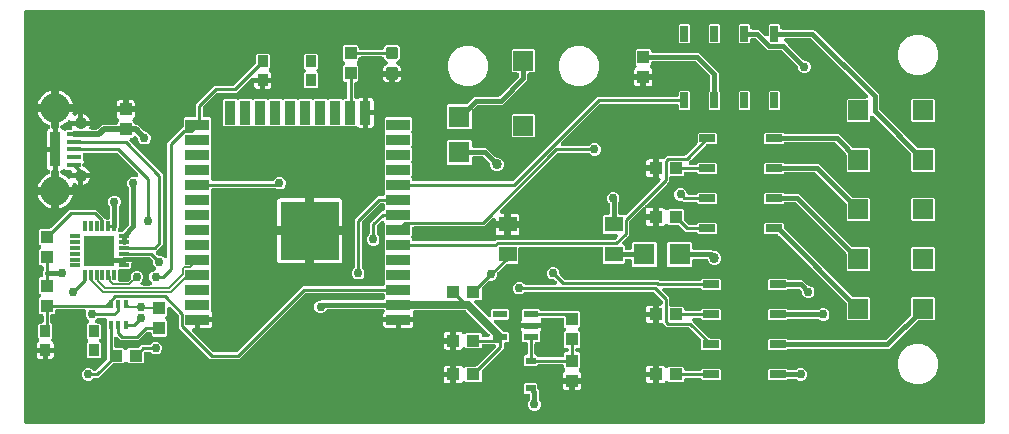
<source format=gbr>
G04 EAGLE Gerber RS-274X export*
G75*
%MOMM*%
%FSLAX34Y34*%
%LPD*%
%INTop Copper*%
%IPPOS*%
%AMOC8*
5,1,8,0,0,1.08239X$1,22.5*%
G01*
%ADD10R,1.680000X1.680000*%
%ADD11R,1.100000X1.000000*%
%ADD12R,1.000000X1.100000*%
%ADD13R,0.830000X0.630000*%
%ADD14C,0.300000*%
%ADD15R,2.000000X0.900000*%
%ADD16R,0.900000X2.000000*%
%ADD17R,5.000000X5.000000*%
%ADD18R,1.150000X0.400000*%
%ADD19C,2.500000*%
%ADD20R,0.900000X3.000000*%
%ADD21C,1.050000*%
%ADD22R,0.300000X0.660000*%
%ADD23R,1.800000X1.800000*%
%ADD24R,0.900000X1.000000*%
%ADD25R,1.500000X1.300000*%
%ADD26R,1.200000X0.550000*%
%ADD27R,0.300000X0.850000*%
%ADD28R,0.850000X0.300000*%
%ADD29R,2.550000X2.550000*%
%ADD30R,1.350000X0.650000*%
%ADD31R,0.650000X1.350000*%
%ADD32C,0.254000*%
%ADD33C,0.635000*%
%ADD34C,0.381000*%
%ADD35C,0.756400*%
%ADD36C,0.856400*%
%ADD37C,0.152400*%
%ADD38C,0.508000*%

G36*
X814517Y2802D02*
X814517Y2802D01*
X814584Y2799D01*
X814711Y2821D01*
X814839Y2835D01*
X814902Y2855D01*
X814968Y2866D01*
X815087Y2914D01*
X815210Y2953D01*
X815268Y2985D01*
X815330Y3010D01*
X815437Y3081D01*
X815550Y3144D01*
X815600Y3188D01*
X815656Y3224D01*
X815747Y3315D01*
X815844Y3400D01*
X815884Y3453D01*
X815931Y3500D01*
X816001Y3608D01*
X816079Y3711D01*
X816107Y3771D01*
X816144Y3827D01*
X816191Y3947D01*
X816246Y4063D01*
X816262Y4128D01*
X816286Y4190D01*
X816298Y4276D01*
X816338Y4442D01*
X816343Y4612D01*
X816355Y4699D01*
X816355Y350901D01*
X816348Y350967D01*
X816351Y351034D01*
X816329Y351161D01*
X816315Y351289D01*
X816295Y351352D01*
X816284Y351418D01*
X816236Y351537D01*
X816197Y351660D01*
X816165Y351718D01*
X816140Y351780D01*
X816069Y351887D01*
X816006Y352000D01*
X815962Y352050D01*
X815926Y352106D01*
X815835Y352197D01*
X815750Y352294D01*
X815697Y352334D01*
X815650Y352381D01*
X815542Y352451D01*
X815439Y352529D01*
X815379Y352557D01*
X815323Y352594D01*
X815203Y352641D01*
X815087Y352696D01*
X815022Y352712D01*
X814960Y352736D01*
X814874Y352748D01*
X814708Y352788D01*
X814538Y352793D01*
X814451Y352805D01*
X4699Y352805D01*
X4633Y352798D01*
X4566Y352801D01*
X4439Y352779D01*
X4311Y352765D01*
X4248Y352745D01*
X4182Y352734D01*
X4063Y352686D01*
X3940Y352647D01*
X3882Y352615D01*
X3820Y352590D01*
X3713Y352519D01*
X3600Y352456D01*
X3550Y352412D01*
X3494Y352376D01*
X3403Y352285D01*
X3306Y352200D01*
X3266Y352147D01*
X3219Y352100D01*
X3149Y351992D01*
X3071Y351889D01*
X3043Y351829D01*
X3006Y351773D01*
X2959Y351653D01*
X2904Y351537D01*
X2888Y351472D01*
X2864Y351410D01*
X2852Y351324D01*
X2812Y351158D01*
X2807Y350988D01*
X2795Y350901D01*
X2795Y4699D01*
X2802Y4633D01*
X2799Y4566D01*
X2821Y4439D01*
X2835Y4311D01*
X2855Y4248D01*
X2866Y4182D01*
X2914Y4063D01*
X2953Y3940D01*
X2985Y3882D01*
X3010Y3820D01*
X3081Y3713D01*
X3144Y3600D01*
X3188Y3550D01*
X3224Y3494D01*
X3315Y3403D01*
X3400Y3306D01*
X3453Y3266D01*
X3500Y3219D01*
X3608Y3149D01*
X3711Y3071D01*
X3771Y3043D01*
X3827Y3006D01*
X3947Y2959D01*
X4063Y2904D01*
X4128Y2888D01*
X4190Y2864D01*
X4276Y2852D01*
X4442Y2812D01*
X4612Y2807D01*
X4699Y2795D01*
X814451Y2795D01*
X814517Y2802D01*
G37*
%LPC*%
G36*
X368649Y36909D02*
X368649Y36909D01*
X368649Y43855D01*
X368642Y43921D01*
X368645Y43987D01*
X368623Y44114D01*
X368609Y44243D01*
X368589Y44306D01*
X368578Y44371D01*
X368549Y44445D01*
X368556Y44474D01*
X368580Y44536D01*
X368592Y44623D01*
X368632Y44788D01*
X368637Y44958D01*
X368649Y45045D01*
X368649Y51991D01*
X371984Y51991D01*
X372631Y51818D01*
X373210Y51483D01*
X373689Y51004D01*
X373747Y50925D01*
X373809Y50822D01*
X373860Y50767D01*
X373904Y50707D01*
X373993Y50625D01*
X374076Y50537D01*
X374137Y50494D01*
X374192Y50444D01*
X374296Y50382D01*
X374394Y50313D01*
X374463Y50283D01*
X374528Y50245D01*
X374642Y50206D01*
X374752Y50158D01*
X374826Y50143D01*
X374897Y50119D01*
X375016Y50104D01*
X375134Y50080D01*
X375209Y50080D01*
X375283Y50071D01*
X375403Y50080D01*
X375524Y50081D01*
X375597Y50096D01*
X375672Y50102D01*
X375787Y50136D01*
X375905Y50161D01*
X375974Y50191D01*
X376046Y50212D01*
X376152Y50269D01*
X376262Y50317D01*
X376310Y50353D01*
X376390Y50396D01*
X376631Y50597D01*
X376672Y50628D01*
X377018Y50975D01*
X384934Y50975D01*
X385033Y50985D01*
X385132Y50985D01*
X385226Y51005D01*
X385321Y51015D01*
X385416Y51045D01*
X385514Y51065D01*
X385602Y51104D01*
X385693Y51133D01*
X385780Y51182D01*
X385871Y51221D01*
X385929Y51266D01*
X386033Y51324D01*
X386214Y51482D01*
X386280Y51532D01*
X401727Y66980D01*
X401748Y67005D01*
X401773Y67027D01*
X401871Y67156D01*
X401973Y67282D01*
X401988Y67311D01*
X402009Y67338D01*
X402078Y67484D01*
X402152Y67628D01*
X402161Y67660D01*
X402176Y67690D01*
X402214Y67847D01*
X402257Y68003D01*
X402260Y68037D01*
X402267Y68069D01*
X402273Y68230D01*
X402284Y68392D01*
X402279Y68425D01*
X402280Y68459D01*
X402253Y68618D01*
X402230Y68778D01*
X402219Y68810D01*
X402214Y68843D01*
X402154Y68993D01*
X402100Y69146D01*
X402082Y69174D01*
X402070Y69205D01*
X401981Y69340D01*
X401897Y69478D01*
X401874Y69503D01*
X401856Y69531D01*
X401741Y69645D01*
X401630Y69763D01*
X401603Y69782D01*
X401579Y69806D01*
X401444Y69894D01*
X401311Y69987D01*
X401281Y70000D01*
X401253Y70019D01*
X401102Y70078D01*
X400954Y70142D01*
X400921Y70149D01*
X400890Y70161D01*
X400808Y70172D01*
X400572Y70221D01*
X400453Y70220D01*
X400381Y70230D01*
X392079Y70230D01*
X392013Y70223D01*
X391946Y70226D01*
X391819Y70204D01*
X391691Y70190D01*
X391628Y70170D01*
X391562Y70159D01*
X391443Y70111D01*
X391320Y70072D01*
X391262Y70040D01*
X391200Y70015D01*
X391093Y69944D01*
X390980Y69881D01*
X390930Y69837D01*
X390874Y69801D01*
X390783Y69710D01*
X390686Y69625D01*
X390646Y69572D01*
X390599Y69525D01*
X390529Y69417D01*
X390451Y69314D01*
X390423Y69254D01*
X390386Y69198D01*
X390339Y69078D01*
X390284Y68962D01*
X390268Y68897D01*
X390244Y68835D01*
X390232Y68749D01*
X390192Y68583D01*
X390187Y68413D01*
X390175Y68326D01*
X390175Y67393D01*
X389282Y66500D01*
X377018Y66500D01*
X376672Y66847D01*
X376578Y66923D01*
X376491Y67006D01*
X376427Y67046D01*
X376369Y67093D01*
X376262Y67148D01*
X376160Y67212D01*
X376090Y67238D01*
X376023Y67272D01*
X375907Y67305D01*
X375794Y67346D01*
X375720Y67357D01*
X375648Y67377D01*
X375528Y67385D01*
X375408Y67403D01*
X375334Y67399D01*
X375259Y67404D01*
X375140Y67387D01*
X375019Y67380D01*
X374947Y67361D01*
X374873Y67350D01*
X374759Y67310D01*
X374643Y67278D01*
X374576Y67245D01*
X374506Y67219D01*
X374403Y67157D01*
X374295Y67102D01*
X374237Y67055D01*
X374173Y67016D01*
X374085Y66934D01*
X373991Y66859D01*
X373954Y66812D01*
X373888Y66750D01*
X373707Y66493D01*
X373694Y66476D01*
X373210Y65992D01*
X372631Y65657D01*
X371984Y65484D01*
X368649Y65484D01*
X368649Y72430D01*
X368642Y72496D01*
X368645Y72562D01*
X368623Y72689D01*
X368609Y72818D01*
X368589Y72881D01*
X368578Y72946D01*
X368549Y73020D01*
X368556Y73049D01*
X368580Y73111D01*
X368592Y73198D01*
X368632Y73363D01*
X368637Y73533D01*
X368649Y73620D01*
X368649Y80566D01*
X371984Y80566D01*
X372631Y80393D01*
X373210Y80058D01*
X373689Y79579D01*
X373747Y79500D01*
X373809Y79397D01*
X373860Y79342D01*
X373904Y79282D01*
X373993Y79200D01*
X374076Y79112D01*
X374137Y79069D01*
X374192Y79019D01*
X374296Y78957D01*
X374394Y78888D01*
X374463Y78858D01*
X374528Y78820D01*
X374642Y78781D01*
X374752Y78733D01*
X374826Y78718D01*
X374897Y78694D01*
X375016Y78679D01*
X375134Y78655D01*
X375209Y78655D01*
X375283Y78646D01*
X375403Y78655D01*
X375524Y78656D01*
X375597Y78671D01*
X375672Y78677D01*
X375787Y78711D01*
X375905Y78736D01*
X375974Y78766D01*
X376046Y78787D01*
X376152Y78844D01*
X376262Y78892D01*
X376310Y78928D01*
X376390Y78971D01*
X376631Y79172D01*
X376672Y79203D01*
X377018Y79550D01*
X389282Y79550D01*
X390175Y78657D01*
X390175Y77724D01*
X390182Y77658D01*
X390179Y77591D01*
X390201Y77464D01*
X390215Y77336D01*
X390235Y77273D01*
X390246Y77207D01*
X390294Y77088D01*
X390333Y76965D01*
X390365Y76907D01*
X390390Y76845D01*
X390461Y76738D01*
X390524Y76625D01*
X390568Y76575D01*
X390604Y76519D01*
X390695Y76428D01*
X390780Y76331D01*
X390833Y76291D01*
X390880Y76244D01*
X390988Y76174D01*
X391091Y76096D01*
X391151Y76068D01*
X391207Y76031D01*
X391327Y75984D01*
X391443Y75929D01*
X391508Y75913D01*
X391570Y75889D01*
X391656Y75877D01*
X391822Y75837D01*
X391992Y75832D01*
X392079Y75820D01*
X395261Y75820D01*
X395294Y75823D01*
X395327Y75821D01*
X395487Y75843D01*
X395648Y75860D01*
X395680Y75870D01*
X395713Y75874D01*
X395866Y75929D01*
X396020Y75978D01*
X396049Y75994D01*
X396080Y76005D01*
X396218Y76089D01*
X396360Y76169D01*
X396385Y76191D01*
X396413Y76208D01*
X396531Y76319D01*
X396653Y76425D01*
X396673Y76452D01*
X396698Y76474D01*
X396791Y76607D01*
X396888Y76736D01*
X396903Y76766D01*
X396922Y76793D01*
X396986Y76942D01*
X397056Y77088D01*
X397063Y77120D01*
X397077Y77151D01*
X397109Y77310D01*
X397147Y77467D01*
X397149Y77500D01*
X397155Y77533D01*
X397155Y77695D01*
X397160Y77857D01*
X397155Y77889D01*
X397154Y77923D01*
X397121Y78081D01*
X397093Y78241D01*
X397081Y78271D01*
X397074Y78304D01*
X397009Y78453D01*
X396950Y78603D01*
X396932Y78631D01*
X396918Y78661D01*
X396868Y78728D01*
X396736Y78928D01*
X396651Y79012D01*
X396607Y79070D01*
X377285Y98393D01*
X377208Y98455D01*
X377137Y98526D01*
X377057Y98578D01*
X376983Y98638D01*
X376894Y98684D01*
X376811Y98739D01*
X376722Y98774D01*
X376637Y98818D01*
X376541Y98845D01*
X376448Y98881D01*
X376376Y98891D01*
X376261Y98923D01*
X376021Y98939D01*
X375939Y98950D01*
X333799Y98950D01*
X333680Y98938D01*
X333559Y98935D01*
X333486Y98918D01*
X333411Y98910D01*
X333297Y98874D01*
X333179Y98847D01*
X333111Y98815D01*
X333040Y98792D01*
X332935Y98733D01*
X332826Y98683D01*
X332766Y98638D01*
X332700Y98601D01*
X332610Y98522D01*
X332513Y98450D01*
X332463Y98394D01*
X332407Y98345D01*
X332334Y98249D01*
X332254Y98159D01*
X332217Y98094D01*
X332171Y98034D01*
X332120Y97925D01*
X332060Y97821D01*
X332036Y97749D01*
X332004Y97682D01*
X331976Y97565D01*
X331938Y97451D01*
X331930Y97376D01*
X331912Y97303D01*
X331908Y97183D01*
X331895Y97063D01*
X331902Y97004D01*
X331900Y96913D01*
X331953Y96605D01*
X331960Y96553D01*
X332166Y95784D01*
X332166Y93199D01*
X319970Y93199D01*
X319904Y93192D01*
X319838Y93195D01*
X319711Y93173D01*
X319615Y93163D01*
X319537Y93182D01*
X319367Y93187D01*
X319280Y93199D01*
X307084Y93199D01*
X307084Y95784D01*
X307257Y96431D01*
X307612Y97044D01*
X307676Y97108D01*
X307728Y97189D01*
X307788Y97263D01*
X307818Y97320D01*
X307824Y97328D01*
X307837Y97356D01*
X307889Y97435D01*
X307924Y97524D01*
X307968Y97609D01*
X307983Y97663D01*
X307991Y97680D01*
X308001Y97722D01*
X308031Y97798D01*
X308041Y97870D01*
X308073Y97985D01*
X308076Y98030D01*
X308083Y98059D01*
X308088Y98204D01*
X308089Y98225D01*
X308100Y98307D01*
X308100Y98316D01*
X308097Y98346D01*
X308099Y98374D01*
X308094Y98408D01*
X308096Y98449D01*
X308074Y98576D01*
X308060Y98704D01*
X308048Y98742D01*
X308046Y98760D01*
X308038Y98783D01*
X308029Y98833D01*
X307981Y98952D01*
X307942Y99075D01*
X307917Y99120D01*
X307915Y99127D01*
X307907Y99139D01*
X307885Y99195D01*
X307814Y99302D01*
X307751Y99415D01*
X307707Y99465D01*
X307671Y99521D01*
X307580Y99612D01*
X307495Y99709D01*
X307442Y99749D01*
X307395Y99796D01*
X307287Y99866D01*
X307184Y99944D01*
X307124Y99972D01*
X307068Y100009D01*
X306948Y100056D01*
X306832Y100111D01*
X306767Y100127D01*
X306705Y100151D01*
X306619Y100163D01*
X306453Y100203D01*
X306283Y100208D01*
X306196Y100220D01*
X260445Y100220D01*
X260362Y100212D01*
X260279Y100213D01*
X260169Y100192D01*
X260057Y100180D01*
X259978Y100155D01*
X259896Y100140D01*
X259793Y100096D01*
X259686Y100062D01*
X259613Y100022D01*
X259537Y99990D01*
X259444Y99926D01*
X259346Y99871D01*
X259283Y99817D01*
X259215Y99770D01*
X259137Y99689D01*
X259052Y99615D01*
X259002Y99549D01*
X258945Y99489D01*
X258903Y99418D01*
X258817Y99304D01*
X258731Y99122D01*
X258686Y99045D01*
X258499Y98594D01*
X257006Y97101D01*
X255056Y96293D01*
X252944Y96293D01*
X250994Y97101D01*
X249501Y98594D01*
X248693Y100544D01*
X248693Y102656D01*
X249501Y104606D01*
X250994Y106099D01*
X252944Y106907D01*
X253668Y106907D01*
X253767Y106917D01*
X253866Y106917D01*
X253960Y106937D01*
X254055Y106947D01*
X254150Y106977D01*
X254248Y106997D01*
X254335Y107036D01*
X254427Y107065D01*
X254454Y107080D01*
X306196Y107080D01*
X306262Y107087D01*
X306329Y107084D01*
X306456Y107106D01*
X306584Y107120D01*
X306647Y107140D01*
X306713Y107151D01*
X306832Y107199D01*
X306955Y107238D01*
X307013Y107270D01*
X307075Y107295D01*
X307182Y107366D01*
X307295Y107429D01*
X307345Y107473D01*
X307401Y107509D01*
X307492Y107600D01*
X307589Y107685D01*
X307629Y107738D01*
X307676Y107785D01*
X307746Y107893D01*
X307824Y107996D01*
X307852Y108056D01*
X307889Y108112D01*
X307936Y108232D01*
X307991Y108348D01*
X308007Y108413D01*
X308031Y108475D01*
X308043Y108561D01*
X308083Y108727D01*
X308085Y108782D01*
X308137Y108856D01*
X308218Y108956D01*
X308249Y109015D01*
X308287Y109069D01*
X308338Y109188D01*
X308397Y109302D01*
X308415Y109366D01*
X308442Y109427D01*
X308468Y109553D01*
X308502Y109677D01*
X308507Y109744D01*
X308520Y109809D01*
X308520Y109938D01*
X308529Y110066D01*
X308520Y110132D01*
X308520Y110199D01*
X308493Y110325D01*
X308475Y110452D01*
X308453Y110515D01*
X308439Y110580D01*
X308388Y110698D01*
X308345Y110820D01*
X308310Y110876D01*
X308283Y110937D01*
X308230Y111007D01*
X308142Y111152D01*
X308100Y111197D01*
X308100Y111651D01*
X308093Y111717D01*
X308096Y111784D01*
X308074Y111911D01*
X308060Y112039D01*
X308040Y112102D01*
X308029Y112168D01*
X307981Y112287D01*
X307942Y112410D01*
X307910Y112468D01*
X307885Y112530D01*
X307814Y112637D01*
X307751Y112750D01*
X307707Y112800D01*
X307671Y112856D01*
X307580Y112947D01*
X307495Y113044D01*
X307442Y113084D01*
X307395Y113131D01*
X307287Y113201D01*
X307184Y113279D01*
X307124Y113307D01*
X307068Y113344D01*
X306948Y113391D01*
X306832Y113446D01*
X306767Y113462D01*
X306705Y113486D01*
X306619Y113498D01*
X306453Y113538D01*
X306283Y113543D01*
X306196Y113555D01*
X242121Y113555D01*
X242022Y113545D01*
X241923Y113545D01*
X241829Y113525D01*
X241734Y113515D01*
X241639Y113485D01*
X241541Y113465D01*
X241454Y113426D01*
X241362Y113397D01*
X241275Y113348D01*
X241184Y113309D01*
X241126Y113264D01*
X241022Y113206D01*
X240841Y113048D01*
X240775Y112998D01*
X185308Y57530D01*
X160641Y57530D01*
X134036Y84135D01*
X134036Y93724D01*
X134026Y93823D01*
X134026Y93923D01*
X134006Y94016D01*
X133996Y94112D01*
X133966Y94206D01*
X133946Y94304D01*
X133907Y94392D01*
X133878Y94483D01*
X133829Y94570D01*
X133790Y94661D01*
X133746Y94719D01*
X133687Y94823D01*
X133529Y95004D01*
X133479Y95070D01*
X127250Y101298D01*
X127225Y101319D01*
X127203Y101345D01*
X127149Y101385D01*
X127143Y101391D01*
X127130Y101400D01*
X127074Y101442D01*
X126948Y101544D01*
X126919Y101560D01*
X126892Y101580D01*
X126746Y101649D01*
X126602Y101724D01*
X126570Y101733D01*
X126540Y101747D01*
X126383Y101785D01*
X126227Y101829D01*
X126193Y101831D01*
X126161Y101839D01*
X125999Y101844D01*
X125838Y101855D01*
X125805Y101851D01*
X125771Y101852D01*
X125612Y101824D01*
X125452Y101802D01*
X125420Y101791D01*
X125387Y101785D01*
X125237Y101725D01*
X125084Y101671D01*
X125056Y101653D01*
X125025Y101641D01*
X124890Y101552D01*
X124752Y101468D01*
X124727Y101445D01*
X124699Y101427D01*
X124585Y101312D01*
X124467Y101202D01*
X124448Y101174D01*
X124424Y101151D01*
X124336Y101015D01*
X124243Y100883D01*
X124230Y100852D01*
X124211Y100824D01*
X124152Y100673D01*
X124088Y100525D01*
X124081Y100492D01*
X124069Y100461D01*
X124058Y100379D01*
X124009Y100143D01*
X124010Y100024D01*
X124000Y99952D01*
X124000Y94443D01*
X122978Y93421D01*
X122936Y93370D01*
X122887Y93324D01*
X122813Y93219D01*
X122732Y93119D01*
X122701Y93060D01*
X122663Y93006D01*
X122612Y92887D01*
X122553Y92773D01*
X122535Y92709D01*
X122508Y92648D01*
X122482Y92522D01*
X122448Y92398D01*
X122443Y92331D01*
X122430Y92266D01*
X122430Y92137D01*
X122421Y92009D01*
X122430Y91943D01*
X122430Y91876D01*
X122457Y91750D01*
X122475Y91623D01*
X122497Y91560D01*
X122511Y91495D01*
X122562Y91377D01*
X122605Y91255D01*
X122640Y91199D01*
X122667Y91138D01*
X122720Y91068D01*
X122808Y90923D01*
X122925Y90798D01*
X122978Y90728D01*
X124000Y89707D01*
X124000Y77443D01*
X123107Y76550D01*
X111843Y76550D01*
X110950Y77443D01*
X110950Y78876D01*
X110943Y78942D01*
X110946Y79009D01*
X110924Y79136D01*
X110910Y79264D01*
X110890Y79327D01*
X110879Y79393D01*
X110831Y79512D01*
X110792Y79635D01*
X110760Y79693D01*
X110735Y79755D01*
X110664Y79862D01*
X110601Y79975D01*
X110557Y80025D01*
X110521Y80081D01*
X110430Y80172D01*
X110345Y80269D01*
X110292Y80309D01*
X110245Y80356D01*
X110137Y80426D01*
X110034Y80504D01*
X109974Y80532D01*
X109918Y80569D01*
X109798Y80616D01*
X109682Y80671D01*
X109617Y80687D01*
X109555Y80711D01*
X109469Y80723D01*
X109303Y80763D01*
X109133Y80768D01*
X109046Y80780D01*
X107746Y80780D01*
X107647Y80770D01*
X107548Y80770D01*
X107454Y80750D01*
X107359Y80740D01*
X107264Y80710D01*
X107166Y80690D01*
X107079Y80651D01*
X106987Y80622D01*
X106900Y80573D01*
X106809Y80534D01*
X106751Y80489D01*
X106647Y80431D01*
X106466Y80273D01*
X106400Y80223D01*
X99583Y73405D01*
X84567Y73405D01*
X82095Y75877D01*
X82070Y75898D01*
X82048Y75923D01*
X81919Y76021D01*
X81793Y76123D01*
X81764Y76138D01*
X81737Y76159D01*
X81591Y76228D01*
X81447Y76302D01*
X81415Y76311D01*
X81385Y76326D01*
X81228Y76364D01*
X81072Y76407D01*
X81038Y76410D01*
X81006Y76417D01*
X80844Y76423D01*
X80683Y76434D01*
X80650Y76429D01*
X80616Y76430D01*
X80457Y76403D01*
X80297Y76380D01*
X80265Y76369D01*
X80232Y76364D01*
X80082Y76304D01*
X79929Y76250D01*
X79901Y76232D01*
X79870Y76220D01*
X79735Y76131D01*
X79597Y76047D01*
X79572Y76024D01*
X79544Y76006D01*
X79430Y75891D01*
X79312Y75780D01*
X79293Y75753D01*
X79269Y75729D01*
X79181Y75594D01*
X79088Y75461D01*
X79075Y75431D01*
X79056Y75403D01*
X78997Y75252D01*
X78933Y75104D01*
X78926Y75071D01*
X78914Y75040D01*
X78903Y74958D01*
X78854Y74722D01*
X78855Y74603D01*
X78845Y74531D01*
X78845Y68754D01*
X78852Y68688D01*
X78849Y68621D01*
X78871Y68494D01*
X78885Y68366D01*
X78905Y68303D01*
X78916Y68237D01*
X78964Y68118D01*
X79003Y67995D01*
X79035Y67937D01*
X79060Y67875D01*
X79131Y67768D01*
X79194Y67655D01*
X79238Y67605D01*
X79274Y67549D01*
X79365Y67458D01*
X79450Y67361D01*
X79503Y67321D01*
X79550Y67274D01*
X79658Y67204D01*
X79761Y67126D01*
X79821Y67098D01*
X79877Y67061D01*
X79997Y67014D01*
X80113Y66959D01*
X80178Y66943D01*
X80240Y66919D01*
X80326Y66907D01*
X80492Y66867D01*
X80662Y66862D01*
X80749Y66850D01*
X86532Y66850D01*
X87553Y65828D01*
X87605Y65786D01*
X87650Y65737D01*
X87756Y65663D01*
X87856Y65582D01*
X87915Y65551D01*
X87969Y65513D01*
X88087Y65462D01*
X88202Y65403D01*
X88266Y65385D01*
X88327Y65358D01*
X88453Y65332D01*
X88577Y65298D01*
X88644Y65293D01*
X88709Y65280D01*
X88838Y65280D01*
X88966Y65271D01*
X89032Y65280D01*
X89099Y65280D01*
X89225Y65307D01*
X89352Y65325D01*
X89415Y65347D01*
X89480Y65361D01*
X89598Y65412D01*
X89720Y65455D01*
X89776Y65490D01*
X89837Y65517D01*
X89907Y65570D01*
X90052Y65658D01*
X90177Y65775D01*
X90246Y65828D01*
X91268Y66850D01*
X99184Y66850D01*
X99283Y66860D01*
X99382Y66860D01*
X99476Y66880D01*
X99571Y66890D01*
X99666Y66920D01*
X99764Y66940D01*
X99851Y66979D01*
X99943Y67008D01*
X100030Y67057D01*
X100121Y67096D01*
X100179Y67141D01*
X100283Y67199D01*
X100464Y67357D01*
X100530Y67407D01*
X102592Y69470D01*
X108801Y69470D01*
X108900Y69480D01*
X109000Y69480D01*
X109094Y69500D01*
X109189Y69510D01*
X109284Y69540D01*
X109381Y69560D01*
X109469Y69599D01*
X109560Y69628D01*
X109647Y69677D01*
X109738Y69716D01*
X109796Y69761D01*
X109900Y69819D01*
X110081Y69977D01*
X110148Y70027D01*
X111294Y71174D01*
X113244Y71982D01*
X115356Y71982D01*
X117306Y71174D01*
X118799Y69681D01*
X119607Y67731D01*
X119607Y65619D01*
X118799Y63669D01*
X117306Y62176D01*
X115356Y61368D01*
X113244Y61368D01*
X111294Y62176D01*
X110148Y63323D01*
X110070Y63385D01*
X110000Y63456D01*
X109920Y63508D01*
X109845Y63568D01*
X109757Y63614D01*
X109673Y63669D01*
X109584Y63704D01*
X109499Y63748D01*
X109403Y63775D01*
X109311Y63811D01*
X109238Y63821D01*
X109124Y63853D01*
X108884Y63869D01*
X108801Y63880D01*
X106329Y63880D01*
X106263Y63873D01*
X106196Y63876D01*
X106069Y63854D01*
X105941Y63840D01*
X105878Y63820D01*
X105812Y63809D01*
X105693Y63761D01*
X105570Y63722D01*
X105512Y63690D01*
X105450Y63665D01*
X105343Y63594D01*
X105230Y63531D01*
X105180Y63487D01*
X105124Y63451D01*
X105033Y63360D01*
X104936Y63275D01*
X104896Y63222D01*
X104849Y63175D01*
X104779Y63067D01*
X104701Y62964D01*
X104673Y62904D01*
X104636Y62848D01*
X104589Y62728D01*
X104534Y62612D01*
X104518Y62547D01*
X104494Y62485D01*
X104482Y62399D01*
X104442Y62233D01*
X104437Y62063D01*
X104425Y61976D01*
X104425Y54693D01*
X103532Y53800D01*
X91268Y53800D01*
X90246Y54822D01*
X90195Y54864D01*
X90149Y54913D01*
X90044Y54987D01*
X89944Y55068D01*
X89885Y55099D01*
X89831Y55137D01*
X89712Y55188D01*
X89598Y55247D01*
X89534Y55265D01*
X89473Y55292D01*
X89347Y55318D01*
X89223Y55352D01*
X89156Y55357D01*
X89091Y55370D01*
X88962Y55370D01*
X88834Y55379D01*
X88768Y55370D01*
X88701Y55370D01*
X88575Y55343D01*
X88448Y55325D01*
X88385Y55303D01*
X88320Y55289D01*
X88202Y55238D01*
X88080Y55195D01*
X88024Y55160D01*
X87963Y55133D01*
X87893Y55080D01*
X87748Y54992D01*
X87623Y54875D01*
X87553Y54822D01*
X86532Y53800D01*
X78616Y53800D01*
X78517Y53790D01*
X78418Y53790D01*
X78324Y53770D01*
X78229Y53760D01*
X78134Y53730D01*
X78036Y53710D01*
X77949Y53671D01*
X77857Y53642D01*
X77770Y53593D01*
X77679Y53554D01*
X77621Y53509D01*
X77517Y53451D01*
X77336Y53293D01*
X77270Y53243D01*
X65683Y41655D01*
X62649Y41655D01*
X62550Y41645D01*
X62450Y41645D01*
X62356Y41625D01*
X62261Y41615D01*
X62166Y41585D01*
X62069Y41565D01*
X61981Y41526D01*
X61890Y41497D01*
X61803Y41448D01*
X61712Y41409D01*
X61654Y41364D01*
X61550Y41306D01*
X61369Y41148D01*
X61302Y41098D01*
X60156Y39951D01*
X58206Y39143D01*
X56094Y39143D01*
X54144Y39951D01*
X52651Y41444D01*
X51843Y43394D01*
X51843Y45506D01*
X52651Y47456D01*
X54144Y48949D01*
X56094Y49757D01*
X58206Y49757D01*
X60156Y48949D01*
X61267Y47838D01*
X61319Y47796D01*
X61364Y47747D01*
X61470Y47673D01*
X61570Y47592D01*
X61629Y47561D01*
X61683Y47523D01*
X61801Y47472D01*
X61916Y47412D01*
X61980Y47394D01*
X62041Y47368D01*
X62167Y47342D01*
X62291Y47307D01*
X62357Y47303D01*
X62423Y47289D01*
X62552Y47290D01*
X62680Y47281D01*
X62746Y47290D01*
X62812Y47290D01*
X62939Y47317D01*
X63066Y47334D01*
X63129Y47357D01*
X63194Y47370D01*
X63312Y47422D01*
X63433Y47465D01*
X63490Y47500D01*
X63551Y47526D01*
X63621Y47580D01*
X63766Y47668D01*
X63891Y47785D01*
X63960Y47838D01*
X72818Y56695D01*
X72830Y56710D01*
X72840Y56719D01*
X72880Y56771D01*
X72880Y56772D01*
X72951Y56843D01*
X73003Y56923D01*
X73063Y56997D01*
X73109Y57086D01*
X73164Y57169D01*
X73199Y57258D01*
X73243Y57343D01*
X73270Y57439D01*
X73306Y57532D01*
X73316Y57604D01*
X73348Y57719D01*
X73364Y57959D01*
X73375Y58041D01*
X73375Y62609D01*
X73365Y62708D01*
X73365Y62807D01*
X73345Y62901D01*
X73335Y62996D01*
X73305Y63091D01*
X73285Y63189D01*
X73255Y63256D01*
X73255Y81100D01*
X73245Y81199D01*
X73245Y81298D01*
X73225Y81392D01*
X73215Y81487D01*
X73185Y81582D01*
X73165Y81680D01*
X73126Y81768D01*
X73097Y81859D01*
X73048Y81946D01*
X73025Y81999D01*
X73025Y90551D01*
X73018Y90617D01*
X73021Y90684D01*
X72999Y90811D01*
X72985Y90939D01*
X72965Y91002D01*
X72954Y91068D01*
X72906Y91187D01*
X72867Y91310D01*
X72835Y91368D01*
X72810Y91430D01*
X72739Y91537D01*
X72676Y91650D01*
X72632Y91700D01*
X72596Y91756D01*
X72505Y91847D01*
X72420Y91944D01*
X72367Y91984D01*
X72320Y92031D01*
X72212Y92101D01*
X72109Y92179D01*
X72049Y92207D01*
X71993Y92244D01*
X71873Y92291D01*
X71757Y92346D01*
X71692Y92362D01*
X71630Y92386D01*
X71544Y92398D01*
X71378Y92438D01*
X71208Y92443D01*
X71121Y92455D01*
X65824Y92455D01*
X65725Y92445D01*
X65625Y92445D01*
X65531Y92425D01*
X65436Y92415D01*
X65341Y92385D01*
X65244Y92365D01*
X65156Y92326D01*
X65065Y92297D01*
X64978Y92249D01*
X64887Y92209D01*
X64829Y92164D01*
X64725Y92106D01*
X64544Y91948D01*
X64477Y91898D01*
X63380Y90801D01*
X63359Y90775D01*
X63334Y90753D01*
X63237Y90624D01*
X63134Y90498D01*
X63119Y90469D01*
X63099Y90442D01*
X63029Y90296D01*
X62955Y90152D01*
X62946Y90120D01*
X62932Y90090D01*
X62894Y89933D01*
X62850Y89777D01*
X62848Y89743D01*
X62840Y89711D01*
X62835Y89549D01*
X62824Y89388D01*
X62828Y89355D01*
X62827Y89321D01*
X62855Y89162D01*
X62877Y89002D01*
X62888Y88970D01*
X62894Y88937D01*
X62954Y88787D01*
X63008Y88634D01*
X63025Y88606D01*
X63038Y88575D01*
X63126Y88440D01*
X63211Y88302D01*
X63234Y88277D01*
X63252Y88249D01*
X63367Y88135D01*
X63477Y88017D01*
X63504Y87998D01*
X63528Y87974D01*
X63664Y87886D01*
X63796Y87793D01*
X63827Y87779D01*
X63854Y87761D01*
X64005Y87702D01*
X64154Y87638D01*
X64186Y87631D01*
X64217Y87619D01*
X64300Y87608D01*
X64536Y87559D01*
X64655Y87560D01*
X64727Y87550D01*
X66907Y87550D01*
X67800Y86657D01*
X67800Y75393D01*
X66778Y74372D01*
X66736Y74320D01*
X66687Y74275D01*
X66613Y74169D01*
X66532Y74069D01*
X66501Y74010D01*
X66463Y73956D01*
X66412Y73837D01*
X66353Y73723D01*
X66335Y73659D01*
X66308Y73598D01*
X66282Y73472D01*
X66248Y73348D01*
X66243Y73281D01*
X66230Y73216D01*
X66230Y73087D01*
X66221Y72959D01*
X66230Y72893D01*
X66230Y72826D01*
X66257Y72700D01*
X66275Y72573D01*
X66297Y72510D01*
X66311Y72445D01*
X66362Y72327D01*
X66405Y72205D01*
X66440Y72149D01*
X66467Y72088D01*
X66520Y72018D01*
X66608Y71873D01*
X66725Y71748D01*
X66778Y71679D01*
X67800Y70657D01*
X67800Y59393D01*
X66907Y58500D01*
X56643Y58500D01*
X55750Y59393D01*
X55750Y70657D01*
X56772Y71679D01*
X56814Y71730D01*
X56863Y71776D01*
X56937Y71881D01*
X57018Y71981D01*
X57049Y72040D01*
X57087Y72094D01*
X57138Y72213D01*
X57197Y72327D01*
X57215Y72391D01*
X57242Y72452D01*
X57268Y72578D01*
X57302Y72702D01*
X57307Y72769D01*
X57320Y72834D01*
X57320Y72963D01*
X57329Y73091D01*
X57320Y73157D01*
X57320Y73224D01*
X57293Y73350D01*
X57275Y73477D01*
X57253Y73540D01*
X57239Y73605D01*
X57188Y73723D01*
X57145Y73845D01*
X57110Y73901D01*
X57083Y73962D01*
X57030Y74032D01*
X56942Y74177D01*
X56825Y74302D01*
X56772Y74372D01*
X55750Y75393D01*
X55750Y86657D01*
X56954Y87861D01*
X57022Y87899D01*
X57047Y87921D01*
X57076Y87938D01*
X57194Y88049D01*
X57316Y88155D01*
X57336Y88182D01*
X57360Y88204D01*
X57453Y88337D01*
X57551Y88466D01*
X57565Y88496D01*
X57584Y88523D01*
X57649Y88672D01*
X57718Y88818D01*
X57726Y88850D01*
X57739Y88881D01*
X57772Y89040D01*
X57810Y89197D01*
X57811Y89230D01*
X57818Y89263D01*
X57817Y89425D01*
X57823Y89587D01*
X57817Y89619D01*
X57817Y89653D01*
X57784Y89811D01*
X57756Y89971D01*
X57744Y90001D01*
X57737Y90034D01*
X57672Y90182D01*
X57612Y90333D01*
X57594Y90361D01*
X57581Y90391D01*
X57530Y90458D01*
X57398Y90658D01*
X57314Y90742D01*
X57270Y90801D01*
X55826Y92244D01*
X55018Y94194D01*
X55018Y96306D01*
X55388Y97197D01*
X55402Y97245D01*
X55423Y97290D01*
X55458Y97431D01*
X55499Y97571D01*
X55503Y97620D01*
X55515Y97669D01*
X55520Y97814D01*
X55532Y97959D01*
X55526Y98009D01*
X55528Y98059D01*
X55503Y98201D01*
X55486Y98346D01*
X55470Y98394D01*
X55461Y98443D01*
X55408Y98577D01*
X55361Y98716D01*
X55336Y98759D01*
X55318Y98805D01*
X55238Y98926D01*
X55164Y99052D01*
X55131Y99089D01*
X55103Y99131D01*
X55000Y99233D01*
X54903Y99341D01*
X54862Y99370D01*
X54827Y99406D01*
X54705Y99485D01*
X54588Y99571D01*
X54542Y99591D01*
X54501Y99619D01*
X54366Y99672D01*
X54233Y99732D01*
X54184Y99743D01*
X54138Y99761D01*
X54049Y99773D01*
X53853Y99817D01*
X53709Y99819D01*
X53628Y99830D01*
X30654Y99830D01*
X30588Y99823D01*
X30521Y99826D01*
X30394Y99804D01*
X30266Y99790D01*
X30203Y99770D01*
X30137Y99759D01*
X30018Y99711D01*
X29895Y99672D01*
X29837Y99640D01*
X29775Y99615D01*
X29668Y99544D01*
X29555Y99481D01*
X29505Y99437D01*
X29449Y99401D01*
X29358Y99310D01*
X29261Y99225D01*
X29221Y99172D01*
X29174Y99125D01*
X29104Y99017D01*
X29026Y98914D01*
X28998Y98854D01*
X28961Y98798D01*
X28914Y98678D01*
X28859Y98562D01*
X28843Y98497D01*
X28819Y98435D01*
X28807Y98349D01*
X28767Y98183D01*
X28762Y98013D01*
X28750Y97926D01*
X28750Y96493D01*
X27857Y95600D01*
X26924Y95600D01*
X26858Y95593D01*
X26791Y95596D01*
X26664Y95574D01*
X26536Y95560D01*
X26473Y95540D01*
X26407Y95529D01*
X26288Y95481D01*
X26165Y95442D01*
X26107Y95410D01*
X26045Y95385D01*
X25938Y95314D01*
X25825Y95251D01*
X25775Y95207D01*
X25719Y95171D01*
X25628Y95080D01*
X25531Y94995D01*
X25491Y94942D01*
X25444Y94895D01*
X25374Y94787D01*
X25296Y94684D01*
X25268Y94624D01*
X25231Y94568D01*
X25184Y94448D01*
X25129Y94332D01*
X25113Y94267D01*
X25089Y94205D01*
X25077Y94119D01*
X25037Y93953D01*
X25032Y93783D01*
X25020Y93696D01*
X25020Y89225D01*
X25030Y89126D01*
X25030Y89027D01*
X25050Y88933D01*
X25060Y88838D01*
X25090Y88743D01*
X25110Y88645D01*
X25149Y88557D01*
X25178Y88466D01*
X25227Y88379D01*
X25266Y88288D01*
X25311Y88230D01*
X25369Y88126D01*
X25527Y87945D01*
X25577Y87879D01*
X26800Y86657D01*
X26800Y75393D01*
X26453Y75047D01*
X26377Y74953D01*
X26294Y74866D01*
X26254Y74802D01*
X26207Y74744D01*
X26152Y74637D01*
X26088Y74535D01*
X26062Y74465D01*
X26028Y74398D01*
X25995Y74282D01*
X25954Y74169D01*
X25943Y74095D01*
X25923Y74023D01*
X25915Y73903D01*
X25897Y73783D01*
X25901Y73709D01*
X25896Y73634D01*
X25913Y73515D01*
X25920Y73394D01*
X25939Y73322D01*
X25950Y73248D01*
X25990Y73134D01*
X26022Y73018D01*
X26055Y72951D01*
X26081Y72881D01*
X26143Y72778D01*
X26198Y72670D01*
X26245Y72612D01*
X26284Y72548D01*
X26366Y72460D01*
X26441Y72366D01*
X26488Y72329D01*
X26550Y72263D01*
X26807Y72082D01*
X26824Y72069D01*
X27308Y71585D01*
X27643Y71006D01*
X27816Y70359D01*
X27816Y67274D01*
X21120Y67274D01*
X21054Y67267D01*
X20988Y67270D01*
X20861Y67248D01*
X20765Y67238D01*
X20687Y67257D01*
X20517Y67262D01*
X20430Y67274D01*
X13734Y67274D01*
X13734Y70359D01*
X13907Y71006D01*
X14242Y71585D01*
X14721Y72064D01*
X14800Y72122D01*
X14903Y72184D01*
X14958Y72235D01*
X15018Y72279D01*
X15100Y72368D01*
X15188Y72451D01*
X15231Y72512D01*
X15281Y72567D01*
X15343Y72671D01*
X15412Y72769D01*
X15442Y72838D01*
X15480Y72903D01*
X15519Y73017D01*
X15567Y73127D01*
X15582Y73201D01*
X15606Y73272D01*
X15621Y73391D01*
X15645Y73509D01*
X15645Y73584D01*
X15654Y73658D01*
X15645Y73778D01*
X15644Y73899D01*
X15629Y73972D01*
X15623Y74047D01*
X15589Y74162D01*
X15564Y74280D01*
X15534Y74349D01*
X15513Y74421D01*
X15456Y74527D01*
X15408Y74637D01*
X15372Y74685D01*
X15329Y74765D01*
X15128Y75006D01*
X15097Y75047D01*
X14750Y75393D01*
X14750Y86657D01*
X15643Y87550D01*
X17526Y87550D01*
X17592Y87557D01*
X17659Y87554D01*
X17786Y87576D01*
X17914Y87590D01*
X17977Y87610D01*
X18043Y87621D01*
X18162Y87669D01*
X18285Y87708D01*
X18343Y87740D01*
X18405Y87765D01*
X18512Y87836D01*
X18625Y87899D01*
X18675Y87943D01*
X18731Y87979D01*
X18822Y88070D01*
X18919Y88155D01*
X18959Y88208D01*
X19006Y88255D01*
X19076Y88363D01*
X19154Y88466D01*
X19182Y88526D01*
X19219Y88582D01*
X19266Y88702D01*
X19321Y88818D01*
X19337Y88883D01*
X19361Y88945D01*
X19373Y89031D01*
X19413Y89197D01*
X19418Y89367D01*
X19430Y89454D01*
X19430Y93696D01*
X19423Y93762D01*
X19426Y93829D01*
X19404Y93956D01*
X19390Y94084D01*
X19370Y94147D01*
X19359Y94213D01*
X19311Y94332D01*
X19272Y94455D01*
X19240Y94513D01*
X19215Y94575D01*
X19144Y94682D01*
X19081Y94795D01*
X19037Y94845D01*
X19001Y94901D01*
X18910Y94992D01*
X18825Y95089D01*
X18772Y95129D01*
X18725Y95176D01*
X18617Y95246D01*
X18514Y95324D01*
X18454Y95352D01*
X18398Y95389D01*
X18278Y95436D01*
X18162Y95491D01*
X18097Y95507D01*
X18035Y95531D01*
X17949Y95543D01*
X17783Y95583D01*
X17613Y95588D01*
X17526Y95600D01*
X16593Y95600D01*
X15700Y96493D01*
X15700Y108757D01*
X16722Y109778D01*
X16764Y109830D01*
X16813Y109875D01*
X16887Y109981D01*
X16968Y110081D01*
X16999Y110140D01*
X17037Y110194D01*
X17088Y110312D01*
X17147Y110427D01*
X17165Y110491D01*
X17192Y110552D01*
X17218Y110678D01*
X17252Y110802D01*
X17257Y110869D01*
X17270Y110934D01*
X17270Y111063D01*
X17279Y111191D01*
X17270Y111257D01*
X17270Y111324D01*
X17243Y111450D01*
X17225Y111577D01*
X17203Y111640D01*
X17189Y111705D01*
X17138Y111823D01*
X17095Y111945D01*
X17060Y112001D01*
X17033Y112062D01*
X16980Y112132D01*
X16892Y112277D01*
X16775Y112402D01*
X16722Y112471D01*
X15700Y113493D01*
X15700Y125757D01*
X16593Y126650D01*
X16891Y126650D01*
X16957Y126657D01*
X17024Y126654D01*
X17151Y126676D01*
X17279Y126690D01*
X17342Y126710D01*
X17408Y126721D01*
X17527Y126769D01*
X17650Y126808D01*
X17708Y126840D01*
X17770Y126865D01*
X17877Y126936D01*
X17990Y126999D01*
X18040Y127043D01*
X18096Y127079D01*
X18187Y127170D01*
X18284Y127255D01*
X18324Y127308D01*
X18371Y127355D01*
X18441Y127463D01*
X18519Y127566D01*
X18547Y127626D01*
X18584Y127682D01*
X18631Y127802D01*
X18686Y127918D01*
X18702Y127983D01*
X18726Y128045D01*
X18738Y128131D01*
X18778Y128297D01*
X18783Y128467D01*
X18795Y128554D01*
X18795Y131596D01*
X18872Y131673D01*
X18935Y131750D01*
X19006Y131821D01*
X19058Y131901D01*
X19118Y131975D01*
X19164Y132064D01*
X19219Y132147D01*
X19254Y132236D01*
X19298Y132321D01*
X19325Y132417D01*
X19361Y132510D01*
X19371Y132582D01*
X19403Y132697D01*
X19419Y132937D01*
X19430Y133019D01*
X19430Y134971D01*
X19423Y135037D01*
X19426Y135104D01*
X19404Y135231D01*
X19390Y135359D01*
X19370Y135422D01*
X19359Y135488D01*
X19311Y135607D01*
X19272Y135730D01*
X19240Y135788D01*
X19215Y135850D01*
X19144Y135957D01*
X19081Y136070D01*
X19037Y136120D01*
X19001Y136176D01*
X18910Y136267D01*
X18825Y136364D01*
X18772Y136404D01*
X18725Y136451D01*
X18617Y136521D01*
X18514Y136599D01*
X18454Y136627D01*
X18398Y136664D01*
X18278Y136711D01*
X18162Y136766D01*
X18097Y136782D01*
X18035Y136806D01*
X17949Y136818D01*
X17783Y136858D01*
X17613Y136863D01*
X17526Y136875D01*
X16593Y136875D01*
X15700Y137768D01*
X15700Y150032D01*
X16722Y151053D01*
X16764Y151105D01*
X16813Y151150D01*
X16887Y151256D01*
X16968Y151356D01*
X16999Y151415D01*
X17037Y151469D01*
X17088Y151587D01*
X17147Y151702D01*
X17165Y151766D01*
X17192Y151827D01*
X17218Y151953D01*
X17252Y152077D01*
X17257Y152144D01*
X17270Y152209D01*
X17270Y152338D01*
X17279Y152466D01*
X17270Y152532D01*
X17270Y152599D01*
X17243Y152725D01*
X17225Y152852D01*
X17203Y152915D01*
X17189Y152980D01*
X17138Y153098D01*
X17095Y153220D01*
X17060Y153276D01*
X17033Y153337D01*
X16980Y153407D01*
X16892Y153552D01*
X16775Y153677D01*
X16722Y153746D01*
X15700Y154768D01*
X15700Y167032D01*
X16593Y167925D01*
X24509Y167925D01*
X24608Y167935D01*
X24707Y167935D01*
X24801Y167955D01*
X24896Y167965D01*
X24991Y167995D01*
X25089Y168015D01*
X25176Y168054D01*
X25268Y168083D01*
X25355Y168132D01*
X25446Y168171D01*
X25504Y168216D01*
X25608Y168274D01*
X25789Y168432D01*
X25855Y168482D01*
X41142Y183770D01*
X63784Y183770D01*
X71496Y176057D01*
X71573Y175995D01*
X71644Y175924D01*
X71724Y175872D01*
X71799Y175812D01*
X71887Y175766D01*
X71970Y175711D01*
X72060Y175676D01*
X72145Y175632D01*
X72241Y175605D01*
X72333Y175569D01*
X72406Y175559D01*
X72520Y175527D01*
X72760Y175511D01*
X72843Y175500D01*
X74041Y175500D01*
X74107Y175507D01*
X74174Y175504D01*
X74301Y175526D01*
X74429Y175540D01*
X74492Y175560D01*
X74558Y175571D01*
X74677Y175619D01*
X74800Y175658D01*
X74858Y175690D01*
X74920Y175715D01*
X75027Y175786D01*
X75140Y175849D01*
X75190Y175893D01*
X75246Y175929D01*
X75337Y176020D01*
X75434Y176105D01*
X75474Y176158D01*
X75521Y176205D01*
X75591Y176313D01*
X75669Y176416D01*
X75697Y176476D01*
X75734Y176532D01*
X75781Y176652D01*
X75836Y176768D01*
X75852Y176833D01*
X75876Y176895D01*
X75888Y176981D01*
X75928Y177147D01*
X75933Y177317D01*
X75945Y177404D01*
X75945Y185636D01*
X75939Y185694D01*
X75941Y185735D01*
X75935Y185768D01*
X75935Y185835D01*
X75915Y185929D01*
X75905Y186024D01*
X75875Y186119D01*
X75855Y186216D01*
X75816Y186304D01*
X75787Y186395D01*
X75738Y186482D01*
X75699Y186573D01*
X75654Y186631D01*
X75596Y186735D01*
X75438Y186916D01*
X75388Y186983D01*
X74876Y187494D01*
X74068Y189444D01*
X74068Y191556D01*
X74876Y193506D01*
X76369Y194999D01*
X78319Y195807D01*
X80431Y195807D01*
X82381Y194999D01*
X83874Y193506D01*
X84682Y191556D01*
X84682Y189444D01*
X83874Y187494D01*
X83362Y186983D01*
X83300Y186905D01*
X83229Y186835D01*
X83177Y186755D01*
X83117Y186680D01*
X83071Y186592D01*
X83016Y186508D01*
X82981Y186419D01*
X82937Y186334D01*
X82910Y186238D01*
X82874Y186146D01*
X82864Y186073D01*
X82832Y185959D01*
X82827Y185879D01*
X82822Y185860D01*
X82819Y185763D01*
X82816Y185719D01*
X82805Y185636D01*
X82805Y168504D01*
X82757Y168457D01*
X82695Y168380D01*
X82624Y168309D01*
X82572Y168229D01*
X82512Y168155D01*
X82466Y168066D01*
X82411Y167983D01*
X82376Y167894D01*
X82332Y167809D01*
X82305Y167713D01*
X82269Y167620D01*
X82259Y167548D01*
X82227Y167433D01*
X82211Y167193D01*
X82200Y167111D01*
X82200Y166654D01*
X82207Y166588D01*
X82204Y166521D01*
X82226Y166394D01*
X82240Y166266D01*
X82260Y166203D01*
X82271Y166137D01*
X82319Y166018D01*
X82358Y165895D01*
X82390Y165837D01*
X82415Y165775D01*
X82486Y165668D01*
X82549Y165555D01*
X82593Y165505D01*
X82629Y165449D01*
X82720Y165358D01*
X82805Y165261D01*
X82858Y165221D01*
X82905Y165174D01*
X83013Y165104D01*
X83116Y165026D01*
X83176Y164998D01*
X83232Y164961D01*
X83352Y164914D01*
X83468Y164859D01*
X83533Y164843D01*
X83595Y164819D01*
X83681Y164807D01*
X83847Y164767D01*
X84017Y164762D01*
X84104Y164750D01*
X84561Y164750D01*
X84660Y164760D01*
X84759Y164760D01*
X84853Y164780D01*
X84948Y164790D01*
X85043Y164820D01*
X85141Y164840D01*
X85228Y164879D01*
X85320Y164908D01*
X85407Y164957D01*
X85498Y164996D01*
X85556Y165041D01*
X85660Y165099D01*
X85841Y165257D01*
X85907Y165308D01*
X86312Y165713D01*
X91263Y170663D01*
X91325Y170740D01*
X91396Y170811D01*
X91448Y170891D01*
X91508Y170965D01*
X91554Y171054D01*
X91609Y171137D01*
X91644Y171226D01*
X91688Y171311D01*
X91715Y171407D01*
X91751Y171500D01*
X91761Y171572D01*
X91793Y171687D01*
X91809Y171927D01*
X91820Y172009D01*
X91820Y201511D01*
X91810Y201610D01*
X91810Y201710D01*
X91790Y201804D01*
X91780Y201899D01*
X91750Y201994D01*
X91730Y202091D01*
X91691Y202179D01*
X91662Y202270D01*
X91613Y202357D01*
X91574Y202448D01*
X91529Y202506D01*
X91471Y202610D01*
X91313Y202791D01*
X91263Y202858D01*
X90751Y203369D01*
X89943Y205319D01*
X89943Y207431D01*
X90751Y209381D01*
X92244Y210874D01*
X94194Y211682D01*
X96306Y211682D01*
X96953Y211414D01*
X96969Y211409D01*
X96984Y211401D01*
X97156Y211353D01*
X97327Y211302D01*
X97343Y211301D01*
X97359Y211296D01*
X97537Y211284D01*
X97715Y211269D01*
X97732Y211271D01*
X97748Y211270D01*
X97925Y211294D01*
X98102Y211315D01*
X98118Y211321D01*
X98134Y211323D01*
X98302Y211383D01*
X98471Y211440D01*
X98486Y211448D01*
X98501Y211454D01*
X98654Y211547D01*
X98808Y211637D01*
X98820Y211648D01*
X98834Y211657D01*
X98965Y211779D01*
X99097Y211898D01*
X99107Y211912D01*
X99119Y211923D01*
X99222Y212069D01*
X99327Y212213D01*
X99334Y212228D01*
X99343Y212242D01*
X99414Y212405D01*
X99488Y212568D01*
X99491Y212585D01*
X99498Y212600D01*
X99534Y212774D01*
X99573Y212949D01*
X99573Y212965D01*
X99576Y212982D01*
X99576Y213161D01*
X99579Y213338D01*
X99576Y213355D01*
X99576Y213371D01*
X99539Y213546D01*
X99505Y213721D01*
X99499Y213737D01*
X99496Y213753D01*
X99424Y213916D01*
X99356Y214081D01*
X99346Y214095D01*
X99339Y214110D01*
X99302Y214159D01*
X99136Y214403D01*
X99066Y214470D01*
X99028Y214519D01*
X81950Y231598D01*
X81873Y231660D01*
X81802Y231731D01*
X81722Y231783D01*
X81648Y231843D01*
X81559Y231889D01*
X81476Y231944D01*
X81387Y231979D01*
X81302Y232023D01*
X81206Y232050D01*
X81113Y232086D01*
X81041Y232096D01*
X80926Y232128D01*
X80686Y232144D01*
X80604Y232155D01*
X54229Y232155D01*
X54163Y232148D01*
X54096Y232151D01*
X53969Y232129D01*
X53841Y232115D01*
X53778Y232095D01*
X53712Y232084D01*
X53593Y232036D01*
X53470Y231997D01*
X53412Y231965D01*
X53350Y231940D01*
X53243Y231869D01*
X53130Y231806D01*
X53080Y231762D01*
X53024Y231726D01*
X52933Y231635D01*
X52836Y231550D01*
X52796Y231497D01*
X52749Y231450D01*
X52679Y231342D01*
X52601Y231239D01*
X52573Y231179D01*
X52536Y231123D01*
X52489Y231003D01*
X52434Y230887D01*
X52418Y230822D01*
X52394Y230760D01*
X52382Y230674D01*
X52342Y230508D01*
X52337Y230338D01*
X52325Y230251D01*
X52325Y226807D01*
X52335Y226708D01*
X52335Y226608D01*
X52355Y226515D01*
X52365Y226419D01*
X52395Y226325D01*
X52415Y226227D01*
X52454Y226139D01*
X52483Y226048D01*
X52532Y225961D01*
X52571Y225870D01*
X52616Y225812D01*
X52674Y225708D01*
X52806Y225556D01*
X53168Y224931D01*
X53341Y224284D01*
X53341Y223797D01*
X53335Y223796D01*
X53190Y223743D01*
X53043Y223696D01*
X53007Y223676D01*
X52969Y223662D01*
X52838Y223581D01*
X52703Y223505D01*
X52673Y223478D01*
X52638Y223457D01*
X52526Y223350D01*
X52410Y223249D01*
X52385Y223216D01*
X52355Y223188D01*
X52268Y223061D01*
X52174Y222938D01*
X52157Y222901D01*
X52134Y222867D01*
X52073Y222725D01*
X52007Y222586D01*
X51998Y222546D01*
X51982Y222508D01*
X51952Y222357D01*
X51916Y222207D01*
X51914Y222166D01*
X51906Y222126D01*
X51908Y221971D01*
X51903Y221818D01*
X51910Y221777D01*
X51910Y221736D01*
X51943Y221586D01*
X51970Y221434D01*
X51985Y221395D01*
X51993Y221355D01*
X52056Y221215D01*
X52113Y221071D01*
X52136Y221037D01*
X52152Y220999D01*
X52243Y220874D01*
X52327Y220746D01*
X52356Y220717D01*
X52381Y220683D01*
X52494Y220579D01*
X52604Y220471D01*
X52638Y220448D01*
X52668Y220420D01*
X52745Y220378D01*
X52930Y220257D01*
X53051Y220210D01*
X53119Y220173D01*
X53120Y220173D01*
X53208Y220149D01*
X53293Y220115D01*
X53294Y220115D01*
X53370Y220105D01*
X53496Y220071D01*
X53717Y220057D01*
X53803Y220046D01*
X53871Y220046D01*
X53872Y220045D01*
X53946Y219960D01*
X54012Y219910D01*
X54072Y219852D01*
X54143Y219811D01*
X54257Y219725D01*
X54439Y219638D01*
X55766Y218751D01*
X56851Y217666D01*
X57704Y216390D01*
X58291Y214972D01*
X58346Y214699D01*
X50895Y214699D01*
X50829Y214692D01*
X50763Y214695D01*
X50752Y214693D01*
X50705Y214699D01*
X43254Y214699D01*
X43341Y215133D01*
X43346Y215191D01*
X43360Y215248D01*
X43364Y215385D01*
X43377Y215522D01*
X43371Y215579D01*
X43373Y215638D01*
X43349Y215773D01*
X43334Y215909D01*
X43316Y215964D01*
X43306Y216022D01*
X43255Y216149D01*
X43213Y216279D01*
X43184Y216330D01*
X43162Y216384D01*
X43087Y216498D01*
X43019Y216617D01*
X42980Y216661D01*
X42948Y216710D01*
X42851Y216806D01*
X42760Y216909D01*
X42713Y216944D01*
X42672Y216985D01*
X42557Y217059D01*
X42447Y217141D01*
X42394Y217166D01*
X42345Y217198D01*
X42218Y217248D01*
X42093Y217305D01*
X42037Y217319D01*
X41982Y217340D01*
X41894Y217352D01*
X41714Y217394D01*
X41557Y217398D01*
X41473Y217409D01*
X38966Y217409D01*
X38319Y217582D01*
X37616Y217988D01*
X37594Y218006D01*
X37535Y218037D01*
X37479Y218076D01*
X37362Y218127D01*
X37248Y218186D01*
X37183Y218204D01*
X37122Y218230D01*
X36996Y218256D01*
X36873Y218291D01*
X36806Y218295D01*
X36740Y218309D01*
X36611Y218308D01*
X36484Y218317D01*
X36417Y218308D01*
X36350Y218308D01*
X36224Y218281D01*
X36098Y218264D01*
X36034Y218241D01*
X35969Y218227D01*
X35851Y218176D01*
X35730Y218133D01*
X35673Y218098D01*
X35611Y218071D01*
X35564Y218035D01*
X34723Y217549D01*
X34592Y217505D01*
X34560Y217486D01*
X34525Y217473D01*
X34392Y217388D01*
X34256Y217308D01*
X34228Y217283D01*
X34196Y217262D01*
X34084Y217152D01*
X33967Y217046D01*
X33945Y217016D01*
X33918Y216990D01*
X33830Y216859D01*
X33737Y216732D01*
X33721Y216697D01*
X33700Y216666D01*
X33641Y216520D01*
X33576Y216377D01*
X33568Y216340D01*
X33554Y216305D01*
X33525Y216150D01*
X33491Y215996D01*
X33490Y215959D01*
X33483Y215922D01*
X33487Y215764D01*
X33485Y215606D01*
X33492Y215570D01*
X33493Y215532D01*
X33528Y215378D01*
X33558Y215224D01*
X33572Y215189D01*
X33581Y215153D01*
X33647Y215009D01*
X33708Y214864D01*
X33729Y214833D01*
X33745Y214799D01*
X33839Y214672D01*
X33928Y214542D01*
X33955Y214516D01*
X33977Y214486D01*
X34095Y214381D01*
X34209Y214272D01*
X34236Y214256D01*
X34269Y214227D01*
X34607Y214033D01*
X34634Y214024D01*
X34653Y214013D01*
X35967Y213469D01*
X37674Y212483D01*
X39238Y211282D01*
X39758Y210762D01*
X39784Y210741D01*
X39806Y210716D01*
X39935Y210618D01*
X40061Y210516D01*
X40090Y210501D01*
X40117Y210481D01*
X40264Y210411D01*
X40407Y210337D01*
X40439Y210328D01*
X40469Y210314D01*
X40626Y210276D01*
X40782Y210232D01*
X40816Y210230D01*
X40848Y210222D01*
X41010Y210217D01*
X41171Y210206D01*
X41204Y210210D01*
X41238Y210209D01*
X41397Y210237D01*
X41557Y210259D01*
X41589Y210270D01*
X41622Y210276D01*
X41772Y210335D01*
X41925Y210390D01*
X41953Y210407D01*
X41984Y210420D01*
X42119Y210508D01*
X42257Y210593D01*
X42282Y210616D01*
X42310Y210634D01*
X42376Y210701D01*
X48801Y210701D01*
X48801Y205154D01*
X48528Y205209D01*
X47110Y205796D01*
X46682Y206082D01*
X46598Y206126D01*
X46518Y206180D01*
X46426Y206217D01*
X46337Y206264D01*
X46245Y206291D01*
X46157Y206327D01*
X46059Y206345D01*
X45963Y206372D01*
X45868Y206380D01*
X45774Y206397D01*
X45674Y206394D01*
X45574Y206402D01*
X45480Y206390D01*
X45384Y206388D01*
X45287Y206365D01*
X45188Y206352D01*
X45097Y206321D01*
X45004Y206299D01*
X44914Y206257D01*
X44819Y206224D01*
X44737Y206175D01*
X44651Y206135D01*
X44570Y206076D01*
X44485Y206024D01*
X44415Y205960D01*
X44338Y205903D01*
X44271Y205828D01*
X44198Y205760D01*
X44142Y205683D01*
X44079Y205611D01*
X44029Y205525D01*
X43971Y205444D01*
X43932Y205356D01*
X43885Y205273D01*
X43854Y205179D01*
X43813Y205087D01*
X43793Y204994D01*
X43763Y204903D01*
X43752Y204804D01*
X43731Y204706D01*
X43730Y204611D01*
X43720Y204516D01*
X43729Y204441D01*
X43728Y204316D01*
X43774Y204091D01*
X43785Y204006D01*
X43934Y203449D01*
X32799Y203449D01*
X32799Y215505D01*
X32792Y215571D01*
X32795Y215638D01*
X32773Y215765D01*
X32759Y215893D01*
X32739Y215956D01*
X32728Y216022D01*
X32680Y216141D01*
X32641Y216264D01*
X32609Y216322D01*
X32584Y216384D01*
X32513Y216491D01*
X32450Y216604D01*
X32406Y216654D01*
X32370Y216710D01*
X32279Y216801D01*
X32194Y216898D01*
X32141Y216938D01*
X32094Y216985D01*
X31986Y217055D01*
X31883Y217133D01*
X31823Y217161D01*
X31767Y217198D01*
X31647Y217245D01*
X31549Y217291D01*
X31549Y234605D01*
X31542Y234671D01*
X31545Y234737D01*
X31523Y234864D01*
X31513Y234960D01*
X31532Y235038D01*
X31537Y235208D01*
X31549Y235295D01*
X31549Y252615D01*
X31654Y252649D01*
X31712Y252681D01*
X31774Y252706D01*
X31881Y252777D01*
X31994Y252840D01*
X32044Y252884D01*
X32100Y252920D01*
X32191Y253011D01*
X32288Y253096D01*
X32328Y253149D01*
X32375Y253196D01*
X32445Y253304D01*
X32523Y253407D01*
X32551Y253467D01*
X32588Y253523D01*
X32635Y253643D01*
X32690Y253759D01*
X32706Y253824D01*
X32730Y253886D01*
X32742Y253972D01*
X32782Y254138D01*
X32787Y254308D01*
X32799Y254395D01*
X32799Y266451D01*
X43934Y266451D01*
X43785Y265894D01*
X43769Y265800D01*
X43744Y265708D01*
X43739Y265608D01*
X43723Y265510D01*
X43727Y265414D01*
X43722Y265319D01*
X43736Y265220D01*
X43741Y265120D01*
X43764Y265028D01*
X43778Y264933D01*
X43813Y264839D01*
X43837Y264743D01*
X43879Y264657D01*
X43912Y264567D01*
X43965Y264482D01*
X44009Y264393D01*
X44068Y264317D01*
X44118Y264236D01*
X44187Y264164D01*
X44248Y264085D01*
X44321Y264023D01*
X44387Y263954D01*
X44469Y263897D01*
X44545Y263832D01*
X44629Y263787D01*
X44708Y263732D01*
X44800Y263693D01*
X44887Y263646D01*
X44979Y263618D01*
X45067Y263581D01*
X45165Y263561D01*
X45260Y263532D01*
X45355Y263524D01*
X45449Y263505D01*
X45549Y263506D01*
X45649Y263497D01*
X45743Y263508D01*
X45839Y263509D01*
X45937Y263531D01*
X46036Y263542D01*
X46126Y263572D01*
X46220Y263593D01*
X46288Y263626D01*
X46406Y263665D01*
X46605Y263781D01*
X46682Y263818D01*
X47110Y264104D01*
X48528Y264691D01*
X48801Y264746D01*
X48801Y259199D01*
X42383Y259199D01*
X42377Y259204D01*
X42355Y259228D01*
X42222Y259322D01*
X42093Y259419D01*
X42063Y259433D01*
X42036Y259453D01*
X41887Y259517D01*
X41741Y259586D01*
X41709Y259594D01*
X41678Y259607D01*
X41519Y259640D01*
X41362Y259678D01*
X41329Y259679D01*
X41296Y259686D01*
X41134Y259686D01*
X40972Y259691D01*
X40940Y259685D01*
X40906Y259685D01*
X40748Y259652D01*
X40588Y259624D01*
X40557Y259612D01*
X40525Y259605D01*
X40376Y259540D01*
X40226Y259480D01*
X40198Y259462D01*
X40168Y259449D01*
X40101Y259398D01*
X39901Y259266D01*
X39817Y259182D01*
X39758Y259138D01*
X39238Y258618D01*
X37674Y257417D01*
X35967Y256431D01*
X34653Y255887D01*
X34514Y255812D01*
X34372Y255743D01*
X34343Y255720D01*
X34310Y255702D01*
X34190Y255601D01*
X34065Y255503D01*
X34040Y255475D01*
X34012Y255451D01*
X33915Y255327D01*
X33812Y255206D01*
X33794Y255174D01*
X33771Y255144D01*
X33701Y255003D01*
X33625Y254864D01*
X33615Y254829D01*
X33598Y254795D01*
X33558Y254642D01*
X33512Y254491D01*
X33509Y254454D01*
X33500Y254418D01*
X33492Y254260D01*
X33478Y254103D01*
X33482Y254066D01*
X33480Y254029D01*
X33504Y253873D01*
X33522Y253716D01*
X33534Y253680D01*
X33540Y253643D01*
X33596Y253496D01*
X33645Y253346D01*
X33664Y253314D01*
X33677Y253279D01*
X33762Y253145D01*
X33841Y253009D01*
X33866Y252981D01*
X33886Y252949D01*
X33996Y252836D01*
X34101Y252719D01*
X34131Y252696D01*
X34157Y252670D01*
X34288Y252581D01*
X34415Y252487D01*
X34444Y252475D01*
X34480Y252451D01*
X34725Y252350D01*
X35360Y251983D01*
X35922Y251421D01*
X35973Y251379D01*
X36019Y251331D01*
X36124Y251257D01*
X36224Y251175D01*
X36283Y251145D01*
X36338Y251106D01*
X36456Y251055D01*
X36570Y250996D01*
X36635Y250978D01*
X36695Y250952D01*
X36822Y250926D01*
X36946Y250891D01*
X37012Y250887D01*
X37077Y250873D01*
X37206Y250873D01*
X37335Y250865D01*
X37400Y250874D01*
X37467Y250874D01*
X37593Y250900D01*
X37721Y250918D01*
X37783Y250940D01*
X37848Y250954D01*
X37966Y251006D01*
X38088Y251049D01*
X38145Y251084D01*
X38206Y251110D01*
X38275Y251163D01*
X38421Y251252D01*
X38545Y251368D01*
X38615Y251421D01*
X38668Y251475D01*
X41889Y251475D01*
X41939Y251480D01*
X41988Y251477D01*
X42132Y251500D01*
X42277Y251515D01*
X42324Y251530D01*
X42374Y251537D01*
X42510Y251589D01*
X42648Y251633D01*
X42692Y251657D01*
X42738Y251675D01*
X42861Y251753D01*
X42988Y251824D01*
X43026Y251857D01*
X43068Y251883D01*
X43172Y251985D01*
X43282Y252080D01*
X43312Y252120D01*
X43347Y252155D01*
X43429Y252275D01*
X43517Y252391D01*
X43538Y252436D01*
X43566Y252477D01*
X43622Y252612D01*
X43684Y252743D01*
X43696Y252792D01*
X43715Y252838D01*
X43742Y252981D01*
X43776Y253122D01*
X43777Y253172D01*
X43787Y253221D01*
X43784Y253367D01*
X43789Y253512D01*
X43780Y253561D01*
X43779Y253611D01*
X43756Y253697D01*
X43722Y253896D01*
X43669Y254029D01*
X43648Y254108D01*
X43309Y254928D01*
X43254Y255201D01*
X50705Y255201D01*
X50771Y255208D01*
X50837Y255205D01*
X50848Y255207D01*
X50895Y255201D01*
X58346Y255201D01*
X58291Y254928D01*
X58051Y254348D01*
X58037Y254300D01*
X58016Y254255D01*
X57981Y254114D01*
X57940Y253974D01*
X57935Y253924D01*
X57924Y253876D01*
X57919Y253731D01*
X57906Y253586D01*
X57912Y253536D01*
X57911Y253486D01*
X57936Y253343D01*
X57953Y253199D01*
X57969Y253152D01*
X57978Y253102D01*
X58031Y252967D01*
X58078Y252829D01*
X58103Y252786D01*
X58121Y252740D01*
X58201Y252619D01*
X58275Y252493D01*
X58308Y252456D01*
X58336Y252414D01*
X58439Y252312D01*
X58536Y252204D01*
X58576Y252175D01*
X58612Y252139D01*
X58734Y252060D01*
X58851Y251974D01*
X58896Y251954D01*
X58938Y251926D01*
X59074Y251873D01*
X59206Y251813D01*
X59255Y251802D01*
X59301Y251784D01*
X59390Y251772D01*
X59586Y251728D01*
X59729Y251726D01*
X59810Y251715D01*
X64203Y251715D01*
X64301Y251725D01*
X64401Y251725D01*
X64495Y251745D01*
X64590Y251755D01*
X64685Y251785D01*
X64783Y251805D01*
X64870Y251844D01*
X64962Y251873D01*
X65049Y251922D01*
X65140Y251961D01*
X65198Y252006D01*
X65301Y252064D01*
X65483Y252222D01*
X65549Y252272D01*
X69191Y255915D01*
X80471Y255915D01*
X80537Y255922D01*
X80604Y255919D01*
X80731Y255941D01*
X80859Y255955D01*
X80922Y255975D01*
X80988Y255986D01*
X81107Y256034D01*
X81230Y256073D01*
X81288Y256105D01*
X81350Y256130D01*
X81457Y256201D01*
X81570Y256264D01*
X81620Y256308D01*
X81676Y256344D01*
X81767Y256435D01*
X81864Y256520D01*
X81904Y256573D01*
X81951Y256620D01*
X82021Y256728D01*
X82099Y256831D01*
X82127Y256891D01*
X82164Y256947D01*
X82211Y257067D01*
X82266Y257183D01*
X82282Y257248D01*
X82306Y257310D01*
X82318Y257396D01*
X82358Y257562D01*
X82363Y257732D01*
X82375Y257819D01*
X82375Y257982D01*
X82722Y258328D01*
X82798Y258422D01*
X82881Y258509D01*
X82921Y258573D01*
X82968Y258631D01*
X83024Y258738D01*
X83087Y258840D01*
X83113Y258910D01*
X83147Y258977D01*
X83180Y259093D01*
X83221Y259206D01*
X83232Y259280D01*
X83252Y259352D01*
X83260Y259472D01*
X83278Y259592D01*
X83274Y259667D01*
X83279Y259741D01*
X83262Y259860D01*
X83255Y259981D01*
X83236Y260053D01*
X83225Y260127D01*
X83185Y260241D01*
X83153Y260357D01*
X83120Y260424D01*
X83094Y260494D01*
X83032Y260597D01*
X82977Y260705D01*
X82931Y260763D01*
X82892Y260827D01*
X82809Y260915D01*
X82734Y261009D01*
X82687Y261046D01*
X82625Y261112D01*
X82368Y261293D01*
X82351Y261306D01*
X81867Y261790D01*
X81532Y262369D01*
X81359Y263016D01*
X81359Y266351D01*
X88305Y266351D01*
X88371Y266358D01*
X88437Y266355D01*
X88564Y266377D01*
X88693Y266391D01*
X88756Y266411D01*
X88821Y266422D01*
X88895Y266451D01*
X88924Y266444D01*
X88986Y266420D01*
X89073Y266408D01*
X89238Y266368D01*
X89408Y266363D01*
X89495Y266351D01*
X96441Y266351D01*
X96441Y263016D01*
X96268Y262369D01*
X95933Y261790D01*
X95454Y261310D01*
X95375Y261254D01*
X95272Y261191D01*
X95217Y261140D01*
X95157Y261096D01*
X95075Y261007D01*
X94987Y260924D01*
X94944Y260863D01*
X94894Y260808D01*
X94832Y260704D01*
X94763Y260606D01*
X94733Y260537D01*
X94695Y260472D01*
X94656Y260358D01*
X94608Y260248D01*
X94593Y260174D01*
X94569Y260104D01*
X94554Y259984D01*
X94530Y259866D01*
X94530Y259791D01*
X94521Y259717D01*
X94530Y259597D01*
X94531Y259476D01*
X94546Y259403D01*
X94552Y259328D01*
X94586Y259213D01*
X94611Y259095D01*
X94641Y259026D01*
X94662Y258954D01*
X94718Y258848D01*
X94767Y258738D01*
X94803Y258690D01*
X94845Y258610D01*
X95047Y258369D01*
X95078Y258328D01*
X95425Y257982D01*
X95425Y257819D01*
X95432Y257753D01*
X95429Y257686D01*
X95451Y257559D01*
X95465Y257431D01*
X95485Y257368D01*
X95496Y257302D01*
X95544Y257183D01*
X95583Y257060D01*
X95615Y257002D01*
X95640Y256940D01*
X95711Y256833D01*
X95774Y256720D01*
X95818Y256670D01*
X95854Y256614D01*
X95945Y256523D01*
X96030Y256426D01*
X96083Y256386D01*
X96130Y256339D01*
X96238Y256269D01*
X96341Y256191D01*
X96401Y256163D01*
X96457Y256126D01*
X96577Y256079D01*
X96693Y256024D01*
X96758Y256008D01*
X96820Y255984D01*
X96906Y255972D01*
X97072Y255932D01*
X97242Y255927D01*
X97329Y255915D01*
X99084Y255915D01*
X104659Y250339D01*
X104736Y250277D01*
X104807Y250206D01*
X104887Y250154D01*
X104961Y250094D01*
X105050Y250048D01*
X105133Y249993D01*
X105222Y249958D01*
X105307Y249914D01*
X105403Y249887D01*
X105496Y249851D01*
X105568Y249841D01*
X105683Y249809D01*
X105780Y249803D01*
X107781Y248974D01*
X109274Y247481D01*
X110082Y245531D01*
X110082Y243419D01*
X109274Y241469D01*
X107781Y239976D01*
X105831Y239168D01*
X103719Y239168D01*
X101769Y239976D01*
X100276Y241469D01*
X99457Y243446D01*
X99438Y243537D01*
X99428Y243632D01*
X99398Y243727D01*
X99378Y243825D01*
X99339Y243912D01*
X99310Y244004D01*
X99262Y244091D01*
X99222Y244182D01*
X99177Y244240D01*
X99119Y244343D01*
X98961Y244525D01*
X98911Y244591D01*
X97950Y245551D01*
X97899Y245593D01*
X97853Y245642D01*
X97748Y245716D01*
X97648Y245797D01*
X97589Y245828D01*
X97535Y245866D01*
X97417Y245917D01*
X97302Y245976D01*
X97238Y245994D01*
X97177Y246021D01*
X97051Y246047D01*
X96927Y246081D01*
X96860Y246086D01*
X96795Y246099D01*
X96666Y246099D01*
X96538Y246108D01*
X96472Y246099D01*
X96405Y246099D01*
X96279Y246072D01*
X96152Y246054D01*
X96089Y246032D01*
X96024Y246018D01*
X95906Y245967D01*
X95784Y245923D01*
X95728Y245889D01*
X95667Y245862D01*
X95597Y245809D01*
X95452Y245721D01*
X95327Y245604D01*
X95257Y245551D01*
X94532Y244825D01*
X93924Y244825D01*
X93891Y244822D01*
X93858Y244824D01*
X93698Y244802D01*
X93537Y244785D01*
X93505Y244775D01*
X93472Y244771D01*
X93319Y244716D01*
X93165Y244667D01*
X93136Y244651D01*
X93105Y244640D01*
X92967Y244556D01*
X92825Y244476D01*
X92800Y244454D01*
X92772Y244437D01*
X92654Y244326D01*
X92532Y244220D01*
X92512Y244193D01*
X92487Y244171D01*
X92394Y244038D01*
X92296Y243909D01*
X92282Y243879D01*
X92263Y243852D01*
X92199Y243703D01*
X92129Y243557D01*
X92122Y243525D01*
X92108Y243494D01*
X92076Y243335D01*
X92038Y243178D01*
X92036Y243145D01*
X92030Y243112D01*
X92030Y242950D01*
X92025Y242788D01*
X92030Y242756D01*
X92030Y242722D01*
X92064Y242564D01*
X92091Y242404D01*
X92104Y242374D01*
X92111Y242341D01*
X92176Y242192D01*
X92235Y242042D01*
X92253Y242014D01*
X92267Y241984D01*
X92317Y241917D01*
X92449Y241717D01*
X92534Y241633D01*
X92578Y241575D01*
X120270Y213883D01*
X120270Y154417D01*
X118075Y152223D01*
X114836Y148984D01*
X114794Y148933D01*
X114746Y148887D01*
X114672Y148782D01*
X114590Y148682D01*
X114560Y148623D01*
X114522Y148568D01*
X114470Y148450D01*
X114411Y148336D01*
X114393Y148271D01*
X114367Y148210D01*
X114341Y148084D01*
X114306Y147960D01*
X114302Y147894D01*
X114288Y147829D01*
X114288Y147700D01*
X114280Y147571D01*
X114289Y147505D01*
X114289Y147439D01*
X114316Y147313D01*
X114333Y147185D01*
X114355Y147123D01*
X114369Y147057D01*
X114421Y146939D01*
X114464Y146818D01*
X114499Y146761D01*
X114525Y146700D01*
X114578Y146630D01*
X114667Y146485D01*
X114783Y146361D01*
X114836Y146291D01*
X115563Y145564D01*
X115640Y145502D01*
X115711Y145431D01*
X115791Y145379D01*
X115865Y145319D01*
X115954Y145273D01*
X116037Y145218D01*
X116126Y145183D01*
X116211Y145139D01*
X116307Y145112D01*
X116400Y145076D01*
X116472Y145066D01*
X116587Y145034D01*
X116827Y145018D01*
X116909Y145007D01*
X118531Y145007D01*
X120481Y144199D01*
X120954Y143725D01*
X120980Y143704D01*
X121002Y143679D01*
X121131Y143582D01*
X121257Y143479D01*
X121286Y143464D01*
X121313Y143444D01*
X121459Y143375D01*
X121603Y143300D01*
X121635Y143291D01*
X121665Y143277D01*
X121822Y143239D01*
X121978Y143195D01*
X122012Y143193D01*
X122044Y143185D01*
X122206Y143180D01*
X122367Y143169D01*
X122400Y143173D01*
X122434Y143172D01*
X122593Y143200D01*
X122753Y143222D01*
X122785Y143233D01*
X122818Y143239D01*
X122968Y143298D01*
X123121Y143353D01*
X123149Y143370D01*
X123180Y143383D01*
X123315Y143471D01*
X123453Y143556D01*
X123478Y143579D01*
X123506Y143597D01*
X123620Y143712D01*
X123738Y143822D01*
X123757Y143849D01*
X123781Y143873D01*
X123869Y144009D01*
X123962Y144141D01*
X123975Y144172D01*
X123994Y144199D01*
X124053Y144350D01*
X124117Y144499D01*
X124124Y144532D01*
X124136Y144562D01*
X124147Y144645D01*
X124196Y144881D01*
X124195Y145000D01*
X124205Y145072D01*
X124205Y240334D01*
X137543Y253671D01*
X137605Y253748D01*
X137676Y253819D01*
X137728Y253899D01*
X137788Y253974D01*
X137834Y254062D01*
X137889Y254145D01*
X137924Y254235D01*
X137968Y254320D01*
X137995Y254416D01*
X138031Y254508D01*
X138041Y254581D01*
X138073Y254695D01*
X138089Y254935D01*
X138100Y255018D01*
X138100Y261182D01*
X138993Y262075D01*
X146651Y262075D01*
X146717Y262082D01*
X146784Y262079D01*
X146911Y262101D01*
X147039Y262115D01*
X147102Y262135D01*
X147168Y262146D01*
X147287Y262194D01*
X147410Y262233D01*
X147468Y262265D01*
X147530Y262290D01*
X147637Y262361D01*
X147750Y262424D01*
X147800Y262468D01*
X147856Y262504D01*
X147947Y262595D01*
X148044Y262680D01*
X148084Y262733D01*
X148131Y262780D01*
X148201Y262888D01*
X148279Y262991D01*
X148307Y263051D01*
X148344Y263107D01*
X148391Y263227D01*
X148446Y263343D01*
X148462Y263408D01*
X148486Y263470D01*
X148498Y263556D01*
X148538Y263722D01*
X148543Y263892D01*
X148555Y263979D01*
X148555Y273158D01*
X163942Y288545D01*
X179104Y288545D01*
X179203Y288555D01*
X179302Y288555D01*
X179396Y288575D01*
X179491Y288585D01*
X179586Y288615D01*
X179684Y288635D01*
X179771Y288674D01*
X179863Y288703D01*
X179950Y288752D01*
X180041Y288791D01*
X180099Y288836D01*
X180203Y288894D01*
X180384Y289052D01*
X180450Y289102D01*
X198343Y306995D01*
X198405Y307072D01*
X198476Y307143D01*
X198528Y307223D01*
X198588Y307297D01*
X198634Y307386D01*
X198689Y307469D01*
X198724Y307558D01*
X198768Y307643D01*
X198795Y307739D01*
X198831Y307832D01*
X198841Y307904D01*
X198873Y308019D01*
X198889Y308259D01*
X198900Y308341D01*
X198900Y315257D01*
X199793Y316150D01*
X210057Y316150D01*
X210950Y315257D01*
X210950Y303993D01*
X210603Y303647D01*
X210527Y303553D01*
X210444Y303466D01*
X210404Y303402D01*
X210357Y303344D01*
X210302Y303237D01*
X210238Y303135D01*
X210212Y303065D01*
X210178Y302998D01*
X210145Y302882D01*
X210104Y302769D01*
X210093Y302695D01*
X210073Y302623D01*
X210065Y302503D01*
X210047Y302383D01*
X210051Y302309D01*
X210046Y302234D01*
X210063Y302115D01*
X210070Y301994D01*
X210089Y301922D01*
X210100Y301848D01*
X210140Y301734D01*
X210172Y301618D01*
X210205Y301551D01*
X210231Y301481D01*
X210293Y301378D01*
X210348Y301270D01*
X210395Y301212D01*
X210434Y301148D01*
X210516Y301060D01*
X210591Y300966D01*
X210638Y300929D01*
X210700Y300863D01*
X210957Y300682D01*
X210974Y300669D01*
X211458Y300185D01*
X211793Y299606D01*
X211966Y298959D01*
X211966Y295874D01*
X205270Y295874D01*
X205204Y295867D01*
X205138Y295870D01*
X205011Y295848D01*
X204915Y295838D01*
X204837Y295857D01*
X204667Y295862D01*
X204580Y295874D01*
X196438Y295874D01*
X196394Y295883D01*
X196237Y295921D01*
X196204Y295923D01*
X196171Y295929D01*
X196009Y295929D01*
X195847Y295934D01*
X195815Y295929D01*
X195781Y295929D01*
X195623Y295895D01*
X195463Y295868D01*
X195433Y295855D01*
X195400Y295848D01*
X195251Y295783D01*
X195101Y295724D01*
X195073Y295706D01*
X195043Y295692D01*
X194976Y295642D01*
X194776Y295510D01*
X194692Y295425D01*
X194634Y295381D01*
X184402Y285150D01*
X182208Y282955D01*
X167046Y282955D01*
X166947Y282945D01*
X166848Y282945D01*
X166754Y282925D01*
X166659Y282915D01*
X166564Y282885D01*
X166466Y282865D01*
X166379Y282826D01*
X166287Y282797D01*
X166200Y282748D01*
X166109Y282709D01*
X166051Y282664D01*
X165947Y282606D01*
X165766Y282448D01*
X165700Y282398D01*
X154702Y271400D01*
X154640Y271323D01*
X154569Y271252D01*
X154517Y271172D01*
X154457Y271098D01*
X154411Y271009D01*
X154356Y270926D01*
X154321Y270837D01*
X154277Y270752D01*
X154250Y270656D01*
X154214Y270563D01*
X154204Y270491D01*
X154172Y270376D01*
X154156Y270136D01*
X154145Y270054D01*
X154145Y263979D01*
X154152Y263913D01*
X154149Y263846D01*
X154171Y263719D01*
X154185Y263591D01*
X154205Y263528D01*
X154216Y263462D01*
X154264Y263343D01*
X154303Y263220D01*
X154335Y263162D01*
X154360Y263100D01*
X154431Y262993D01*
X154494Y262880D01*
X154538Y262830D01*
X154574Y262774D01*
X154665Y262683D01*
X154750Y262586D01*
X154803Y262546D01*
X154850Y262499D01*
X154958Y262429D01*
X155061Y262351D01*
X155121Y262323D01*
X155177Y262286D01*
X155297Y262239D01*
X155413Y262184D01*
X155478Y262168D01*
X155540Y262144D01*
X155626Y262132D01*
X155792Y262092D01*
X155962Y262087D01*
X156049Y262075D01*
X160257Y262075D01*
X161150Y261182D01*
X161150Y250896D01*
X161113Y250844D01*
X161032Y250744D01*
X161001Y250685D01*
X160963Y250631D01*
X160912Y250512D01*
X160853Y250398D01*
X160835Y250334D01*
X160808Y250273D01*
X160782Y250147D01*
X160748Y250023D01*
X160743Y249956D01*
X160730Y249891D01*
X160730Y249762D01*
X160721Y249634D01*
X160730Y249568D01*
X160730Y249501D01*
X160757Y249375D01*
X160775Y249248D01*
X160797Y249185D01*
X160811Y249120D01*
X160862Y249002D01*
X160905Y248880D01*
X160940Y248824D01*
X160967Y248763D01*
X161020Y248693D01*
X161108Y248548D01*
X161150Y248503D01*
X161150Y238196D01*
X161113Y238144D01*
X161032Y238044D01*
X161001Y237985D01*
X160963Y237931D01*
X160912Y237812D01*
X160853Y237698D01*
X160835Y237634D01*
X160808Y237573D01*
X160782Y237447D01*
X160748Y237323D01*
X160743Y237256D01*
X160730Y237191D01*
X160730Y237062D01*
X160721Y236934D01*
X160730Y236868D01*
X160730Y236801D01*
X160757Y236675D01*
X160775Y236548D01*
X160797Y236485D01*
X160811Y236420D01*
X160862Y236302D01*
X160905Y236180D01*
X160940Y236124D01*
X160967Y236063D01*
X161020Y235993D01*
X161108Y235848D01*
X161150Y235803D01*
X161150Y225496D01*
X161113Y225444D01*
X161032Y225344D01*
X161001Y225285D01*
X160963Y225231D01*
X160912Y225112D01*
X160853Y224998D01*
X160835Y224934D01*
X160808Y224873D01*
X160782Y224747D01*
X160748Y224623D01*
X160743Y224556D01*
X160730Y224491D01*
X160730Y224362D01*
X160721Y224234D01*
X160730Y224168D01*
X160730Y224101D01*
X160757Y223975D01*
X160775Y223848D01*
X160797Y223785D01*
X160811Y223720D01*
X160862Y223602D01*
X160905Y223480D01*
X160940Y223424D01*
X160967Y223363D01*
X161020Y223293D01*
X161108Y223148D01*
X161150Y223103D01*
X161150Y212796D01*
X161113Y212744D01*
X161032Y212644D01*
X161001Y212585D01*
X160963Y212531D01*
X160912Y212412D01*
X160853Y212298D01*
X160835Y212234D01*
X160808Y212173D01*
X160782Y212047D01*
X160748Y211923D01*
X160743Y211856D01*
X160730Y211791D01*
X160730Y211662D01*
X160721Y211534D01*
X160730Y211468D01*
X160730Y211401D01*
X160757Y211275D01*
X160775Y211148D01*
X160797Y211085D01*
X160811Y211020D01*
X160862Y210902D01*
X160905Y210780D01*
X160940Y210724D01*
X160967Y210663D01*
X161020Y210593D01*
X161108Y210448D01*
X161150Y210403D01*
X161150Y209949D01*
X161157Y209883D01*
X161154Y209816D01*
X161176Y209689D01*
X161190Y209561D01*
X161210Y209498D01*
X161221Y209432D01*
X161269Y209313D01*
X161308Y209190D01*
X161340Y209132D01*
X161365Y209070D01*
X161436Y208963D01*
X161499Y208850D01*
X161543Y208800D01*
X161579Y208744D01*
X161670Y208653D01*
X161755Y208556D01*
X161808Y208516D01*
X161855Y208469D01*
X161963Y208399D01*
X162066Y208321D01*
X162126Y208293D01*
X162182Y208256D01*
X162302Y208209D01*
X162418Y208154D01*
X162483Y208138D01*
X162545Y208114D01*
X162631Y208102D01*
X162797Y208062D01*
X162967Y208057D01*
X163054Y208045D01*
X212750Y208045D01*
X212833Y208053D01*
X212916Y208052D01*
X213026Y208073D01*
X213138Y208085D01*
X213217Y208110D01*
X213299Y208125D01*
X213402Y208169D01*
X213510Y208203D01*
X213582Y208243D01*
X213659Y208275D01*
X213751Y208339D01*
X213849Y208394D01*
X213912Y208449D01*
X213980Y208495D01*
X214058Y208576D01*
X214143Y208650D01*
X214193Y208716D01*
X214251Y208776D01*
X214292Y208847D01*
X214378Y208961D01*
X214465Y209143D01*
X214510Y209220D01*
X214576Y209381D01*
X216069Y210874D01*
X218019Y211682D01*
X220131Y211682D01*
X222081Y210874D01*
X223574Y209381D01*
X224382Y207431D01*
X224382Y205319D01*
X223574Y203369D01*
X222081Y201876D01*
X220131Y201068D01*
X218019Y201068D01*
X216069Y201876D01*
X216048Y201898D01*
X215970Y201960D01*
X215900Y202031D01*
X215820Y202083D01*
X215745Y202143D01*
X215657Y202189D01*
X215573Y202244D01*
X215484Y202279D01*
X215399Y202323D01*
X215303Y202350D01*
X215211Y202386D01*
X215138Y202396D01*
X215024Y202428D01*
X214784Y202444D01*
X214701Y202455D01*
X163054Y202455D01*
X162988Y202448D01*
X162921Y202451D01*
X162794Y202429D01*
X162666Y202415D01*
X162603Y202395D01*
X162537Y202384D01*
X162418Y202336D01*
X162295Y202297D01*
X162237Y202265D01*
X162175Y202240D01*
X162068Y202169D01*
X161955Y202106D01*
X161905Y202062D01*
X161849Y202026D01*
X161758Y201935D01*
X161661Y201850D01*
X161621Y201797D01*
X161574Y201750D01*
X161504Y201642D01*
X161426Y201539D01*
X161398Y201479D01*
X161361Y201423D01*
X161314Y201303D01*
X161259Y201187D01*
X161243Y201122D01*
X161219Y201060D01*
X161207Y200974D01*
X161167Y200808D01*
X161162Y200638D01*
X161150Y200551D01*
X161150Y200096D01*
X161113Y200044D01*
X161032Y199944D01*
X161001Y199885D01*
X160963Y199831D01*
X160912Y199712D01*
X160853Y199598D01*
X160835Y199534D01*
X160808Y199473D01*
X160782Y199347D01*
X160748Y199223D01*
X160743Y199156D01*
X160730Y199091D01*
X160730Y198962D01*
X160721Y198834D01*
X160730Y198768D01*
X160730Y198701D01*
X160757Y198575D01*
X160775Y198448D01*
X160797Y198385D01*
X160811Y198320D01*
X160862Y198202D01*
X160905Y198080D01*
X160940Y198024D01*
X160967Y197963D01*
X161020Y197893D01*
X161108Y197748D01*
X161150Y197703D01*
X161150Y187396D01*
X161113Y187344D01*
X161032Y187244D01*
X161001Y187185D01*
X160963Y187131D01*
X160912Y187012D01*
X160853Y186898D01*
X160835Y186834D01*
X160808Y186773D01*
X160782Y186647D01*
X160748Y186523D01*
X160743Y186456D01*
X160730Y186391D01*
X160730Y186262D01*
X160721Y186134D01*
X160730Y186068D01*
X160730Y186001D01*
X160757Y185875D01*
X160775Y185748D01*
X160797Y185685D01*
X160811Y185620D01*
X160862Y185502D01*
X160905Y185380D01*
X160940Y185324D01*
X160967Y185263D01*
X161020Y185193D01*
X161108Y185048D01*
X161150Y185003D01*
X161150Y174696D01*
X161113Y174644D01*
X161032Y174544D01*
X161001Y174485D01*
X160963Y174431D01*
X160912Y174312D01*
X160853Y174198D01*
X160835Y174134D01*
X160808Y174073D01*
X160782Y173947D01*
X160748Y173823D01*
X160743Y173756D01*
X160730Y173691D01*
X160730Y173562D01*
X160721Y173434D01*
X160730Y173368D01*
X160730Y173301D01*
X160757Y173175D01*
X160775Y173048D01*
X160797Y172985D01*
X160811Y172920D01*
X160862Y172802D01*
X160905Y172680D01*
X160940Y172624D01*
X160967Y172563D01*
X161020Y172493D01*
X161108Y172348D01*
X161150Y172303D01*
X161150Y161996D01*
X161113Y161944D01*
X161032Y161844D01*
X161001Y161785D01*
X160963Y161731D01*
X160912Y161612D01*
X160853Y161498D01*
X160835Y161434D01*
X160808Y161373D01*
X160782Y161247D01*
X160748Y161123D01*
X160743Y161056D01*
X160730Y160991D01*
X160730Y160862D01*
X160721Y160734D01*
X160730Y160668D01*
X160730Y160601D01*
X160757Y160475D01*
X160775Y160348D01*
X160797Y160285D01*
X160811Y160220D01*
X160862Y160102D01*
X160905Y159980D01*
X160940Y159924D01*
X160967Y159863D01*
X161020Y159793D01*
X161108Y159648D01*
X161150Y159603D01*
X161150Y149296D01*
X161113Y149244D01*
X161032Y149144D01*
X161001Y149085D01*
X160963Y149031D01*
X160912Y148912D01*
X160853Y148798D01*
X160835Y148734D01*
X160808Y148673D01*
X160782Y148547D01*
X160748Y148423D01*
X160743Y148356D01*
X160730Y148291D01*
X160730Y148162D01*
X160721Y148034D01*
X160730Y147968D01*
X160730Y147901D01*
X160757Y147775D01*
X160775Y147648D01*
X160797Y147585D01*
X160811Y147520D01*
X160862Y147402D01*
X160905Y147280D01*
X160940Y147224D01*
X160967Y147163D01*
X161020Y147093D01*
X161108Y146948D01*
X161150Y146903D01*
X161150Y136596D01*
X161113Y136544D01*
X161032Y136444D01*
X161001Y136385D01*
X160963Y136331D01*
X160912Y136212D01*
X160853Y136098D01*
X160835Y136034D01*
X160808Y135973D01*
X160782Y135847D01*
X160748Y135723D01*
X160743Y135656D01*
X160730Y135591D01*
X160730Y135462D01*
X160721Y135334D01*
X160730Y135268D01*
X160730Y135201D01*
X160757Y135075D01*
X160775Y134948D01*
X160797Y134885D01*
X160811Y134820D01*
X160862Y134702D01*
X160905Y134580D01*
X160940Y134524D01*
X160967Y134463D01*
X161020Y134393D01*
X161108Y134248D01*
X161150Y134203D01*
X161150Y123896D01*
X161113Y123844D01*
X161032Y123744D01*
X161001Y123685D01*
X160963Y123631D01*
X160912Y123512D01*
X160853Y123398D01*
X160835Y123334D01*
X160808Y123273D01*
X160782Y123147D01*
X160748Y123023D01*
X160743Y122956D01*
X160730Y122891D01*
X160730Y122762D01*
X160721Y122634D01*
X160730Y122568D01*
X160730Y122501D01*
X160757Y122375D01*
X160775Y122248D01*
X160797Y122185D01*
X160811Y122120D01*
X160862Y122002D01*
X160905Y121880D01*
X160940Y121824D01*
X160967Y121763D01*
X161020Y121693D01*
X161108Y121548D01*
X161150Y121503D01*
X161150Y111196D01*
X161113Y111144D01*
X161032Y111044D01*
X161001Y110985D01*
X160963Y110931D01*
X160912Y110812D01*
X160853Y110698D01*
X160835Y110634D01*
X160808Y110573D01*
X160782Y110447D01*
X160748Y110323D01*
X160743Y110256D01*
X160730Y110191D01*
X160730Y110062D01*
X160721Y109934D01*
X160730Y109868D01*
X160730Y109801D01*
X160757Y109675D01*
X160775Y109548D01*
X160797Y109485D01*
X160811Y109420D01*
X160862Y109302D01*
X160905Y109180D01*
X160940Y109124D01*
X160967Y109063D01*
X161020Y108993D01*
X161108Y108848D01*
X161150Y108803D01*
X161150Y98307D01*
X161160Y98208D01*
X161160Y98109D01*
X161180Y98015D01*
X161190Y97919D01*
X161220Y97825D01*
X161240Y97727D01*
X161279Y97639D01*
X161308Y97548D01*
X161357Y97461D01*
X161396Y97370D01*
X161441Y97312D01*
X161499Y97208D01*
X161631Y97057D01*
X161993Y96431D01*
X162166Y95784D01*
X162166Y93199D01*
X149970Y93199D01*
X149904Y93192D01*
X149838Y93195D01*
X149711Y93173D01*
X149582Y93159D01*
X149519Y93139D01*
X149454Y93128D01*
X149334Y93080D01*
X149211Y93041D01*
X149153Y93009D01*
X149091Y92984D01*
X148984Y92913D01*
X148871Y92850D01*
X148821Y92806D01*
X148766Y92770D01*
X148675Y92679D01*
X148578Y92594D01*
X148538Y92541D01*
X148491Y92494D01*
X148420Y92386D01*
X148342Y92283D01*
X148323Y92243D01*
X148294Y92223D01*
X148181Y92160D01*
X148131Y92116D01*
X148075Y92080D01*
X147984Y91988D01*
X147887Y91904D01*
X147847Y91851D01*
X147800Y91804D01*
X147730Y91696D01*
X147652Y91593D01*
X147624Y91533D01*
X147587Y91477D01*
X147540Y91357D01*
X147485Y91241D01*
X147469Y91176D01*
X147445Y91114D01*
X147433Y91027D01*
X147393Y90862D01*
X147388Y90692D01*
X147376Y90605D01*
X147376Y83909D01*
X146764Y83909D01*
X146731Y83906D01*
X146698Y83908D01*
X146537Y83886D01*
X146376Y83869D01*
X146345Y83859D01*
X146312Y83855D01*
X146159Y83800D01*
X146005Y83751D01*
X145976Y83735D01*
X145944Y83724D01*
X145806Y83640D01*
X145665Y83560D01*
X145640Y83538D01*
X145612Y83521D01*
X145493Y83410D01*
X145371Y83304D01*
X145351Y83277D01*
X145327Y83255D01*
X145234Y83122D01*
X145136Y82993D01*
X145122Y82963D01*
X145103Y82936D01*
X145039Y82787D01*
X144969Y82641D01*
X144961Y82609D01*
X144948Y82578D01*
X144915Y82419D01*
X144877Y82262D01*
X144876Y82229D01*
X144869Y82196D01*
X144870Y82034D01*
X144864Y81872D01*
X144870Y81840D01*
X144870Y81806D01*
X144903Y81648D01*
X144931Y81488D01*
X144943Y81458D01*
X144950Y81425D01*
X145015Y81276D01*
X145075Y81126D01*
X145093Y81098D01*
X145106Y81068D01*
X145157Y81001D01*
X145289Y80801D01*
X145373Y80717D01*
X145418Y80659D01*
X162399Y63677D01*
X162476Y63615D01*
X162546Y63544D01*
X162627Y63492D01*
X162701Y63432D01*
X162789Y63386D01*
X162873Y63331D01*
X162962Y63296D01*
X163047Y63252D01*
X163143Y63225D01*
X163236Y63189D01*
X163308Y63179D01*
X163422Y63147D01*
X163662Y63131D01*
X163745Y63120D01*
X182204Y63120D01*
X182303Y63130D01*
X182402Y63130D01*
X182496Y63150D01*
X182591Y63160D01*
X182686Y63190D01*
X182784Y63210D01*
X182871Y63249D01*
X182963Y63278D01*
X183050Y63327D01*
X183141Y63366D01*
X183199Y63411D01*
X183303Y63469D01*
X183484Y63627D01*
X183550Y63677D01*
X239017Y119145D01*
X306196Y119145D01*
X306262Y119152D01*
X306329Y119149D01*
X306456Y119171D01*
X306584Y119185D01*
X306647Y119205D01*
X306713Y119216D01*
X306832Y119264D01*
X306955Y119303D01*
X307013Y119335D01*
X307075Y119360D01*
X307182Y119431D01*
X307295Y119494D01*
X307345Y119538D01*
X307401Y119574D01*
X307492Y119665D01*
X307589Y119750D01*
X307629Y119803D01*
X307676Y119850D01*
X307746Y119958D01*
X307824Y120061D01*
X307852Y120121D01*
X307889Y120177D01*
X307936Y120297D01*
X307991Y120413D01*
X308007Y120478D01*
X308031Y120540D01*
X308043Y120626D01*
X308083Y120792D01*
X308088Y120962D01*
X308100Y121049D01*
X308100Y121504D01*
X308137Y121556D01*
X308218Y121656D01*
X308249Y121715D01*
X308287Y121769D01*
X308338Y121888D01*
X308397Y122002D01*
X308415Y122066D01*
X308442Y122127D01*
X308468Y122253D01*
X308502Y122377D01*
X308507Y122444D01*
X308520Y122509D01*
X308520Y122638D01*
X308529Y122766D01*
X308520Y122832D01*
X308520Y122899D01*
X308493Y123025D01*
X308475Y123152D01*
X308453Y123215D01*
X308439Y123280D01*
X308388Y123398D01*
X308345Y123520D01*
X308310Y123576D01*
X308283Y123637D01*
X308230Y123707D01*
X308142Y123852D01*
X308100Y123897D01*
X308100Y134204D01*
X308137Y134256D01*
X308218Y134356D01*
X308249Y134415D01*
X308287Y134469D01*
X308338Y134588D01*
X308397Y134702D01*
X308415Y134766D01*
X308442Y134827D01*
X308468Y134953D01*
X308502Y135077D01*
X308507Y135144D01*
X308520Y135209D01*
X308520Y135338D01*
X308529Y135466D01*
X308520Y135532D01*
X308520Y135599D01*
X308493Y135725D01*
X308475Y135852D01*
X308453Y135915D01*
X308439Y135980D01*
X308388Y136098D01*
X308345Y136220D01*
X308310Y136276D01*
X308283Y136337D01*
X308230Y136407D01*
X308142Y136552D01*
X308100Y136597D01*
X308100Y146904D01*
X308137Y146956D01*
X308218Y147056D01*
X308249Y147115D01*
X308287Y147169D01*
X308338Y147288D01*
X308397Y147402D01*
X308415Y147466D01*
X308442Y147527D01*
X308468Y147653D01*
X308502Y147777D01*
X308507Y147844D01*
X308520Y147909D01*
X308520Y148038D01*
X308529Y148166D01*
X308520Y148232D01*
X308520Y148299D01*
X308493Y148425D01*
X308475Y148552D01*
X308453Y148615D01*
X308439Y148680D01*
X308388Y148798D01*
X308345Y148920D01*
X308310Y148976D01*
X308283Y149037D01*
X308230Y149107D01*
X308142Y149252D01*
X308100Y149297D01*
X308100Y159604D01*
X308137Y159656D01*
X308218Y159756D01*
X308249Y159815D01*
X308287Y159869D01*
X308338Y159988D01*
X308397Y160102D01*
X308415Y160166D01*
X308442Y160227D01*
X308468Y160353D01*
X308502Y160477D01*
X308507Y160544D01*
X308520Y160609D01*
X308520Y160738D01*
X308529Y160866D01*
X308520Y160932D01*
X308520Y160999D01*
X308493Y161125D01*
X308475Y161252D01*
X308453Y161315D01*
X308439Y161380D01*
X308388Y161498D01*
X308345Y161620D01*
X308310Y161676D01*
X308283Y161737D01*
X308230Y161807D01*
X308142Y161952D01*
X308100Y161997D01*
X308100Y172551D01*
X308097Y172584D01*
X308099Y172617D01*
X308077Y172777D01*
X308060Y172938D01*
X308050Y172970D01*
X308046Y173003D01*
X307991Y173156D01*
X307942Y173310D01*
X307926Y173339D01*
X307915Y173370D01*
X307831Y173508D01*
X307751Y173650D01*
X307729Y173675D01*
X307712Y173703D01*
X307601Y173821D01*
X307495Y173943D01*
X307468Y173963D01*
X307446Y173988D01*
X307313Y174081D01*
X307184Y174179D01*
X307154Y174193D01*
X307127Y174212D01*
X306978Y174276D01*
X306832Y174346D01*
X306800Y174353D01*
X306769Y174367D01*
X306610Y174399D01*
X306453Y174437D01*
X306420Y174439D01*
X306387Y174445D01*
X306225Y174445D01*
X306063Y174450D01*
X306031Y174445D01*
X305997Y174445D01*
X305839Y174411D01*
X305679Y174384D01*
X305649Y174371D01*
X305616Y174364D01*
X305467Y174299D01*
X305317Y174240D01*
X305289Y174222D01*
X305259Y174208D01*
X305192Y174158D01*
X304992Y174026D01*
X304908Y173941D01*
X304850Y173897D01*
X301802Y170850D01*
X301740Y170773D01*
X301669Y170702D01*
X301617Y170622D01*
X301557Y170548D01*
X301511Y170459D01*
X301456Y170376D01*
X301421Y170287D01*
X301377Y170202D01*
X301350Y170106D01*
X301314Y170013D01*
X301304Y169941D01*
X301272Y169826D01*
X301256Y169586D01*
X301245Y169504D01*
X301245Y164249D01*
X301255Y164150D01*
X301255Y164050D01*
X301275Y163956D01*
X301285Y163861D01*
X301315Y163766D01*
X301335Y163669D01*
X301374Y163581D01*
X301403Y163490D01*
X301452Y163403D01*
X301491Y163312D01*
X301536Y163254D01*
X301594Y163150D01*
X301752Y162969D01*
X301802Y162902D01*
X302949Y161756D01*
X303757Y159806D01*
X303757Y157694D01*
X302949Y155744D01*
X301456Y154251D01*
X299506Y153443D01*
X297394Y153443D01*
X295444Y154251D01*
X293951Y155744D01*
X293143Y157694D01*
X293143Y159806D01*
X293951Y161756D01*
X295098Y162902D01*
X295160Y162980D01*
X295231Y163050D01*
X295283Y163130D01*
X295343Y163205D01*
X295389Y163293D01*
X295444Y163377D01*
X295479Y163466D01*
X295523Y163551D01*
X295550Y163647D01*
X295586Y163739D01*
X295596Y163812D01*
X295628Y163926D01*
X295644Y164166D01*
X295655Y164249D01*
X295655Y172608D01*
X305692Y182645D01*
X306196Y182645D01*
X306262Y182652D01*
X306329Y182649D01*
X306456Y182671D01*
X306584Y182685D01*
X306647Y182705D01*
X306713Y182716D01*
X306832Y182764D01*
X306955Y182803D01*
X307013Y182835D01*
X307075Y182860D01*
X307182Y182931D01*
X307295Y182994D01*
X307345Y183038D01*
X307401Y183074D01*
X307492Y183165D01*
X307589Y183250D01*
X307629Y183303D01*
X307676Y183350D01*
X307746Y183458D01*
X307824Y183561D01*
X307852Y183621D01*
X307889Y183677D01*
X307936Y183797D01*
X307991Y183913D01*
X308007Y183978D01*
X308031Y184040D01*
X308043Y184126D01*
X308083Y184292D01*
X308088Y184462D01*
X308100Y184549D01*
X308100Y185004D01*
X308137Y185056D01*
X308218Y185156D01*
X308249Y185215D01*
X308287Y185269D01*
X308338Y185388D01*
X308397Y185502D01*
X308415Y185566D01*
X308442Y185627D01*
X308468Y185753D01*
X308502Y185877D01*
X308507Y185944D01*
X308520Y186009D01*
X308520Y186138D01*
X308529Y186266D01*
X308520Y186332D01*
X308520Y186399D01*
X308493Y186525D01*
X308475Y186652D01*
X308453Y186715D01*
X308439Y186780D01*
X308388Y186898D01*
X308345Y187020D01*
X308310Y187076D01*
X308283Y187137D01*
X308230Y187207D01*
X308142Y187352D01*
X308100Y187397D01*
X308100Y187851D01*
X308093Y187917D01*
X308096Y187984D01*
X308074Y188111D01*
X308060Y188239D01*
X308040Y188302D01*
X308029Y188368D01*
X307981Y188487D01*
X307942Y188610D01*
X307910Y188668D01*
X307885Y188730D01*
X307814Y188837D01*
X307751Y188950D01*
X307707Y189000D01*
X307671Y189056D01*
X307580Y189147D01*
X307495Y189244D01*
X307442Y189284D01*
X307395Y189331D01*
X307287Y189401D01*
X307184Y189479D01*
X307124Y189507D01*
X307068Y189544D01*
X306948Y189591D01*
X306832Y189646D01*
X306767Y189662D01*
X306705Y189686D01*
X306619Y189698D01*
X306453Y189738D01*
X306283Y189743D01*
X306196Y189755D01*
X305621Y189755D01*
X305522Y189745D01*
X305423Y189745D01*
X305329Y189725D01*
X305234Y189715D01*
X305139Y189685D01*
X305041Y189665D01*
X304954Y189626D01*
X304862Y189597D01*
X304775Y189548D01*
X304684Y189509D01*
X304626Y189464D01*
X304522Y189406D01*
X304341Y189248D01*
X304275Y189198D01*
X289102Y174025D01*
X289040Y173948D01*
X288969Y173877D01*
X288917Y173797D01*
X288857Y173723D01*
X288811Y173634D01*
X288756Y173551D01*
X288721Y173462D01*
X288677Y173377D01*
X288650Y173281D01*
X288614Y173188D01*
X288604Y173116D01*
X288572Y173001D01*
X288556Y172761D01*
X288545Y172679D01*
X288545Y135674D01*
X288555Y135575D01*
X288555Y135475D01*
X288575Y135381D01*
X288585Y135286D01*
X288615Y135191D01*
X288635Y135094D01*
X288674Y135006D01*
X288703Y134915D01*
X288752Y134828D01*
X288791Y134737D01*
X288836Y134679D01*
X288894Y134575D01*
X289052Y134394D01*
X289102Y134327D01*
X290249Y133181D01*
X291057Y131231D01*
X291057Y129119D01*
X290249Y127169D01*
X288756Y125676D01*
X286806Y124868D01*
X284694Y124868D01*
X282744Y125676D01*
X281251Y127169D01*
X280443Y129119D01*
X280443Y131231D01*
X281251Y133181D01*
X282398Y134327D01*
X282460Y134405D01*
X282531Y134475D01*
X282583Y134555D01*
X282643Y134630D01*
X282689Y134718D01*
X282744Y134802D01*
X282779Y134891D01*
X282823Y134976D01*
X282850Y135072D01*
X282886Y135164D01*
X282896Y135237D01*
X282928Y135351D01*
X282944Y135591D01*
X282955Y135674D01*
X282955Y175783D01*
X302517Y195345D01*
X306196Y195345D01*
X306262Y195352D01*
X306329Y195349D01*
X306456Y195371D01*
X306584Y195385D01*
X306647Y195405D01*
X306713Y195416D01*
X306832Y195464D01*
X306955Y195503D01*
X307013Y195535D01*
X307075Y195560D01*
X307182Y195631D01*
X307295Y195694D01*
X307345Y195738D01*
X307401Y195774D01*
X307492Y195865D01*
X307589Y195950D01*
X307629Y196003D01*
X307676Y196050D01*
X307746Y196158D01*
X307824Y196261D01*
X307852Y196321D01*
X307889Y196377D01*
X307936Y196497D01*
X307991Y196613D01*
X308007Y196678D01*
X308031Y196740D01*
X308043Y196826D01*
X308083Y196992D01*
X308088Y197162D01*
X308100Y197249D01*
X308100Y197704D01*
X308137Y197756D01*
X308218Y197856D01*
X308249Y197915D01*
X308287Y197969D01*
X308338Y198088D01*
X308397Y198202D01*
X308415Y198266D01*
X308442Y198327D01*
X308468Y198453D01*
X308502Y198577D01*
X308507Y198644D01*
X308520Y198709D01*
X308520Y198838D01*
X308529Y198966D01*
X308520Y199032D01*
X308520Y199099D01*
X308493Y199225D01*
X308475Y199352D01*
X308453Y199415D01*
X308439Y199480D01*
X308388Y199598D01*
X308345Y199720D01*
X308310Y199776D01*
X308283Y199837D01*
X308230Y199907D01*
X308142Y200052D01*
X308100Y200097D01*
X308100Y210404D01*
X308137Y210456D01*
X308218Y210556D01*
X308249Y210615D01*
X308287Y210669D01*
X308338Y210788D01*
X308397Y210902D01*
X308415Y210966D01*
X308442Y211027D01*
X308468Y211153D01*
X308502Y211277D01*
X308507Y211344D01*
X308520Y211409D01*
X308520Y211538D01*
X308529Y211666D01*
X308520Y211732D01*
X308520Y211799D01*
X308493Y211925D01*
X308475Y212052D01*
X308453Y212115D01*
X308439Y212180D01*
X308388Y212298D01*
X308345Y212420D01*
X308310Y212476D01*
X308283Y212537D01*
X308230Y212607D01*
X308142Y212752D01*
X308100Y212797D01*
X308100Y223104D01*
X308137Y223156D01*
X308218Y223256D01*
X308249Y223315D01*
X308287Y223369D01*
X308338Y223488D01*
X308397Y223602D01*
X308415Y223666D01*
X308442Y223727D01*
X308468Y223853D01*
X308502Y223977D01*
X308507Y224044D01*
X308520Y224109D01*
X308520Y224238D01*
X308529Y224366D01*
X308520Y224432D01*
X308520Y224499D01*
X308493Y224625D01*
X308475Y224752D01*
X308453Y224815D01*
X308439Y224880D01*
X308388Y224998D01*
X308345Y225120D01*
X308310Y225176D01*
X308283Y225237D01*
X308230Y225307D01*
X308142Y225452D01*
X308100Y225497D01*
X308100Y235804D01*
X308137Y235856D01*
X308218Y235956D01*
X308249Y236015D01*
X308287Y236069D01*
X308338Y236188D01*
X308397Y236302D01*
X308415Y236366D01*
X308442Y236427D01*
X308468Y236553D01*
X308502Y236677D01*
X308507Y236744D01*
X308520Y236809D01*
X308520Y236938D01*
X308529Y237066D01*
X308520Y237132D01*
X308520Y237199D01*
X308493Y237325D01*
X308475Y237452D01*
X308453Y237515D01*
X308439Y237580D01*
X308388Y237698D01*
X308345Y237820D01*
X308310Y237876D01*
X308283Y237937D01*
X308230Y238007D01*
X308142Y238152D01*
X308100Y238197D01*
X308100Y248504D01*
X308137Y248556D01*
X308218Y248656D01*
X308249Y248715D01*
X308287Y248769D01*
X308338Y248888D01*
X308397Y249002D01*
X308415Y249066D01*
X308442Y249127D01*
X308468Y249253D01*
X308502Y249377D01*
X308507Y249444D01*
X308520Y249509D01*
X308520Y249638D01*
X308529Y249766D01*
X308520Y249832D01*
X308520Y249899D01*
X308493Y250025D01*
X308475Y250152D01*
X308453Y250215D01*
X308439Y250280D01*
X308388Y250398D01*
X308345Y250520D01*
X308310Y250576D01*
X308283Y250637D01*
X308230Y250707D01*
X308142Y250852D01*
X308100Y250897D01*
X308100Y261182D01*
X308993Y262075D01*
X330257Y262075D01*
X331150Y261182D01*
X331150Y250896D01*
X331113Y250844D01*
X331032Y250744D01*
X331001Y250685D01*
X330963Y250631D01*
X330912Y250512D01*
X330853Y250398D01*
X330835Y250334D01*
X330808Y250273D01*
X330782Y250147D01*
X330748Y250023D01*
X330743Y249956D01*
X330730Y249891D01*
X330730Y249762D01*
X330721Y249634D01*
X330730Y249568D01*
X330730Y249501D01*
X330757Y249375D01*
X330775Y249248D01*
X330797Y249185D01*
X330811Y249120D01*
X330862Y249002D01*
X330905Y248880D01*
X330940Y248824D01*
X330967Y248763D01*
X331020Y248693D01*
X331108Y248548D01*
X331150Y248503D01*
X331150Y238196D01*
X331113Y238144D01*
X331032Y238044D01*
X331001Y237985D01*
X330963Y237931D01*
X330912Y237812D01*
X330853Y237698D01*
X330835Y237634D01*
X330808Y237573D01*
X330782Y237447D01*
X330748Y237323D01*
X330743Y237256D01*
X330730Y237191D01*
X330730Y237062D01*
X330721Y236934D01*
X330730Y236868D01*
X330730Y236801D01*
X330757Y236675D01*
X330775Y236548D01*
X330797Y236485D01*
X330811Y236420D01*
X330862Y236302D01*
X330905Y236180D01*
X330940Y236124D01*
X330967Y236063D01*
X331020Y235993D01*
X331108Y235848D01*
X331150Y235803D01*
X331150Y225496D01*
X331113Y225444D01*
X331032Y225344D01*
X331001Y225285D01*
X330963Y225231D01*
X330912Y225112D01*
X330853Y224998D01*
X330835Y224934D01*
X330808Y224873D01*
X330782Y224747D01*
X330748Y224623D01*
X330743Y224556D01*
X330730Y224491D01*
X330730Y224362D01*
X330721Y224234D01*
X330730Y224168D01*
X330730Y224101D01*
X330757Y223975D01*
X330775Y223848D01*
X330797Y223785D01*
X330811Y223720D01*
X330862Y223602D01*
X330905Y223480D01*
X330940Y223424D01*
X330967Y223363D01*
X331020Y223293D01*
X331108Y223148D01*
X331150Y223103D01*
X331150Y212796D01*
X331113Y212744D01*
X331032Y212644D01*
X331001Y212585D01*
X330963Y212531D01*
X330912Y212412D01*
X330853Y212298D01*
X330835Y212234D01*
X330808Y212173D01*
X330782Y212047D01*
X330748Y211923D01*
X330743Y211856D01*
X330730Y211791D01*
X330730Y211662D01*
X330721Y211534D01*
X330730Y211468D01*
X330730Y211401D01*
X330757Y211275D01*
X330775Y211148D01*
X330797Y211085D01*
X330811Y211020D01*
X330862Y210902D01*
X330905Y210780D01*
X330940Y210724D01*
X330967Y210663D01*
X331020Y210593D01*
X331108Y210448D01*
X331150Y210403D01*
X331150Y209949D01*
X331157Y209883D01*
X331154Y209816D01*
X331176Y209689D01*
X331190Y209561D01*
X331210Y209498D01*
X331221Y209432D01*
X331269Y209313D01*
X331308Y209190D01*
X331340Y209132D01*
X331365Y209070D01*
X331436Y208963D01*
X331499Y208850D01*
X331543Y208800D01*
X331579Y208744D01*
X331670Y208653D01*
X331755Y208556D01*
X331808Y208516D01*
X331855Y208469D01*
X331963Y208399D01*
X332066Y208321D01*
X332126Y208293D01*
X332182Y208256D01*
X332302Y208209D01*
X332418Y208154D01*
X332483Y208138D01*
X332545Y208114D01*
X332631Y208102D01*
X332797Y208062D01*
X332967Y208057D01*
X333054Y208045D01*
X416029Y208045D01*
X416128Y208055D01*
X416227Y208055D01*
X416321Y208075D01*
X416416Y208085D01*
X416511Y208115D01*
X416609Y208135D01*
X416696Y208174D01*
X416788Y208203D01*
X416875Y208252D01*
X416966Y208291D01*
X417024Y208336D01*
X417128Y208394D01*
X417309Y208552D01*
X417375Y208602D01*
X488117Y279345D01*
X555296Y279345D01*
X555362Y279352D01*
X555429Y279349D01*
X555556Y279371D01*
X555684Y279385D01*
X555747Y279405D01*
X555813Y279416D01*
X555932Y279464D01*
X556055Y279503D01*
X556113Y279535D01*
X556175Y279560D01*
X556282Y279631D01*
X556395Y279694D01*
X556445Y279738D01*
X556501Y279774D01*
X556592Y279865D01*
X556689Y279950D01*
X556729Y280003D01*
X556776Y280050D01*
X556846Y280158D01*
X556924Y280261D01*
X556952Y280321D01*
X556989Y280377D01*
X557036Y280497D01*
X557091Y280613D01*
X557107Y280678D01*
X557131Y280740D01*
X557143Y280826D01*
X557183Y280992D01*
X557188Y281162D01*
X557200Y281249D01*
X557200Y283932D01*
X558093Y284825D01*
X565857Y284825D01*
X566750Y283932D01*
X566750Y269168D01*
X565857Y268275D01*
X558093Y268275D01*
X557200Y269168D01*
X557200Y271851D01*
X557193Y271917D01*
X557196Y271984D01*
X557174Y272111D01*
X557160Y272239D01*
X557140Y272302D01*
X557129Y272368D01*
X557081Y272487D01*
X557042Y272610D01*
X557010Y272668D01*
X556985Y272730D01*
X556914Y272837D01*
X556851Y272950D01*
X556807Y273000D01*
X556771Y273056D01*
X556680Y273147D01*
X556595Y273244D01*
X556542Y273284D01*
X556495Y273331D01*
X556387Y273401D01*
X556284Y273479D01*
X556224Y273507D01*
X556168Y273544D01*
X556048Y273591D01*
X555932Y273646D01*
X555867Y273662D01*
X555805Y273686D01*
X555719Y273698D01*
X555553Y273738D01*
X555383Y273743D01*
X555296Y273755D01*
X491221Y273755D01*
X491122Y273745D01*
X491023Y273745D01*
X490929Y273725D01*
X490834Y273715D01*
X490739Y273685D01*
X490641Y273665D01*
X490554Y273626D01*
X490462Y273597D01*
X490375Y273548D01*
X490284Y273509D01*
X490226Y273464D01*
X490122Y273406D01*
X489941Y273248D01*
X489875Y273198D01*
X457673Y240995D01*
X457652Y240970D01*
X457627Y240948D01*
X457529Y240818D01*
X457427Y240693D01*
X457412Y240664D01*
X457391Y240637D01*
X457322Y240491D01*
X457248Y240347D01*
X457239Y240315D01*
X457224Y240285D01*
X457186Y240128D01*
X457143Y239972D01*
X457140Y239938D01*
X457133Y239906D01*
X457127Y239744D01*
X457116Y239583D01*
X457121Y239550D01*
X457120Y239516D01*
X457147Y239357D01*
X457170Y239197D01*
X457181Y239165D01*
X457186Y239132D01*
X457246Y238982D01*
X457300Y238829D01*
X457318Y238801D01*
X457330Y238770D01*
X457419Y238635D01*
X457503Y238497D01*
X457526Y238472D01*
X457544Y238444D01*
X457659Y238330D01*
X457770Y238212D01*
X457797Y238193D01*
X457821Y238169D01*
X457956Y238081D01*
X458089Y237988D01*
X458119Y237975D01*
X458147Y237956D01*
X458298Y237897D01*
X458446Y237833D01*
X458479Y237826D01*
X458510Y237814D01*
X458592Y237803D01*
X458828Y237754D01*
X458947Y237755D01*
X459019Y237745D01*
X480276Y237745D01*
X480375Y237755D01*
X480475Y237755D01*
X480569Y237775D01*
X480664Y237785D01*
X480759Y237815D01*
X480856Y237835D01*
X480944Y237874D01*
X481035Y237903D01*
X481122Y237952D01*
X481213Y237991D01*
X481271Y238036D01*
X481375Y238094D01*
X481556Y238252D01*
X481623Y238302D01*
X482769Y239449D01*
X484719Y240257D01*
X486831Y240257D01*
X488781Y239449D01*
X490274Y237956D01*
X491082Y236006D01*
X491082Y233894D01*
X490274Y231944D01*
X488781Y230451D01*
X486831Y229643D01*
X484719Y229643D01*
X482769Y230451D01*
X481623Y231598D01*
X481545Y231660D01*
X481475Y231731D01*
X481395Y231783D01*
X481320Y231843D01*
X481232Y231889D01*
X481148Y231944D01*
X481059Y231979D01*
X480974Y232023D01*
X480878Y232050D01*
X480786Y232086D01*
X480713Y232096D01*
X480599Y232128D01*
X480359Y232144D01*
X480276Y232155D01*
X455369Y232155D01*
X455270Y232145D01*
X455170Y232145D01*
X455076Y232125D01*
X454981Y232115D01*
X454886Y232085D01*
X454789Y232065D01*
X454701Y232026D01*
X454610Y231997D01*
X454523Y231948D01*
X454432Y231909D01*
X454373Y231864D01*
X454270Y231806D01*
X454089Y231648D01*
X454022Y231598D01*
X406166Y183741D01*
X406145Y183716D01*
X406120Y183694D01*
X406022Y183565D01*
X405920Y183439D01*
X405905Y183410D01*
X405885Y183383D01*
X405815Y183237D01*
X405741Y183093D01*
X405732Y183061D01*
X405718Y183031D01*
X405680Y182874D01*
X405636Y182718D01*
X405634Y182684D01*
X405626Y182652D01*
X405621Y182490D01*
X405610Y182329D01*
X405614Y182296D01*
X405613Y182262D01*
X405641Y182103D01*
X405663Y181943D01*
X405674Y181911D01*
X405680Y181878D01*
X405739Y181728D01*
X405794Y181575D01*
X405811Y181547D01*
X405823Y181516D01*
X405912Y181381D01*
X405997Y181243D01*
X406019Y181218D01*
X406038Y181190D01*
X406153Y181076D01*
X406263Y180958D01*
X406290Y180939D01*
X406314Y180915D01*
X406450Y180827D01*
X406582Y180734D01*
X406612Y180721D01*
X406640Y180702D01*
X406791Y180643D01*
X406940Y180579D01*
X406972Y180572D01*
X407003Y180560D01*
X407086Y180549D01*
X407322Y180500D01*
X407440Y180501D01*
X407513Y180491D01*
X408951Y180491D01*
X408951Y174699D01*
X402159Y174699D01*
X402159Y175137D01*
X402156Y175170D01*
X402158Y175204D01*
X402136Y175364D01*
X402119Y175525D01*
X402109Y175557D01*
X402105Y175590D01*
X402050Y175742D01*
X402001Y175897D01*
X401985Y175926D01*
X401974Y175957D01*
X401890Y176095D01*
X401810Y176236D01*
X401788Y176261D01*
X401771Y176290D01*
X401660Y176408D01*
X401554Y176530D01*
X401527Y176550D01*
X401505Y176574D01*
X401372Y176668D01*
X401243Y176765D01*
X401213Y176779D01*
X401186Y176799D01*
X401037Y176863D01*
X400891Y176932D01*
X400859Y176940D01*
X400828Y176953D01*
X400669Y176986D01*
X400512Y177024D01*
X400479Y177025D01*
X400446Y177032D01*
X400284Y177032D01*
X400122Y177037D01*
X400090Y177031D01*
X400056Y177031D01*
X399898Y176998D01*
X399738Y176970D01*
X399708Y176958D01*
X399675Y176951D01*
X399526Y176886D01*
X399376Y176827D01*
X399348Y176808D01*
X399318Y176795D01*
X399251Y176744D01*
X399051Y176612D01*
X398967Y176528D01*
X398909Y176484D01*
X392186Y169761D01*
X333054Y169761D01*
X332988Y169754D01*
X332921Y169757D01*
X332794Y169735D01*
X332666Y169721D01*
X332603Y169701D01*
X332537Y169690D01*
X332418Y169642D01*
X332295Y169603D01*
X332237Y169571D01*
X332175Y169546D01*
X332068Y169475D01*
X331955Y169412D01*
X331905Y169368D01*
X331849Y169332D01*
X331758Y169241D01*
X331661Y169156D01*
X331621Y169103D01*
X331574Y169056D01*
X331504Y168948D01*
X331426Y168845D01*
X331398Y168785D01*
X331361Y168729D01*
X331314Y168609D01*
X331259Y168493D01*
X331243Y168428D01*
X331219Y168366D01*
X331207Y168280D01*
X331167Y168114D01*
X331162Y167944D01*
X331150Y167857D01*
X331150Y161996D01*
X331113Y161944D01*
X331032Y161844D01*
X331001Y161785D01*
X330963Y161731D01*
X330912Y161612D01*
X330853Y161498D01*
X330835Y161434D01*
X330808Y161373D01*
X330782Y161247D01*
X330748Y161123D01*
X330743Y161056D01*
X330730Y160991D01*
X330730Y160862D01*
X330721Y160734D01*
X330730Y160668D01*
X330730Y160601D01*
X330757Y160475D01*
X330775Y160348D01*
X330797Y160285D01*
X330811Y160220D01*
X330862Y160102D01*
X330905Y159980D01*
X330940Y159924D01*
X330967Y159863D01*
X331020Y159793D01*
X331108Y159648D01*
X331150Y159603D01*
X331150Y159149D01*
X331157Y159083D01*
X331154Y159016D01*
X331176Y158889D01*
X331190Y158761D01*
X331210Y158698D01*
X331221Y158632D01*
X331269Y158513D01*
X331308Y158390D01*
X331340Y158332D01*
X331365Y158270D01*
X331436Y158163D01*
X331499Y158050D01*
X331543Y158000D01*
X331579Y157944D01*
X331670Y157853D01*
X331755Y157756D01*
X331808Y157716D01*
X331855Y157669D01*
X331963Y157599D01*
X332066Y157521D01*
X332126Y157493D01*
X332182Y157456D01*
X332302Y157409D01*
X332418Y157354D01*
X332483Y157338D01*
X332545Y157314D01*
X332631Y157302D01*
X332797Y157262D01*
X332967Y157257D01*
X333054Y157245D01*
X400702Y157245D01*
X400801Y157255D01*
X400901Y157255D01*
X400995Y157275D01*
X401090Y157285D01*
X401185Y157315D01*
X401282Y157335D01*
X401370Y157374D01*
X401462Y157403D01*
X401548Y157452D01*
X401640Y157491D01*
X401698Y157536D01*
X401801Y157594D01*
X401983Y157752D01*
X402049Y157802D01*
X402385Y158139D01*
X502099Y158139D01*
X502198Y158149D01*
X502297Y158149D01*
X502391Y158169D01*
X502487Y158179D01*
X502581Y158209D01*
X502679Y158229D01*
X502767Y158268D01*
X502858Y158297D01*
X502945Y158345D01*
X503036Y158385D01*
X503094Y158430D01*
X503198Y158488D01*
X503379Y158646D01*
X503445Y158696D01*
X504923Y160174D01*
X504945Y160200D01*
X504970Y160222D01*
X505067Y160351D01*
X505169Y160477D01*
X505185Y160506D01*
X505205Y160533D01*
X505274Y160679D01*
X505349Y160823D01*
X505358Y160855D01*
X505372Y160885D01*
X505410Y161042D01*
X505454Y161198D01*
X505456Y161232D01*
X505464Y161264D01*
X505469Y161426D01*
X505480Y161587D01*
X505476Y161620D01*
X505477Y161654D01*
X505449Y161813D01*
X505427Y161973D01*
X505416Y162005D01*
X505410Y162038D01*
X505350Y162188D01*
X505296Y162341D01*
X505278Y162369D01*
X505266Y162400D01*
X505177Y162535D01*
X505093Y162673D01*
X505070Y162698D01*
X505052Y162726D01*
X504937Y162840D01*
X504827Y162958D01*
X504799Y162977D01*
X504776Y163001D01*
X504640Y163089D01*
X504508Y163182D01*
X504477Y163196D01*
X504449Y163214D01*
X504299Y163273D01*
X504150Y163337D01*
X504117Y163344D01*
X504086Y163356D01*
X504004Y163367D01*
X503768Y163416D01*
X503649Y163415D01*
X503577Y163425D01*
X494068Y163425D01*
X493175Y164318D01*
X493175Y178582D01*
X494068Y179475D01*
X496866Y179475D01*
X496932Y179482D01*
X496999Y179479D01*
X497126Y179501D01*
X497254Y179515D01*
X497317Y179535D01*
X497383Y179546D01*
X497502Y179594D01*
X497625Y179633D01*
X497683Y179665D01*
X497745Y179690D01*
X497852Y179761D01*
X497965Y179824D01*
X498015Y179868D01*
X498071Y179904D01*
X498162Y179995D01*
X498259Y180080D01*
X498299Y180133D01*
X498346Y180180D01*
X498416Y180288D01*
X498494Y180391D01*
X498522Y180451D01*
X498559Y180507D01*
X498606Y180627D01*
X498661Y180743D01*
X498677Y180808D01*
X498701Y180870D01*
X498713Y180956D01*
X498753Y181122D01*
X498758Y181292D01*
X498770Y181379D01*
X498770Y188261D01*
X498760Y188360D01*
X498760Y188460D01*
X498740Y188554D01*
X498730Y188649D01*
X498700Y188744D01*
X498680Y188841D01*
X498641Y188929D01*
X498612Y189020D01*
X498563Y189107D01*
X498524Y189198D01*
X498479Y189256D01*
X498421Y189360D01*
X498263Y189541D01*
X498213Y189608D01*
X497151Y190669D01*
X496343Y192619D01*
X496343Y194731D01*
X497151Y196681D01*
X498644Y198174D01*
X500594Y198982D01*
X502706Y198982D01*
X504656Y198174D01*
X506149Y196681D01*
X506957Y194731D01*
X506957Y192619D01*
X506141Y190651D01*
X506125Y190630D01*
X506054Y190560D01*
X506002Y190480D01*
X505942Y190405D01*
X505896Y190317D01*
X505841Y190233D01*
X505806Y190144D01*
X505762Y190059D01*
X505735Y189963D01*
X505699Y189871D01*
X505689Y189798D01*
X505657Y189684D01*
X505641Y189444D01*
X505630Y189361D01*
X505630Y181379D01*
X505637Y181313D01*
X505634Y181246D01*
X505656Y181119D01*
X505670Y180991D01*
X505690Y180928D01*
X505701Y180862D01*
X505749Y180743D01*
X505788Y180620D01*
X505820Y180562D01*
X505845Y180500D01*
X505916Y180393D01*
X505979Y180280D01*
X506023Y180230D01*
X506059Y180174D01*
X506150Y180083D01*
X506235Y179986D01*
X506288Y179946D01*
X506335Y179899D01*
X506443Y179829D01*
X506546Y179751D01*
X506606Y179723D01*
X506662Y179686D01*
X506782Y179639D01*
X506898Y179584D01*
X506963Y179568D01*
X507025Y179544D01*
X507111Y179532D01*
X507277Y179492D01*
X507447Y179487D01*
X507534Y179475D01*
X510432Y179475D01*
X510434Y179474D01*
X510552Y179422D01*
X510666Y179363D01*
X510731Y179345D01*
X510791Y179319D01*
X510917Y179293D01*
X511042Y179258D01*
X511108Y179254D01*
X511173Y179240D01*
X511302Y179240D01*
X511431Y179232D01*
X511496Y179241D01*
X511563Y179241D01*
X511689Y179267D01*
X511817Y179285D01*
X511879Y179307D01*
X511945Y179321D01*
X512062Y179373D01*
X512184Y179416D01*
X512241Y179451D01*
X512302Y179477D01*
X512371Y179530D01*
X512517Y179619D01*
X512641Y179735D01*
X512711Y179788D01*
X541206Y208284D01*
X541227Y208309D01*
X541252Y208331D01*
X541350Y208460D01*
X541452Y208586D01*
X541467Y208615D01*
X541488Y208642D01*
X541557Y208788D01*
X541631Y208932D01*
X541640Y208964D01*
X541655Y208994D01*
X541693Y209151D01*
X541736Y209307D01*
X541739Y209341D01*
X541746Y209373D01*
X541752Y209535D01*
X541763Y209696D01*
X541758Y209729D01*
X541759Y209763D01*
X541732Y209922D01*
X541709Y210082D01*
X541698Y210114D01*
X541693Y210147D01*
X541633Y210297D01*
X541579Y210450D01*
X541561Y210478D01*
X541549Y210509D01*
X541460Y210644D01*
X541376Y210782D01*
X541353Y210807D01*
X541335Y210835D01*
X541220Y210949D01*
X541109Y211067D01*
X541082Y211086D01*
X541058Y211110D01*
X540923Y211198D01*
X540790Y211291D01*
X540760Y211304D01*
X540732Y211323D01*
X540581Y211382D01*
X540433Y211446D01*
X540400Y211453D01*
X540369Y211465D01*
X540287Y211476D01*
X540099Y211515D01*
X540099Y218480D01*
X540092Y218546D01*
X540095Y218612D01*
X540073Y218739D01*
X540059Y218868D01*
X540039Y218931D01*
X540028Y218996D01*
X539999Y219070D01*
X540006Y219099D01*
X540030Y219161D01*
X540042Y219248D01*
X540082Y219413D01*
X540087Y219583D01*
X540099Y219670D01*
X540099Y226616D01*
X542948Y226616D01*
X543047Y226626D01*
X543147Y226626D01*
X543241Y226646D01*
X543336Y226656D01*
X543431Y226686D01*
X543528Y226706D01*
X543616Y226745D01*
X543708Y226774D01*
X543794Y226823D01*
X543886Y226862D01*
X543944Y226907D01*
X544047Y226965D01*
X544229Y227123D01*
X544295Y227173D01*
X546785Y229664D01*
X561798Y229664D01*
X561897Y229674D01*
X561996Y229674D01*
X562090Y229694D01*
X562185Y229704D01*
X562280Y229734D01*
X562378Y229754D01*
X562465Y229793D01*
X562557Y229822D01*
X562644Y229871D01*
X562735Y229910D01*
X562793Y229955D01*
X562897Y230013D01*
X563078Y230171D01*
X563144Y230221D01*
X572518Y239595D01*
X572580Y239672D01*
X572651Y239743D01*
X572703Y239823D01*
X572763Y239897D01*
X572809Y239986D01*
X572864Y240069D01*
X572899Y240158D01*
X572943Y240243D01*
X572970Y240339D01*
X573006Y240432D01*
X573016Y240504D01*
X573048Y240619D01*
X573064Y240859D01*
X573075Y240941D01*
X573075Y248357D01*
X573968Y249250D01*
X588732Y249250D01*
X589625Y248357D01*
X589625Y240593D01*
X588732Y239700D01*
X581316Y239700D01*
X581217Y239690D01*
X581118Y239690D01*
X581024Y239670D01*
X580929Y239660D01*
X580834Y239630D01*
X580736Y239610D01*
X580649Y239571D01*
X580557Y239542D01*
X580470Y239493D01*
X580379Y239454D01*
X580321Y239409D01*
X580217Y239351D01*
X580036Y239193D01*
X579970Y239143D01*
X567097Y226269D01*
X567096Y226269D01*
X565948Y225121D01*
X565927Y225095D01*
X565902Y225073D01*
X565804Y224944D01*
X565702Y224818D01*
X565687Y224789D01*
X565666Y224762D01*
X565597Y224616D01*
X565523Y224472D01*
X565514Y224440D01*
X565499Y224410D01*
X565461Y224253D01*
X565418Y224097D01*
X565415Y224063D01*
X565408Y224031D01*
X565402Y223869D01*
X565391Y223708D01*
X565396Y223675D01*
X565395Y223641D01*
X565422Y223482D01*
X565445Y223322D01*
X565456Y223290D01*
X565461Y223257D01*
X565521Y223107D01*
X565575Y222954D01*
X565593Y222926D01*
X565605Y222895D01*
X565694Y222760D01*
X565778Y222622D01*
X565801Y222597D01*
X565819Y222569D01*
X565934Y222455D01*
X566045Y222337D01*
X566072Y222318D01*
X566096Y222294D01*
X566231Y222206D01*
X566364Y222113D01*
X566394Y222099D01*
X566422Y222081D01*
X566573Y222022D01*
X566721Y221958D01*
X566754Y221951D01*
X566785Y221939D01*
X566867Y221928D01*
X567103Y221879D01*
X567222Y221880D01*
X567294Y221870D01*
X571200Y221870D01*
X571299Y221880D01*
X571398Y221880D01*
X571492Y221900D01*
X571587Y221910D01*
X571682Y221940D01*
X571780Y221960D01*
X571868Y221999D01*
X571959Y222028D01*
X572046Y222076D01*
X572137Y222116D01*
X572195Y222161D01*
X572299Y222219D01*
X572480Y222377D01*
X572546Y222427D01*
X573968Y223850D01*
X588732Y223850D01*
X589625Y222957D01*
X589625Y215193D01*
X588732Y214300D01*
X573968Y214300D01*
X572546Y215723D01*
X572469Y215785D01*
X572398Y215856D01*
X572318Y215908D01*
X572244Y215968D01*
X572155Y216014D01*
X572072Y216069D01*
X571983Y216104D01*
X571898Y216148D01*
X571802Y216175D01*
X571709Y216211D01*
X571637Y216221D01*
X571522Y216253D01*
X571282Y216269D01*
X571200Y216280D01*
X563529Y216280D01*
X563463Y216273D01*
X563396Y216276D01*
X563269Y216254D01*
X563141Y216240D01*
X563078Y216220D01*
X563012Y216209D01*
X562893Y216161D01*
X562770Y216122D01*
X562712Y216090D01*
X562650Y216065D01*
X562543Y215994D01*
X562430Y215931D01*
X562380Y215887D01*
X562324Y215851D01*
X562233Y215759D01*
X562136Y215675D01*
X562096Y215622D01*
X562049Y215575D01*
X561979Y215467D01*
X561901Y215364D01*
X561873Y215304D01*
X561836Y215248D01*
X561789Y215128D01*
X561734Y215012D01*
X561718Y214947D01*
X561694Y214885D01*
X561682Y214799D01*
X561642Y214633D01*
X561637Y214463D01*
X561625Y214376D01*
X561625Y213443D01*
X560732Y212550D01*
X551005Y212550D01*
X550939Y212543D01*
X550872Y212546D01*
X550745Y212524D01*
X550617Y212510D01*
X550554Y212490D01*
X550488Y212479D01*
X550369Y212431D01*
X550246Y212392D01*
X550188Y212360D01*
X550126Y212335D01*
X550019Y212264D01*
X549906Y212201D01*
X549856Y212157D01*
X549800Y212121D01*
X549709Y212030D01*
X549612Y211945D01*
X549572Y211892D01*
X549525Y211845D01*
X549455Y211737D01*
X549377Y211634D01*
X549349Y211574D01*
X549312Y211518D01*
X549265Y211398D01*
X549210Y211282D01*
X549194Y211217D01*
X549170Y211155D01*
X549158Y211069D01*
X549118Y210903D01*
X549113Y210733D01*
X549101Y210646D01*
X549101Y208273D01*
X546906Y206079D01*
X529145Y188317D01*
X529090Y188250D01*
X529027Y188188D01*
X528967Y188099D01*
X528899Y188015D01*
X528858Y187937D01*
X528810Y187865D01*
X528769Y187765D01*
X528719Y187669D01*
X528696Y187585D01*
X528663Y187504D01*
X528643Y187397D01*
X528614Y187293D01*
X528608Y187206D01*
X528593Y187120D01*
X528595Y187012D01*
X528588Y186904D01*
X528600Y186818D01*
X528602Y186731D01*
X528626Y186625D01*
X528641Y186518D01*
X528671Y186436D01*
X528690Y186351D01*
X528736Y186253D01*
X528772Y186151D01*
X528808Y186093D01*
X528761Y186113D01*
X528666Y186165D01*
X528582Y186190D01*
X528502Y186225D01*
X528397Y186247D01*
X528293Y186278D01*
X528206Y186286D01*
X528121Y186304D01*
X528012Y186303D01*
X527905Y186313D01*
X527818Y186303D01*
X527731Y186303D01*
X527625Y186281D01*
X527518Y186268D01*
X527435Y186241D01*
X527349Y186223D01*
X527250Y186179D01*
X527148Y186145D01*
X527072Y186102D01*
X526992Y186067D01*
X526929Y186018D01*
X526810Y185950D01*
X526653Y185809D01*
X526583Y185755D01*
X515846Y175019D01*
X515784Y174942D01*
X515713Y174871D01*
X515661Y174791D01*
X515601Y174717D01*
X515555Y174628D01*
X515500Y174545D01*
X515465Y174456D01*
X515421Y174371D01*
X515394Y174275D01*
X515358Y174182D01*
X515348Y174110D01*
X515316Y173995D01*
X515300Y173755D01*
X515289Y173673D01*
X515289Y162635D01*
X509876Y157223D01*
X509835Y157171D01*
X509786Y157126D01*
X509712Y157020D01*
X509631Y156920D01*
X509600Y156861D01*
X509562Y156807D01*
X509511Y156689D01*
X509451Y156574D01*
X509433Y156510D01*
X509407Y156449D01*
X509381Y156323D01*
X509346Y156199D01*
X509342Y156133D01*
X509328Y156068D01*
X509329Y155939D01*
X509320Y155810D01*
X509329Y155744D01*
X509329Y155678D01*
X509356Y155551D01*
X509373Y155424D01*
X509396Y155361D01*
X509409Y155296D01*
X509461Y155178D01*
X509504Y155057D01*
X509539Y155000D01*
X509565Y154939D01*
X509618Y154869D01*
X509707Y154724D01*
X509823Y154600D01*
X509876Y154530D01*
X511225Y153182D01*
X511225Y151384D01*
X511232Y151318D01*
X511229Y151251D01*
X511251Y151124D01*
X511265Y150996D01*
X511285Y150933D01*
X511296Y150867D01*
X511344Y150748D01*
X511383Y150625D01*
X511415Y150567D01*
X511440Y150505D01*
X511511Y150398D01*
X511574Y150285D01*
X511618Y150235D01*
X511654Y150179D01*
X511745Y150088D01*
X511830Y149991D01*
X511883Y149951D01*
X511930Y149904D01*
X512038Y149834D01*
X512141Y149756D01*
X512201Y149728D01*
X512257Y149691D01*
X512377Y149644D01*
X512493Y149589D01*
X512558Y149573D01*
X512620Y149549D01*
X512706Y149537D01*
X512872Y149497D01*
X513042Y149492D01*
X513129Y149480D01*
X515506Y149480D01*
X515572Y149487D01*
X515639Y149484D01*
X515766Y149506D01*
X515894Y149520D01*
X515957Y149540D01*
X516023Y149551D01*
X516142Y149599D01*
X516265Y149638D01*
X516323Y149670D01*
X516385Y149695D01*
X516492Y149766D01*
X516605Y149829D01*
X516655Y149873D01*
X516711Y149909D01*
X516802Y150000D01*
X516899Y150085D01*
X516939Y150138D01*
X516986Y150185D01*
X517056Y150293D01*
X517134Y150396D01*
X517162Y150456D01*
X517199Y150512D01*
X517246Y150632D01*
X517301Y150748D01*
X517317Y150813D01*
X517341Y150875D01*
X517353Y150961D01*
X517393Y151127D01*
X517398Y151297D01*
X517410Y151384D01*
X517410Y155682D01*
X518303Y156575D01*
X537567Y156575D01*
X538460Y155682D01*
X538460Y136418D01*
X537567Y135525D01*
X518303Y135525D01*
X517410Y136418D01*
X517410Y140716D01*
X517403Y140782D01*
X517406Y140849D01*
X517384Y140976D01*
X517370Y141104D01*
X517350Y141167D01*
X517339Y141233D01*
X517291Y141352D01*
X517252Y141475D01*
X517220Y141533D01*
X517195Y141595D01*
X517124Y141702D01*
X517061Y141815D01*
X517017Y141865D01*
X516981Y141921D01*
X516890Y142012D01*
X516805Y142109D01*
X516752Y142149D01*
X516705Y142196D01*
X516597Y142266D01*
X516494Y142344D01*
X516434Y142372D01*
X516378Y142409D01*
X516258Y142456D01*
X516142Y142511D01*
X516077Y142527D01*
X516015Y142551D01*
X515929Y142563D01*
X515763Y142603D01*
X515593Y142608D01*
X515506Y142620D01*
X513129Y142620D01*
X513063Y142613D01*
X512996Y142616D01*
X512869Y142594D01*
X512741Y142580D01*
X512678Y142560D01*
X512612Y142549D01*
X512493Y142501D01*
X512370Y142462D01*
X512312Y142430D01*
X512250Y142405D01*
X512143Y142334D01*
X512030Y142271D01*
X511980Y142227D01*
X511924Y142191D01*
X511833Y142100D01*
X511736Y142015D01*
X511696Y141962D01*
X511649Y141915D01*
X511579Y141807D01*
X511501Y141704D01*
X511473Y141644D01*
X511436Y141588D01*
X511389Y141468D01*
X511334Y141352D01*
X511318Y141287D01*
X511294Y141225D01*
X511282Y141139D01*
X511242Y140973D01*
X511237Y140803D01*
X511225Y140716D01*
X511225Y138918D01*
X510332Y138025D01*
X494068Y138025D01*
X493175Y138918D01*
X493175Y150645D01*
X493168Y150711D01*
X493171Y150778D01*
X493149Y150905D01*
X493135Y151033D01*
X493115Y151096D01*
X493104Y151162D01*
X493056Y151281D01*
X493017Y151404D01*
X492985Y151462D01*
X492960Y151524D01*
X492889Y151631D01*
X492826Y151744D01*
X492782Y151794D01*
X492746Y151850D01*
X492655Y151941D01*
X492570Y152038D01*
X492517Y152078D01*
X492470Y152125D01*
X492362Y152195D01*
X492259Y152273D01*
X492199Y152301D01*
X492143Y152338D01*
X492023Y152385D01*
X491907Y152440D01*
X491842Y152456D01*
X491780Y152480D01*
X491694Y152492D01*
X491528Y152532D01*
X491358Y152537D01*
X491271Y152549D01*
X423129Y152549D01*
X423063Y152542D01*
X422996Y152545D01*
X422869Y152523D01*
X422741Y152509D01*
X422678Y152489D01*
X422612Y152478D01*
X422493Y152430D01*
X422370Y152391D01*
X422312Y152359D01*
X422250Y152334D01*
X422143Y152263D01*
X422030Y152200D01*
X421980Y152156D01*
X421924Y152120D01*
X421833Y152028D01*
X421736Y151944D01*
X421696Y151891D01*
X421649Y151844D01*
X421579Y151736D01*
X421501Y151633D01*
X421473Y151573D01*
X421436Y151517D01*
X421389Y151397D01*
X421334Y151281D01*
X421318Y151216D01*
X421294Y151154D01*
X421282Y151068D01*
X421242Y150902D01*
X421237Y150732D01*
X421225Y150645D01*
X421225Y138918D01*
X420332Y138025D01*
X411616Y138025D01*
X411517Y138015D01*
X411418Y138015D01*
X411324Y137995D01*
X411229Y137985D01*
X411134Y137955D01*
X411036Y137935D01*
X410949Y137896D01*
X410857Y137867D01*
X410770Y137818D01*
X410679Y137779D01*
X410621Y137734D01*
X410517Y137676D01*
X410336Y137518D01*
X410270Y137468D01*
X403814Y131012D01*
X403752Y130935D01*
X403681Y130864D01*
X403629Y130784D01*
X403569Y130710D01*
X403523Y130621D01*
X403468Y130538D01*
X403433Y130449D01*
X403389Y130364D01*
X403362Y130268D01*
X403326Y130175D01*
X403316Y130103D01*
X403284Y129988D01*
X403268Y129748D01*
X403257Y129666D01*
X403257Y128044D01*
X402449Y126094D01*
X400956Y124601D01*
X399006Y123793D01*
X397384Y123793D01*
X397285Y123783D01*
X397186Y123783D01*
X397092Y123763D01*
X396997Y123753D01*
X396902Y123723D01*
X396804Y123703D01*
X396717Y123664D01*
X396625Y123635D01*
X396538Y123586D01*
X396447Y123547D01*
X396389Y123502D01*
X396285Y123444D01*
X396104Y123286D01*
X396038Y123236D01*
X390732Y117930D01*
X390670Y117853D01*
X390599Y117782D01*
X390547Y117702D01*
X390487Y117628D01*
X390441Y117539D01*
X390386Y117456D01*
X390351Y117367D01*
X390307Y117282D01*
X390280Y117186D01*
X390244Y117093D01*
X390234Y117021D01*
X390202Y116906D01*
X390186Y116666D01*
X390175Y116584D01*
X390175Y108668D01*
X389282Y107775D01*
X385792Y107775D01*
X385759Y107772D01*
X385726Y107774D01*
X385566Y107752D01*
X385405Y107735D01*
X385373Y107725D01*
X385340Y107721D01*
X385187Y107666D01*
X385033Y107617D01*
X385004Y107601D01*
X384973Y107590D01*
X384835Y107506D01*
X384693Y107426D01*
X384668Y107404D01*
X384640Y107387D01*
X384522Y107276D01*
X384400Y107170D01*
X384380Y107143D01*
X384355Y107121D01*
X384262Y106988D01*
X384165Y106859D01*
X384150Y106829D01*
X384131Y106802D01*
X384067Y106653D01*
X383997Y106507D01*
X383990Y106475D01*
X383976Y106444D01*
X383944Y106285D01*
X383906Y106128D01*
X383904Y106095D01*
X383898Y106062D01*
X383898Y105900D01*
X383893Y105738D01*
X383898Y105706D01*
X383899Y105672D01*
X383932Y105514D01*
X383960Y105354D01*
X383972Y105324D01*
X383979Y105291D01*
X384044Y105142D01*
X384103Y104992D01*
X384121Y104964D01*
X384135Y104934D01*
X384185Y104867D01*
X384317Y104667D01*
X384402Y104583D01*
X384446Y104525D01*
X395324Y93647D01*
X395349Y93626D01*
X395371Y93601D01*
X395500Y93503D01*
X395626Y93401D01*
X395655Y93386D01*
X395682Y93366D01*
X395828Y93296D01*
X395972Y93222D01*
X396004Y93213D01*
X396034Y93198D01*
X396191Y93160D01*
X396347Y93117D01*
X396381Y93114D01*
X396413Y93107D01*
X396575Y93101D01*
X396736Y93090D01*
X396769Y93095D01*
X396803Y93094D01*
X396962Y93121D01*
X397122Y93144D01*
X397154Y93155D01*
X397187Y93161D01*
X397337Y93220D01*
X397490Y93275D01*
X397518Y93292D01*
X397549Y93304D01*
X397684Y93393D01*
X397822Y93477D01*
X397847Y93500D01*
X397875Y93518D01*
X397989Y93633D01*
X398107Y93744D01*
X398126Y93771D01*
X398150Y93795D01*
X398238Y93930D01*
X398331Y94063D01*
X398344Y94093D01*
X398363Y94121D01*
X398422Y94272D01*
X398486Y94420D01*
X398493Y94453D01*
X398505Y94484D01*
X398516Y94567D01*
X398565Y94802D01*
X398564Y94921D01*
X398574Y94993D01*
X398574Y98607D01*
X399467Y99500D01*
X412731Y99500D01*
X413624Y98607D01*
X413624Y91843D01*
X412731Y90950D01*
X402617Y90950D01*
X402584Y90947D01*
X402551Y90949D01*
X402391Y90927D01*
X402230Y90910D01*
X402198Y90900D01*
X402165Y90896D01*
X402012Y90841D01*
X401858Y90792D01*
X401829Y90776D01*
X401798Y90765D01*
X401660Y90681D01*
X401518Y90601D01*
X401493Y90579D01*
X401465Y90562D01*
X401347Y90451D01*
X401225Y90345D01*
X401205Y90318D01*
X401180Y90296D01*
X401087Y90163D01*
X400990Y90034D01*
X400975Y90004D01*
X400956Y89977D01*
X400892Y89828D01*
X400822Y89682D01*
X400815Y89650D01*
X400801Y89619D01*
X400769Y89460D01*
X400731Y89303D01*
X400729Y89270D01*
X400723Y89237D01*
X400723Y89075D01*
X400718Y88913D01*
X400723Y88881D01*
X400724Y88847D01*
X400757Y88689D01*
X400785Y88529D01*
X400797Y88499D01*
X400804Y88466D01*
X400869Y88317D01*
X400928Y88167D01*
X400946Y88139D01*
X400960Y88109D01*
X401010Y88042D01*
X401142Y87842D01*
X401227Y87758D01*
X401271Y87700D01*
X407913Y81057D01*
X407990Y80995D01*
X408061Y80924D01*
X408141Y80872D01*
X408215Y80812D01*
X408304Y80766D01*
X408387Y80711D01*
X408476Y80676D01*
X408561Y80632D01*
X408657Y80605D01*
X408750Y80569D01*
X408822Y80559D01*
X408937Y80527D01*
X409177Y80511D01*
X409259Y80500D01*
X412731Y80500D01*
X413624Y79607D01*
X413624Y72843D01*
X412731Y71950D01*
X410798Y71950D01*
X410732Y71943D01*
X410665Y71946D01*
X410538Y71924D01*
X410410Y71910D01*
X410347Y71890D01*
X410281Y71879D01*
X410162Y71831D01*
X410039Y71792D01*
X409981Y71760D01*
X409919Y71735D01*
X409812Y71664D01*
X409699Y71601D01*
X409649Y71557D01*
X409593Y71521D01*
X409502Y71430D01*
X409405Y71345D01*
X409365Y71292D01*
X409318Y71245D01*
X409248Y71137D01*
X409170Y71034D01*
X409142Y70974D01*
X409105Y70918D01*
X409058Y70798D01*
X409003Y70682D01*
X408987Y70617D01*
X408963Y70555D01*
X408951Y70469D01*
X408911Y70303D01*
X408906Y70133D01*
X408894Y70046D01*
X408894Y66241D01*
X406699Y64047D01*
X390732Y48080D01*
X390670Y48003D01*
X390599Y47932D01*
X390547Y47852D01*
X390487Y47778D01*
X390441Y47689D01*
X390386Y47606D01*
X390351Y47517D01*
X390307Y47432D01*
X390280Y47336D01*
X390244Y47243D01*
X390234Y47171D01*
X390202Y47056D01*
X390186Y46816D01*
X390175Y46734D01*
X390175Y38818D01*
X389282Y37925D01*
X377018Y37925D01*
X376672Y38272D01*
X376578Y38348D01*
X376491Y38431D01*
X376427Y38471D01*
X376369Y38518D01*
X376262Y38573D01*
X376160Y38637D01*
X376090Y38663D01*
X376023Y38697D01*
X375907Y38730D01*
X375794Y38771D01*
X375720Y38782D01*
X375648Y38802D01*
X375528Y38810D01*
X375408Y38828D01*
X375334Y38824D01*
X375259Y38829D01*
X375140Y38812D01*
X375019Y38805D01*
X374947Y38786D01*
X374873Y38775D01*
X374759Y38735D01*
X374643Y38703D01*
X374576Y38670D01*
X374506Y38644D01*
X374403Y38582D01*
X374295Y38527D01*
X374237Y38480D01*
X374173Y38441D01*
X374085Y38359D01*
X373991Y38284D01*
X373954Y38237D01*
X373888Y38175D01*
X373707Y37918D01*
X373694Y37901D01*
X373210Y37417D01*
X372631Y37082D01*
X371984Y36909D01*
X368649Y36909D01*
G37*
%LPD*%
%LPC*%
G36*
X286941Y253509D02*
X286941Y253509D01*
X286294Y253682D01*
X285681Y254037D01*
X285617Y254101D01*
X285536Y254153D01*
X285462Y254213D01*
X285374Y254259D01*
X285290Y254314D01*
X285201Y254349D01*
X285116Y254393D01*
X285020Y254420D01*
X284927Y254456D01*
X284855Y254466D01*
X284740Y254498D01*
X284500Y254514D01*
X284418Y254525D01*
X273921Y254525D01*
X273869Y254562D01*
X273769Y254643D01*
X273710Y254674D01*
X273656Y254712D01*
X273537Y254763D01*
X273423Y254822D01*
X273359Y254840D01*
X273298Y254867D01*
X273172Y254893D01*
X273048Y254927D01*
X272981Y254932D01*
X272916Y254945D01*
X272787Y254945D01*
X272659Y254954D01*
X272593Y254945D01*
X272526Y254945D01*
X272400Y254918D01*
X272273Y254900D01*
X272210Y254878D01*
X272145Y254864D01*
X272027Y254813D01*
X271905Y254770D01*
X271849Y254735D01*
X271788Y254708D01*
X271718Y254655D01*
X271573Y254567D01*
X271528Y254525D01*
X261221Y254525D01*
X261169Y254562D01*
X261069Y254643D01*
X261010Y254674D01*
X260956Y254712D01*
X260837Y254763D01*
X260723Y254822D01*
X260659Y254840D01*
X260598Y254867D01*
X260472Y254893D01*
X260348Y254927D01*
X260281Y254932D01*
X260216Y254945D01*
X260087Y254945D01*
X259959Y254954D01*
X259893Y254945D01*
X259826Y254945D01*
X259700Y254918D01*
X259573Y254900D01*
X259510Y254878D01*
X259445Y254864D01*
X259327Y254813D01*
X259205Y254770D01*
X259149Y254735D01*
X259088Y254708D01*
X259018Y254655D01*
X258873Y254567D01*
X258828Y254525D01*
X248521Y254525D01*
X248469Y254562D01*
X248369Y254643D01*
X248310Y254674D01*
X248256Y254712D01*
X248137Y254763D01*
X248023Y254822D01*
X247959Y254840D01*
X247898Y254867D01*
X247772Y254893D01*
X247648Y254927D01*
X247581Y254932D01*
X247516Y254945D01*
X247387Y254945D01*
X247259Y254954D01*
X247193Y254945D01*
X247126Y254945D01*
X247000Y254918D01*
X246873Y254900D01*
X246810Y254878D01*
X246745Y254864D01*
X246627Y254813D01*
X246505Y254770D01*
X246449Y254735D01*
X246388Y254708D01*
X246318Y254655D01*
X246173Y254567D01*
X246128Y254525D01*
X235821Y254525D01*
X235769Y254562D01*
X235669Y254643D01*
X235610Y254674D01*
X235556Y254712D01*
X235437Y254763D01*
X235323Y254822D01*
X235259Y254840D01*
X235198Y254867D01*
X235072Y254893D01*
X234948Y254927D01*
X234881Y254932D01*
X234816Y254945D01*
X234687Y254945D01*
X234559Y254954D01*
X234493Y254945D01*
X234426Y254945D01*
X234300Y254918D01*
X234173Y254900D01*
X234110Y254878D01*
X234045Y254864D01*
X233927Y254813D01*
X233805Y254770D01*
X233749Y254735D01*
X233688Y254708D01*
X233618Y254655D01*
X233473Y254567D01*
X233428Y254525D01*
X223121Y254525D01*
X223069Y254562D01*
X222969Y254643D01*
X222910Y254674D01*
X222856Y254712D01*
X222737Y254763D01*
X222623Y254822D01*
X222559Y254840D01*
X222498Y254867D01*
X222372Y254893D01*
X222248Y254927D01*
X222181Y254932D01*
X222116Y254945D01*
X221987Y254945D01*
X221859Y254954D01*
X221793Y254945D01*
X221726Y254945D01*
X221600Y254918D01*
X221473Y254900D01*
X221410Y254878D01*
X221345Y254864D01*
X221227Y254813D01*
X221105Y254770D01*
X221049Y254735D01*
X220988Y254708D01*
X220918Y254655D01*
X220773Y254567D01*
X220728Y254525D01*
X210421Y254525D01*
X210369Y254562D01*
X210269Y254643D01*
X210210Y254674D01*
X210156Y254712D01*
X210037Y254763D01*
X209923Y254822D01*
X209859Y254840D01*
X209798Y254867D01*
X209672Y254893D01*
X209548Y254927D01*
X209481Y254932D01*
X209416Y254945D01*
X209287Y254945D01*
X209159Y254954D01*
X209093Y254945D01*
X209026Y254945D01*
X208900Y254918D01*
X208773Y254900D01*
X208710Y254878D01*
X208645Y254864D01*
X208527Y254813D01*
X208405Y254770D01*
X208349Y254735D01*
X208288Y254708D01*
X208218Y254655D01*
X208073Y254567D01*
X208028Y254525D01*
X197721Y254525D01*
X197669Y254562D01*
X197569Y254643D01*
X197510Y254674D01*
X197456Y254712D01*
X197337Y254763D01*
X197223Y254822D01*
X197159Y254840D01*
X197098Y254867D01*
X196972Y254893D01*
X196848Y254927D01*
X196781Y254932D01*
X196716Y254945D01*
X196587Y254945D01*
X196459Y254954D01*
X196393Y254945D01*
X196326Y254945D01*
X196200Y254918D01*
X196073Y254900D01*
X196010Y254878D01*
X195945Y254864D01*
X195827Y254813D01*
X195705Y254770D01*
X195649Y254735D01*
X195588Y254708D01*
X195518Y254655D01*
X195373Y254567D01*
X195328Y254525D01*
X185021Y254525D01*
X184969Y254562D01*
X184869Y254643D01*
X184810Y254674D01*
X184756Y254712D01*
X184637Y254763D01*
X184523Y254822D01*
X184459Y254840D01*
X184398Y254867D01*
X184272Y254893D01*
X184148Y254927D01*
X184081Y254932D01*
X184016Y254945D01*
X183887Y254945D01*
X183759Y254954D01*
X183693Y254945D01*
X183626Y254945D01*
X183500Y254918D01*
X183373Y254900D01*
X183310Y254878D01*
X183245Y254864D01*
X183127Y254813D01*
X183005Y254770D01*
X182949Y254735D01*
X182888Y254708D01*
X182818Y254655D01*
X182673Y254567D01*
X182628Y254525D01*
X172343Y254525D01*
X171450Y255418D01*
X171450Y276682D01*
X172343Y277575D01*
X182629Y277575D01*
X182681Y277538D01*
X182781Y277457D01*
X182840Y277426D01*
X182894Y277388D01*
X183013Y277337D01*
X183127Y277278D01*
X183191Y277260D01*
X183252Y277233D01*
X183378Y277207D01*
X183502Y277173D01*
X183569Y277168D01*
X183634Y277155D01*
X183763Y277155D01*
X183891Y277146D01*
X183957Y277155D01*
X184024Y277155D01*
X184150Y277182D01*
X184277Y277200D01*
X184340Y277222D01*
X184405Y277236D01*
X184523Y277287D01*
X184645Y277330D01*
X184701Y277365D01*
X184762Y277392D01*
X184832Y277445D01*
X184977Y277533D01*
X185022Y277575D01*
X195329Y277575D01*
X195381Y277538D01*
X195481Y277457D01*
X195540Y277426D01*
X195594Y277388D01*
X195713Y277337D01*
X195827Y277278D01*
X195891Y277260D01*
X195952Y277233D01*
X196078Y277207D01*
X196202Y277173D01*
X196269Y277168D01*
X196334Y277155D01*
X196463Y277155D01*
X196591Y277146D01*
X196657Y277155D01*
X196724Y277155D01*
X196850Y277182D01*
X196977Y277200D01*
X197040Y277222D01*
X197105Y277236D01*
X197223Y277287D01*
X197345Y277330D01*
X197401Y277365D01*
X197462Y277392D01*
X197532Y277445D01*
X197677Y277533D01*
X197722Y277575D01*
X208029Y277575D01*
X208081Y277538D01*
X208181Y277457D01*
X208240Y277426D01*
X208294Y277388D01*
X208413Y277337D01*
X208527Y277278D01*
X208591Y277260D01*
X208652Y277233D01*
X208778Y277207D01*
X208902Y277173D01*
X208969Y277168D01*
X209034Y277155D01*
X209163Y277155D01*
X209291Y277146D01*
X209357Y277155D01*
X209424Y277155D01*
X209550Y277182D01*
X209677Y277200D01*
X209740Y277222D01*
X209805Y277236D01*
X209923Y277287D01*
X210045Y277330D01*
X210101Y277365D01*
X210162Y277392D01*
X210232Y277445D01*
X210377Y277533D01*
X210422Y277575D01*
X220729Y277575D01*
X220781Y277538D01*
X220881Y277457D01*
X220940Y277426D01*
X220994Y277388D01*
X221113Y277337D01*
X221227Y277278D01*
X221291Y277260D01*
X221352Y277233D01*
X221478Y277207D01*
X221602Y277173D01*
X221669Y277168D01*
X221734Y277155D01*
X221863Y277155D01*
X221991Y277146D01*
X222057Y277155D01*
X222124Y277155D01*
X222250Y277182D01*
X222377Y277200D01*
X222440Y277222D01*
X222505Y277236D01*
X222623Y277287D01*
X222745Y277330D01*
X222801Y277365D01*
X222862Y277392D01*
X222932Y277445D01*
X223077Y277533D01*
X223122Y277575D01*
X233429Y277575D01*
X233481Y277538D01*
X233581Y277457D01*
X233640Y277426D01*
X233694Y277388D01*
X233813Y277337D01*
X233927Y277278D01*
X233991Y277260D01*
X234052Y277233D01*
X234178Y277207D01*
X234302Y277173D01*
X234369Y277168D01*
X234434Y277155D01*
X234563Y277155D01*
X234691Y277146D01*
X234757Y277155D01*
X234824Y277155D01*
X234950Y277182D01*
X235077Y277200D01*
X235140Y277222D01*
X235205Y277236D01*
X235323Y277287D01*
X235445Y277330D01*
X235501Y277365D01*
X235562Y277392D01*
X235632Y277445D01*
X235777Y277533D01*
X235822Y277575D01*
X246129Y277575D01*
X246181Y277538D01*
X246281Y277457D01*
X246340Y277426D01*
X246394Y277388D01*
X246513Y277337D01*
X246627Y277278D01*
X246691Y277260D01*
X246752Y277233D01*
X246878Y277207D01*
X247002Y277173D01*
X247069Y277168D01*
X247134Y277155D01*
X247263Y277155D01*
X247391Y277146D01*
X247457Y277155D01*
X247524Y277155D01*
X247650Y277182D01*
X247777Y277200D01*
X247840Y277222D01*
X247905Y277236D01*
X248023Y277287D01*
X248145Y277330D01*
X248201Y277365D01*
X248262Y277392D01*
X248332Y277445D01*
X248477Y277533D01*
X248522Y277575D01*
X258829Y277575D01*
X258881Y277538D01*
X258981Y277457D01*
X259040Y277426D01*
X259094Y277388D01*
X259213Y277337D01*
X259327Y277278D01*
X259391Y277260D01*
X259452Y277233D01*
X259578Y277207D01*
X259702Y277173D01*
X259769Y277168D01*
X259834Y277155D01*
X259963Y277155D01*
X260091Y277146D01*
X260157Y277155D01*
X260224Y277155D01*
X260350Y277182D01*
X260477Y277200D01*
X260540Y277222D01*
X260605Y277236D01*
X260723Y277287D01*
X260845Y277330D01*
X260901Y277365D01*
X260962Y277392D01*
X261032Y277445D01*
X261177Y277533D01*
X261222Y277575D01*
X271529Y277575D01*
X271581Y277538D01*
X271681Y277457D01*
X271740Y277426D01*
X271794Y277388D01*
X271913Y277337D01*
X272027Y277278D01*
X272091Y277260D01*
X272152Y277233D01*
X272278Y277207D01*
X272402Y277173D01*
X272469Y277168D01*
X272534Y277155D01*
X272663Y277155D01*
X272791Y277146D01*
X272857Y277155D01*
X272924Y277155D01*
X273050Y277182D01*
X273177Y277200D01*
X273240Y277222D01*
X273305Y277236D01*
X273423Y277287D01*
X273545Y277330D01*
X273601Y277365D01*
X273662Y277392D01*
X273732Y277445D01*
X273877Y277533D01*
X273922Y277575D01*
X274701Y277575D01*
X274767Y277582D01*
X274834Y277579D01*
X274961Y277601D01*
X275089Y277615D01*
X275152Y277635D01*
X275218Y277646D01*
X275337Y277694D01*
X275460Y277733D01*
X275518Y277765D01*
X275580Y277790D01*
X275687Y277861D01*
X275800Y277924D01*
X275850Y277968D01*
X275906Y278004D01*
X275997Y278095D01*
X276094Y278180D01*
X276134Y278233D01*
X276181Y278280D01*
X276251Y278388D01*
X276329Y278491D01*
X276357Y278551D01*
X276394Y278607D01*
X276441Y278726D01*
X276496Y278843D01*
X276512Y278908D01*
X276536Y278970D01*
X276548Y279056D01*
X276588Y279222D01*
X276593Y279392D01*
X276605Y279479D01*
X276605Y290546D01*
X276598Y290612D01*
X276601Y290679D01*
X276579Y290806D01*
X276565Y290934D01*
X276545Y290997D01*
X276534Y291063D01*
X276486Y291182D01*
X276447Y291305D01*
X276415Y291363D01*
X276390Y291425D01*
X276319Y291532D01*
X276256Y291645D01*
X276212Y291695D01*
X276176Y291751D01*
X276085Y291842D01*
X276000Y291939D01*
X275947Y291979D01*
X275900Y292026D01*
X275792Y292096D01*
X275689Y292174D01*
X275629Y292202D01*
X275573Y292239D01*
X275453Y292286D01*
X275337Y292341D01*
X275272Y292357D01*
X275210Y292381D01*
X275124Y292393D01*
X274958Y292433D01*
X274788Y292438D01*
X274701Y292450D01*
X273768Y292450D01*
X272875Y293343D01*
X272875Y305607D01*
X273897Y306628D01*
X273939Y306680D01*
X273988Y306725D01*
X274062Y306831D01*
X274143Y306931D01*
X274174Y306990D01*
X274212Y307044D01*
X274263Y307162D01*
X274322Y307277D01*
X274340Y307341D01*
X274367Y307402D01*
X274393Y307528D01*
X274427Y307652D01*
X274432Y307719D01*
X274445Y307784D01*
X274445Y307913D01*
X274454Y308041D01*
X274445Y308107D01*
X274445Y308174D01*
X274418Y308300D01*
X274400Y308427D01*
X274378Y308490D01*
X274364Y308555D01*
X274313Y308673D01*
X274270Y308795D01*
X274235Y308851D01*
X274208Y308912D01*
X274155Y308982D01*
X274067Y309127D01*
X273950Y309252D01*
X273897Y309321D01*
X272875Y310343D01*
X272875Y322607D01*
X273768Y323500D01*
X285032Y323500D01*
X285925Y322607D01*
X285925Y321174D01*
X285932Y321108D01*
X285929Y321041D01*
X285951Y320914D01*
X285965Y320786D01*
X285985Y320723D01*
X285996Y320657D01*
X286044Y320538D01*
X286083Y320415D01*
X286115Y320357D01*
X286140Y320295D01*
X286211Y320188D01*
X286274Y320075D01*
X286318Y320025D01*
X286354Y319969D01*
X286445Y319878D01*
X286530Y319781D01*
X286583Y319741D01*
X286630Y319694D01*
X286738Y319624D01*
X286841Y319546D01*
X286901Y319518D01*
X286957Y319481D01*
X287077Y319434D01*
X287193Y319379D01*
X287258Y319363D01*
X287320Y319339D01*
X287406Y319327D01*
X287572Y319287D01*
X287742Y319282D01*
X287829Y319270D01*
X305896Y319270D01*
X305962Y319277D01*
X306029Y319274D01*
X306156Y319296D01*
X306284Y319310D01*
X306347Y319330D01*
X306413Y319341D01*
X306532Y319389D01*
X306655Y319428D01*
X306713Y319460D01*
X306775Y319485D01*
X306882Y319556D01*
X306995Y319619D01*
X307045Y319663D01*
X307101Y319699D01*
X307192Y319790D01*
X307289Y319875D01*
X307329Y319928D01*
X307376Y319975D01*
X307446Y320083D01*
X307524Y320186D01*
X307552Y320246D01*
X307589Y320302D01*
X307636Y320422D01*
X307691Y320538D01*
X307707Y320603D01*
X307731Y320665D01*
X307743Y320751D01*
X307783Y320917D01*
X307788Y321087D01*
X307800Y321174D01*
X307800Y321498D01*
X309572Y323270D01*
X319078Y323270D01*
X320850Y321498D01*
X320850Y311992D01*
X318747Y309889D01*
X318715Y309871D01*
X318702Y309860D01*
X318688Y309852D01*
X318556Y309732D01*
X318421Y309615D01*
X318411Y309601D01*
X318399Y309590D01*
X318294Y309446D01*
X318186Y309304D01*
X318179Y309289D01*
X318169Y309275D01*
X318095Y309113D01*
X318019Y308952D01*
X318015Y308936D01*
X318008Y308920D01*
X317969Y308746D01*
X317927Y308573D01*
X317926Y308556D01*
X317923Y308540D01*
X317920Y308361D01*
X317914Y308183D01*
X317917Y308167D01*
X317917Y308150D01*
X317950Y307974D01*
X317981Y307799D01*
X317987Y307784D01*
X317990Y307768D01*
X318059Y307602D01*
X318124Y307437D01*
X318134Y307423D01*
X318140Y307408D01*
X318241Y307260D01*
X318339Y307112D01*
X318351Y307100D01*
X318360Y307086D01*
X318489Y306962D01*
X318615Y306836D01*
X318629Y306827D01*
X318641Y306816D01*
X318695Y306784D01*
X318941Y306623D01*
X319031Y306588D01*
X319085Y306557D01*
X319739Y306286D01*
X320401Y305844D01*
X320964Y305281D01*
X321406Y304619D01*
X321710Y303884D01*
X321866Y303103D01*
X321866Y301704D01*
X314920Y301704D01*
X314854Y301697D01*
X314788Y301700D01*
X314661Y301678D01*
X314532Y301664D01*
X314469Y301644D01*
X314404Y301633D01*
X314330Y301604D01*
X314301Y301611D01*
X314239Y301635D01*
X314152Y301647D01*
X313987Y301687D01*
X313817Y301692D01*
X313730Y301704D01*
X306784Y301704D01*
X306784Y303103D01*
X306940Y303884D01*
X307244Y304619D01*
X307686Y305281D01*
X308249Y305844D01*
X308911Y306286D01*
X309565Y306557D01*
X309580Y306565D01*
X309596Y306570D01*
X309751Y306657D01*
X309908Y306742D01*
X309921Y306753D01*
X309935Y306761D01*
X310069Y306878D01*
X310206Y306993D01*
X310216Y307006D01*
X310229Y307017D01*
X310336Y307159D01*
X310447Y307300D01*
X310454Y307315D01*
X310464Y307328D01*
X310540Y307489D01*
X310620Y307649D01*
X310624Y307665D01*
X310631Y307680D01*
X310673Y307854D01*
X310718Y308026D01*
X310719Y308043D01*
X310723Y308059D01*
X310729Y308237D01*
X310738Y308415D01*
X310735Y308432D01*
X310736Y308449D01*
X310705Y308624D01*
X310678Y308800D01*
X310672Y308816D01*
X310669Y308833D01*
X310603Y308998D01*
X310541Y309165D01*
X310532Y309179D01*
X310526Y309195D01*
X310428Y309344D01*
X310332Y309495D01*
X310320Y309507D01*
X310311Y309521D01*
X310184Y309647D01*
X310061Y309774D01*
X310047Y309784D01*
X310035Y309796D01*
X309925Y309868D01*
X307777Y312015D01*
X307774Y312036D01*
X307760Y312164D01*
X307740Y312227D01*
X307729Y312293D01*
X307681Y312412D01*
X307642Y312535D01*
X307610Y312593D01*
X307585Y312655D01*
X307514Y312762D01*
X307451Y312875D01*
X307407Y312925D01*
X307371Y312981D01*
X307280Y313072D01*
X307195Y313169D01*
X307142Y313209D01*
X307095Y313256D01*
X306987Y313326D01*
X306884Y313404D01*
X306824Y313432D01*
X306768Y313469D01*
X306648Y313516D01*
X306532Y313571D01*
X306467Y313587D01*
X306405Y313611D01*
X306319Y313623D01*
X306153Y313663D01*
X305983Y313668D01*
X305896Y313680D01*
X287829Y313680D01*
X287763Y313673D01*
X287696Y313676D01*
X287569Y313654D01*
X287441Y313640D01*
X287378Y313620D01*
X287312Y313609D01*
X287193Y313561D01*
X287070Y313522D01*
X287012Y313490D01*
X286950Y313465D01*
X286843Y313394D01*
X286730Y313331D01*
X286680Y313287D01*
X286624Y313251D01*
X286533Y313160D01*
X286436Y313075D01*
X286396Y313022D01*
X286349Y312975D01*
X286279Y312867D01*
X286201Y312764D01*
X286173Y312704D01*
X286136Y312648D01*
X286089Y312528D01*
X286034Y312412D01*
X286018Y312347D01*
X285994Y312285D01*
X285982Y312199D01*
X285942Y312033D01*
X285937Y311863D01*
X285925Y311776D01*
X285925Y310343D01*
X284903Y309321D01*
X284861Y309270D01*
X284812Y309224D01*
X284738Y309119D01*
X284657Y309019D01*
X284626Y308960D01*
X284588Y308906D01*
X284537Y308787D01*
X284478Y308673D01*
X284460Y308609D01*
X284433Y308548D01*
X284407Y308422D01*
X284373Y308298D01*
X284368Y308231D01*
X284355Y308166D01*
X284355Y308037D01*
X284346Y307909D01*
X284355Y307843D01*
X284355Y307776D01*
X284382Y307650D01*
X284400Y307523D01*
X284422Y307460D01*
X284436Y307395D01*
X284487Y307277D01*
X284530Y307155D01*
X284565Y307099D01*
X284592Y307038D01*
X284645Y306968D01*
X284733Y306823D01*
X284850Y306698D01*
X284903Y306628D01*
X285925Y305607D01*
X285925Y293343D01*
X285032Y292450D01*
X284099Y292450D01*
X284033Y292443D01*
X283966Y292446D01*
X283839Y292424D01*
X283711Y292410D01*
X283648Y292390D01*
X283582Y292379D01*
X283463Y292331D01*
X283340Y292292D01*
X283282Y292260D01*
X283220Y292235D01*
X283113Y292164D01*
X283000Y292101D01*
X282950Y292057D01*
X282894Y292021D01*
X282803Y291930D01*
X282706Y291845D01*
X282666Y291792D01*
X282619Y291745D01*
X282549Y291637D01*
X282471Y291534D01*
X282443Y291474D01*
X282406Y291418D01*
X282359Y291298D01*
X282304Y291182D01*
X282288Y291117D01*
X282264Y291055D01*
X282252Y290969D01*
X282212Y290803D01*
X282207Y290633D01*
X282195Y290546D01*
X282195Y279479D01*
X282202Y279413D01*
X282199Y279346D01*
X282221Y279219D01*
X282235Y279091D01*
X282255Y279028D01*
X282266Y278962D01*
X282314Y278843D01*
X282353Y278720D01*
X282385Y278662D01*
X282410Y278600D01*
X282481Y278493D01*
X282544Y278380D01*
X282588Y278330D01*
X282624Y278274D01*
X282715Y278183D01*
X282800Y278086D01*
X282853Y278046D01*
X282900Y277999D01*
X283008Y277929D01*
X283111Y277851D01*
X283171Y277823D01*
X283227Y277786D01*
X283347Y277739D01*
X283463Y277684D01*
X283528Y277668D01*
X283590Y277644D01*
X283676Y277632D01*
X283842Y277592D01*
X284012Y277587D01*
X284099Y277575D01*
X284418Y277575D01*
X284517Y277585D01*
X284616Y277585D01*
X284710Y277605D01*
X284806Y277615D01*
X284900Y277645D01*
X284998Y277665D01*
X285086Y277704D01*
X285177Y277733D01*
X285264Y277782D01*
X285355Y277821D01*
X285413Y277866D01*
X285517Y277924D01*
X285668Y278056D01*
X286294Y278418D01*
X286941Y278591D01*
X289526Y278591D01*
X289526Y266395D01*
X289533Y266329D01*
X289530Y266263D01*
X289552Y266136D01*
X289562Y266040D01*
X289543Y265962D01*
X289538Y265792D01*
X289526Y265705D01*
X289526Y253509D01*
X286941Y253509D01*
G37*
%LPD*%
%LPC*%
G36*
X755068Y216225D02*
X755068Y216225D01*
X754175Y217118D01*
X754175Y230436D01*
X754165Y230535D01*
X754165Y230634D01*
X754145Y230728D01*
X754135Y230823D01*
X754105Y230918D01*
X754085Y231016D01*
X754046Y231103D01*
X754017Y231195D01*
X753968Y231282D01*
X753929Y231373D01*
X753884Y231431D01*
X753826Y231535D01*
X753668Y231716D01*
X753618Y231782D01*
X722275Y263124D01*
X722250Y263145D01*
X722228Y263170D01*
X722175Y263210D01*
X722133Y263252D01*
X722058Y263301D01*
X721973Y263370D01*
X721944Y263385D01*
X721917Y263406D01*
X721847Y263439D01*
X721806Y263465D01*
X721736Y263493D01*
X721627Y263549D01*
X721595Y263558D01*
X721565Y263573D01*
X721480Y263593D01*
X721443Y263608D01*
X721396Y263614D01*
X721252Y263654D01*
X721218Y263657D01*
X721186Y263664D01*
X721024Y263670D01*
X720949Y263675D01*
X720934Y263677D01*
X720929Y263677D01*
X720925Y263677D01*
X720863Y263681D01*
X720830Y263676D01*
X720796Y263677D01*
X720637Y263650D01*
X720562Y263639D01*
X720541Y263637D01*
X720537Y263636D01*
X720477Y263627D01*
X720445Y263616D01*
X720412Y263610D01*
X720262Y263551D01*
X720197Y263528D01*
X720170Y263519D01*
X720165Y263516D01*
X720109Y263496D01*
X720081Y263479D01*
X720050Y263467D01*
X719915Y263378D01*
X719866Y263348D01*
X719830Y263328D01*
X719824Y263322D01*
X719777Y263294D01*
X719752Y263271D01*
X719724Y263253D01*
X719610Y263138D01*
X719580Y263110D01*
X719536Y263072D01*
X719529Y263062D01*
X719492Y263027D01*
X719473Y263000D01*
X719449Y262976D01*
X719361Y262841D01*
X719350Y262825D01*
X719301Y262761D01*
X719294Y262746D01*
X719268Y262708D01*
X719255Y262678D01*
X719236Y262650D01*
X719178Y262502D01*
X719134Y262409D01*
X719129Y262387D01*
X719113Y262351D01*
X719106Y262318D01*
X719094Y262287D01*
X719083Y262204D01*
X719074Y262159D01*
X719042Y262030D01*
X719041Y262002D01*
X719034Y261969D01*
X719035Y261850D01*
X719025Y261778D01*
X719025Y259118D01*
X718132Y258225D01*
X700068Y258225D01*
X699175Y259118D01*
X699175Y277182D01*
X700068Y278075D01*
X715577Y278075D01*
X715610Y278078D01*
X715643Y278076D01*
X715804Y278098D01*
X715965Y278115D01*
X715996Y278125D01*
X716029Y278129D01*
X716182Y278184D01*
X716336Y278233D01*
X716365Y278249D01*
X716397Y278260D01*
X716535Y278344D01*
X716676Y278424D01*
X716701Y278446D01*
X716729Y278463D01*
X716847Y278574D01*
X716970Y278680D01*
X716990Y278707D01*
X717014Y278729D01*
X717107Y278862D01*
X717205Y278991D01*
X717219Y279021D01*
X717238Y279048D01*
X717302Y279197D01*
X717372Y279343D01*
X717380Y279375D01*
X717393Y279406D01*
X717426Y279565D01*
X717464Y279722D01*
X717465Y279755D01*
X717472Y279788D01*
X717471Y279950D01*
X717477Y280112D01*
X717471Y280144D01*
X717471Y280178D01*
X717437Y280336D01*
X717410Y280496D01*
X717398Y280526D01*
X717391Y280559D01*
X717326Y280708D01*
X717266Y280858D01*
X717248Y280886D01*
X717235Y280916D01*
X717184Y280983D01*
X717052Y281183D01*
X716968Y281267D01*
X716923Y281325D01*
X669186Y329063D01*
X669109Y329125D01*
X669039Y329196D01*
X668958Y329248D01*
X668884Y329308D01*
X668796Y329354D01*
X668712Y329409D01*
X668623Y329444D01*
X668538Y329488D01*
X668442Y329515D01*
X668349Y329551D01*
X668277Y329561D01*
X668162Y329593D01*
X667923Y329609D01*
X667840Y329620D01*
X648202Y329620D01*
X648169Y329617D01*
X648136Y329619D01*
X647976Y329597D01*
X647815Y329580D01*
X647783Y329570D01*
X647750Y329566D01*
X647597Y329511D01*
X647443Y329462D01*
X647414Y329446D01*
X647383Y329435D01*
X647245Y329351D01*
X647103Y329271D01*
X647078Y329249D01*
X647050Y329232D01*
X646932Y329121D01*
X646810Y329015D01*
X646790Y328988D01*
X646765Y328966D01*
X646672Y328833D01*
X646574Y328704D01*
X646560Y328674D01*
X646541Y328647D01*
X646477Y328498D01*
X646407Y328352D01*
X646400Y328320D01*
X646386Y328289D01*
X646354Y328130D01*
X646316Y327973D01*
X646314Y327940D01*
X646308Y327907D01*
X646308Y327745D01*
X646303Y327583D01*
X646308Y327551D01*
X646308Y327517D01*
X646342Y327359D01*
X646370Y327199D01*
X646382Y327169D01*
X646389Y327136D01*
X646454Y326987D01*
X646513Y326837D01*
X646531Y326809D01*
X646545Y326779D01*
X646595Y326712D01*
X646727Y326512D01*
X646812Y326428D01*
X646856Y326369D01*
X649491Y323734D01*
X649492Y323734D01*
X662561Y310664D01*
X662638Y310602D01*
X662709Y310531D01*
X662789Y310479D01*
X662863Y310419D01*
X662952Y310373D01*
X663035Y310318D01*
X663124Y310283D01*
X663209Y310239D01*
X663305Y310212D01*
X663398Y310176D01*
X663470Y310166D01*
X663585Y310134D01*
X663825Y310118D01*
X663907Y310107D01*
X664631Y310107D01*
X666581Y309299D01*
X668074Y307806D01*
X668882Y305856D01*
X668882Y303744D01*
X668074Y301794D01*
X666581Y300301D01*
X664631Y299493D01*
X662519Y299493D01*
X660569Y300301D01*
X659076Y301794D01*
X658268Y303744D01*
X658268Y304468D01*
X658258Y304567D01*
X658258Y304666D01*
X658238Y304760D01*
X658228Y304855D01*
X658198Y304950D01*
X658178Y305048D01*
X658139Y305135D01*
X658110Y305227D01*
X658061Y305314D01*
X658022Y305405D01*
X657977Y305463D01*
X657919Y305567D01*
X657761Y305748D01*
X657711Y305814D01*
X644641Y318884D01*
X644564Y318946D01*
X644493Y319017D01*
X644413Y319069D01*
X644339Y319129D01*
X644250Y319175D01*
X644167Y319230D01*
X644078Y319265D01*
X643993Y319309D01*
X643897Y319336D01*
X643804Y319372D01*
X643732Y319382D01*
X643617Y319414D01*
X643377Y319430D01*
X643295Y319441D01*
X632084Y319441D01*
X622463Y329063D01*
X622386Y329125D01*
X622315Y329196D01*
X622235Y329248D01*
X622160Y329308D01*
X622072Y329354D01*
X621989Y329409D01*
X621899Y329444D01*
X621814Y329488D01*
X621718Y329515D01*
X621626Y329551D01*
X621553Y329561D01*
X621439Y329593D01*
X621199Y329609D01*
X621116Y329620D01*
X619454Y329620D01*
X619388Y329613D01*
X619321Y329616D01*
X619194Y329594D01*
X619066Y329580D01*
X619003Y329560D01*
X618937Y329549D01*
X618818Y329501D01*
X618695Y329462D01*
X618637Y329430D01*
X618575Y329405D01*
X618468Y329334D01*
X618355Y329271D01*
X618305Y329227D01*
X618249Y329191D01*
X618158Y329100D01*
X618061Y329015D01*
X618021Y328962D01*
X617974Y328915D01*
X617904Y328807D01*
X617826Y328704D01*
X617798Y328644D01*
X617761Y328588D01*
X617714Y328468D01*
X617659Y328352D01*
X617643Y328287D01*
X617619Y328225D01*
X617607Y328139D01*
X617567Y327973D01*
X617562Y327803D01*
X617550Y327716D01*
X617550Y325668D01*
X616657Y324775D01*
X608893Y324775D01*
X608000Y325668D01*
X608000Y340432D01*
X608893Y341325D01*
X616657Y341325D01*
X617550Y340432D01*
X617550Y338384D01*
X617557Y338318D01*
X617554Y338251D01*
X617576Y338124D01*
X617590Y337996D01*
X617610Y337933D01*
X617621Y337867D01*
X617669Y337748D01*
X617708Y337625D01*
X617740Y337567D01*
X617765Y337505D01*
X617836Y337398D01*
X617899Y337285D01*
X617943Y337235D01*
X617979Y337179D01*
X618070Y337088D01*
X618155Y336991D01*
X618208Y336951D01*
X618255Y336904D01*
X618363Y336834D01*
X618466Y336756D01*
X618526Y336728D01*
X618582Y336691D01*
X618702Y336644D01*
X618818Y336589D01*
X618883Y336573D01*
X618945Y336549D01*
X619031Y336537D01*
X619197Y336497D01*
X619367Y336492D01*
X619454Y336480D01*
X624746Y336480D01*
X630150Y331077D01*
X630175Y331056D01*
X630197Y331030D01*
X630326Y330933D01*
X630452Y330831D01*
X630481Y330815D01*
X630508Y330795D01*
X630654Y330726D01*
X630798Y330651D01*
X630830Y330642D01*
X630860Y330628D01*
X631017Y330590D01*
X631173Y330546D01*
X631207Y330544D01*
X631239Y330536D01*
X631401Y330531D01*
X631562Y330520D01*
X631595Y330525D01*
X631629Y330523D01*
X631788Y330551D01*
X631948Y330573D01*
X631980Y330585D01*
X632013Y330590D01*
X632163Y330650D01*
X632316Y330704D01*
X632344Y330722D01*
X632375Y330734D01*
X632510Y330823D01*
X632648Y330907D01*
X632673Y330930D01*
X632701Y330948D01*
X632815Y331063D01*
X632933Y331174D01*
X632952Y331201D01*
X632976Y331224D01*
X633064Y331360D01*
X633157Y331492D01*
X633170Y331523D01*
X633189Y331551D01*
X633248Y331702D01*
X633312Y331850D01*
X633319Y331883D01*
X633331Y331914D01*
X633342Y331996D01*
X633391Y332232D01*
X633390Y332351D01*
X633400Y332423D01*
X633400Y340432D01*
X634293Y341325D01*
X642057Y341325D01*
X642950Y340432D01*
X642950Y338384D01*
X642957Y338318D01*
X642954Y338251D01*
X642976Y338124D01*
X642990Y337996D01*
X643010Y337933D01*
X643021Y337867D01*
X643069Y337748D01*
X643108Y337625D01*
X643140Y337567D01*
X643165Y337505D01*
X643236Y337398D01*
X643299Y337285D01*
X643343Y337235D01*
X643379Y337179D01*
X643470Y337088D01*
X643555Y336991D01*
X643608Y336951D01*
X643655Y336904D01*
X643763Y336834D01*
X643866Y336756D01*
X643926Y336728D01*
X643982Y336691D01*
X644102Y336644D01*
X644218Y336589D01*
X644283Y336573D01*
X644345Y336549D01*
X644431Y336537D01*
X644597Y336497D01*
X644767Y336492D01*
X644854Y336480D01*
X671470Y336480D01*
X726459Y281491D01*
X726459Y269430D01*
X726469Y269331D01*
X726469Y269232D01*
X726489Y269138D01*
X726499Y269043D01*
X726529Y268948D01*
X726549Y268850D01*
X726588Y268763D01*
X726617Y268671D01*
X726666Y268584D01*
X726705Y268493D01*
X726750Y268435D01*
X726808Y268331D01*
X726908Y268217D01*
X726929Y268185D01*
X726973Y268141D01*
X727016Y268084D01*
X758468Y236632D01*
X758545Y236570D01*
X758616Y236499D01*
X758696Y236447D01*
X758770Y236387D01*
X758859Y236341D01*
X758942Y236286D01*
X759031Y236251D01*
X759116Y236207D01*
X759212Y236180D01*
X759305Y236144D01*
X759377Y236134D01*
X759492Y236102D01*
X759732Y236086D01*
X759814Y236075D01*
X773132Y236075D01*
X774025Y235182D01*
X774025Y217118D01*
X773132Y216225D01*
X755068Y216225D01*
G37*
%LPD*%
%LPC*%
G36*
X577143Y65075D02*
X577143Y65075D01*
X576250Y65968D01*
X576250Y73384D01*
X576240Y73483D01*
X576240Y73582D01*
X576220Y73676D01*
X576210Y73771D01*
X576180Y73866D01*
X576160Y73964D01*
X576121Y74052D01*
X576092Y74143D01*
X576043Y74230D01*
X576004Y74321D01*
X575959Y74379D01*
X575901Y74483D01*
X575743Y74664D01*
X575693Y74730D01*
X566319Y84104D01*
X566242Y84166D01*
X566171Y84237D01*
X566091Y84289D01*
X566017Y84349D01*
X565928Y84395D01*
X565845Y84450D01*
X565756Y84485D01*
X565671Y84529D01*
X565575Y84556D01*
X565482Y84592D01*
X565410Y84602D01*
X565295Y84634D01*
X565055Y84650D01*
X564973Y84661D01*
X546785Y84661D01*
X544295Y87152D01*
X544218Y87214D01*
X544147Y87285D01*
X544067Y87337D01*
X543992Y87397D01*
X543904Y87443D01*
X543821Y87498D01*
X543731Y87533D01*
X543646Y87577D01*
X543550Y87604D01*
X543458Y87640D01*
X543385Y87650D01*
X543271Y87682D01*
X543031Y87698D01*
X542948Y87709D01*
X540099Y87709D01*
X540099Y94655D01*
X540092Y94721D01*
X540095Y94787D01*
X540073Y94914D01*
X540059Y95043D01*
X540039Y95106D01*
X540028Y95171D01*
X539999Y95245D01*
X540006Y95274D01*
X540030Y95336D01*
X540042Y95423D01*
X540082Y95588D01*
X540087Y95758D01*
X540099Y95845D01*
X540099Y102791D01*
X541607Y102791D01*
X541673Y102798D01*
X541740Y102795D01*
X541867Y102817D01*
X541995Y102831D01*
X542058Y102851D01*
X542124Y102862D01*
X542243Y102910D01*
X542366Y102949D01*
X542424Y102981D01*
X542486Y103006D01*
X542593Y103077D01*
X542706Y103140D01*
X542756Y103184D01*
X542812Y103220D01*
X542903Y103311D01*
X543000Y103396D01*
X543040Y103449D01*
X543087Y103496D01*
X543157Y103604D01*
X543235Y103707D01*
X543263Y103767D01*
X543300Y103823D01*
X543347Y103943D01*
X543402Y104059D01*
X543418Y104124D01*
X543442Y104186D01*
X543454Y104272D01*
X543494Y104438D01*
X543499Y104608D01*
X543511Y104695D01*
X543511Y106123D01*
X543501Y106222D01*
X543501Y106321D01*
X543481Y106415D01*
X543471Y106510D01*
X543441Y106605D01*
X543421Y106703D01*
X543382Y106790D01*
X543353Y106882D01*
X543304Y106969D01*
X543265Y107060D01*
X543220Y107118D01*
X543162Y107222D01*
X543004Y107403D01*
X542954Y107469D01*
X536300Y114123D01*
X536223Y114185D01*
X536152Y114256D01*
X536072Y114308D01*
X535998Y114368D01*
X535909Y114414D01*
X535826Y114469D01*
X535737Y114504D01*
X535652Y114548D01*
X535556Y114575D01*
X535463Y114611D01*
X535391Y114621D01*
X535276Y114653D01*
X535036Y114669D01*
X534954Y114680D01*
X427774Y114680D01*
X427675Y114670D01*
X427575Y114670D01*
X427481Y114650D01*
X427386Y114640D01*
X427291Y114610D01*
X427194Y114590D01*
X427106Y114551D01*
X427015Y114522D01*
X426928Y114473D01*
X426837Y114434D01*
X426779Y114389D01*
X426675Y114331D01*
X426494Y114173D01*
X426427Y114123D01*
X425281Y112976D01*
X423331Y112168D01*
X421219Y112168D01*
X419269Y112976D01*
X417776Y114469D01*
X416968Y116419D01*
X416968Y118531D01*
X417776Y120481D01*
X419269Y121974D01*
X421219Y122782D01*
X423331Y122782D01*
X425281Y121974D01*
X426427Y120827D01*
X426505Y120765D01*
X426575Y120694D01*
X426655Y120642D01*
X426730Y120582D01*
X426818Y120536D01*
X426902Y120481D01*
X426991Y120446D01*
X427076Y120402D01*
X427172Y120375D01*
X427264Y120339D01*
X427337Y120329D01*
X427451Y120297D01*
X427691Y120281D01*
X427774Y120270D01*
X452206Y120270D01*
X452239Y120273D01*
X452272Y120271D01*
X452433Y120293D01*
X452593Y120310D01*
X452625Y120320D01*
X452658Y120324D01*
X452811Y120379D01*
X452965Y120428D01*
X452994Y120444D01*
X453025Y120455D01*
X453164Y120540D01*
X453305Y120619D01*
X453330Y120641D01*
X453358Y120658D01*
X453476Y120769D01*
X453598Y120875D01*
X453618Y120902D01*
X453643Y120924D01*
X453736Y121057D01*
X453834Y121186D01*
X453848Y121216D01*
X453867Y121243D01*
X453931Y121392D01*
X454001Y121538D01*
X454008Y121571D01*
X454022Y121601D01*
X454054Y121759D01*
X454092Y121917D01*
X454094Y121950D01*
X454100Y121983D01*
X454100Y122145D01*
X454105Y122307D01*
X454100Y122339D01*
X454100Y122373D01*
X454066Y122531D01*
X454039Y122691D01*
X454026Y122721D01*
X454019Y122754D01*
X453954Y122903D01*
X453895Y123053D01*
X453877Y123081D01*
X453863Y123111D01*
X453813Y123178D01*
X453681Y123378D01*
X453596Y123462D01*
X453552Y123521D01*
X452762Y124311D01*
X452685Y124373D01*
X452614Y124444D01*
X452534Y124496D01*
X452460Y124557D01*
X452371Y124602D01*
X452288Y124657D01*
X452199Y124692D01*
X452114Y124736D01*
X452018Y124763D01*
X451925Y124799D01*
X451853Y124809D01*
X451738Y124841D01*
X451498Y124857D01*
X451416Y124868D01*
X449794Y124868D01*
X447844Y125676D01*
X446351Y127169D01*
X445543Y129119D01*
X445543Y131231D01*
X446351Y133181D01*
X447844Y134674D01*
X449794Y135482D01*
X451906Y135482D01*
X453856Y134674D01*
X455349Y133181D01*
X456157Y131231D01*
X456157Y129609D01*
X456167Y129510D01*
X456167Y129411D01*
X456187Y129317D01*
X456197Y129222D01*
X456227Y129127D01*
X456247Y129029D01*
X456286Y128942D01*
X456315Y128850D01*
X456364Y128763D01*
X456403Y128672D01*
X456448Y128614D01*
X456506Y128510D01*
X456664Y128329D01*
X456714Y128263D01*
X460086Y124891D01*
X460163Y124829D01*
X460234Y124758D01*
X460314Y124706D01*
X460388Y124646D01*
X460477Y124600D01*
X460560Y124545D01*
X460649Y124510D01*
X460734Y124466D01*
X460830Y124439D01*
X460923Y124403D01*
X460995Y124393D01*
X461110Y124361D01*
X461350Y124345D01*
X461432Y124334D01*
X539741Y124334D01*
X540072Y124002D01*
X540149Y123940D01*
X540220Y123869D01*
X540300Y123817D01*
X540375Y123757D01*
X540463Y123711D01*
X540546Y123656D01*
X540636Y123621D01*
X540721Y123577D01*
X540817Y123550D01*
X540909Y123514D01*
X540982Y123504D01*
X541096Y123472D01*
X541336Y123456D01*
X541419Y123445D01*
X574375Y123445D01*
X574474Y123455D01*
X574573Y123455D01*
X574667Y123475D01*
X574762Y123485D01*
X574857Y123515D01*
X574955Y123535D01*
X575043Y123574D01*
X575134Y123603D01*
X575221Y123652D01*
X575312Y123691D01*
X575370Y123736D01*
X575474Y123794D01*
X575655Y123952D01*
X575721Y124002D01*
X577143Y125425D01*
X591907Y125425D01*
X592800Y124532D01*
X592800Y116768D01*
X591907Y115875D01*
X577143Y115875D01*
X575721Y117298D01*
X575644Y117360D01*
X575573Y117431D01*
X575493Y117483D01*
X575419Y117543D01*
X575330Y117589D01*
X575247Y117644D01*
X575158Y117679D01*
X575073Y117723D01*
X574977Y117750D01*
X574884Y117786D01*
X574812Y117796D01*
X574697Y117828D01*
X574457Y117844D01*
X574375Y117855D01*
X545069Y117855D01*
X545036Y117852D01*
X545003Y117854D01*
X544843Y117832D01*
X544682Y117815D01*
X544650Y117805D01*
X544617Y117801D01*
X544464Y117746D01*
X544310Y117697D01*
X544281Y117681D01*
X544250Y117670D01*
X544112Y117586D01*
X543970Y117506D01*
X543945Y117484D01*
X543917Y117467D01*
X543799Y117356D01*
X543677Y117250D01*
X543657Y117223D01*
X543632Y117201D01*
X543539Y117068D01*
X543441Y116939D01*
X543427Y116909D01*
X543408Y116882D01*
X543344Y116733D01*
X543274Y116587D01*
X543267Y116555D01*
X543253Y116524D01*
X543221Y116365D01*
X543183Y116208D01*
X543181Y116175D01*
X543175Y116142D01*
X543175Y115980D01*
X543170Y115818D01*
X543175Y115786D01*
X543175Y115752D01*
X543209Y115594D01*
X543236Y115434D01*
X543249Y115404D01*
X543256Y115371D01*
X543321Y115222D01*
X543380Y115072D01*
X543398Y115044D01*
X543412Y115014D01*
X543462Y114947D01*
X543594Y114747D01*
X543679Y114663D01*
X543723Y114605D01*
X546906Y111421D01*
X549101Y109227D01*
X549101Y103679D01*
X549107Y103623D01*
X549105Y103587D01*
X549106Y103581D01*
X549105Y103546D01*
X549127Y103419D01*
X549141Y103291D01*
X549161Y103228D01*
X549172Y103162D01*
X549220Y103043D01*
X549259Y102920D01*
X549291Y102862D01*
X549316Y102800D01*
X549387Y102693D01*
X549450Y102580D01*
X549494Y102530D01*
X549530Y102474D01*
X549621Y102383D01*
X549706Y102286D01*
X549759Y102246D01*
X549806Y102199D01*
X549914Y102129D01*
X550017Y102051D01*
X550077Y102023D01*
X550133Y101986D01*
X550253Y101939D01*
X550369Y101884D01*
X550434Y101868D01*
X550496Y101844D01*
X550582Y101832D01*
X550748Y101792D01*
X550918Y101787D01*
X551005Y101775D01*
X560732Y101775D01*
X561625Y100882D01*
X561625Y99949D01*
X561632Y99883D01*
X561629Y99816D01*
X561651Y99689D01*
X561665Y99561D01*
X561685Y99498D01*
X561696Y99432D01*
X561744Y99313D01*
X561783Y99190D01*
X561815Y99132D01*
X561840Y99070D01*
X561911Y98963D01*
X561974Y98850D01*
X562018Y98800D01*
X562054Y98744D01*
X562145Y98653D01*
X562230Y98556D01*
X562283Y98516D01*
X562330Y98469D01*
X562438Y98399D01*
X562541Y98321D01*
X562601Y98293D01*
X562657Y98256D01*
X562777Y98209D01*
X562893Y98154D01*
X562958Y98138D01*
X563020Y98114D01*
X563106Y98102D01*
X563272Y98062D01*
X563442Y98057D01*
X563529Y98045D01*
X574375Y98045D01*
X574474Y98055D01*
X574573Y98055D01*
X574667Y98075D01*
X574762Y98085D01*
X574857Y98115D01*
X574955Y98135D01*
X575043Y98174D01*
X575134Y98203D01*
X575221Y98252D01*
X575312Y98291D01*
X575370Y98336D01*
X575474Y98394D01*
X575655Y98552D01*
X575721Y98602D01*
X577143Y100025D01*
X591907Y100025D01*
X592800Y99132D01*
X592800Y91368D01*
X591907Y90475D01*
X577143Y90475D01*
X575721Y91898D01*
X575644Y91960D01*
X575573Y92031D01*
X575493Y92083D01*
X575419Y92143D01*
X575330Y92189D01*
X575247Y92244D01*
X575158Y92279D01*
X575073Y92323D01*
X574977Y92350D01*
X574884Y92386D01*
X574812Y92396D01*
X574697Y92428D01*
X574457Y92444D01*
X574375Y92455D01*
X570469Y92455D01*
X570436Y92452D01*
X570403Y92454D01*
X570242Y92432D01*
X570082Y92415D01*
X570050Y92405D01*
X570017Y92401D01*
X569864Y92346D01*
X569710Y92297D01*
X569681Y92281D01*
X569650Y92270D01*
X569511Y92185D01*
X569370Y92106D01*
X569345Y92084D01*
X569317Y92067D01*
X569199Y91956D01*
X569077Y91850D01*
X569057Y91823D01*
X569032Y91801D01*
X568939Y91668D01*
X568841Y91539D01*
X568827Y91509D01*
X568808Y91482D01*
X568744Y91333D01*
X568674Y91187D01*
X568667Y91155D01*
X568653Y91124D01*
X568621Y90965D01*
X568583Y90808D01*
X568581Y90775D01*
X568575Y90742D01*
X568575Y90580D01*
X568570Y90418D01*
X568575Y90386D01*
X568575Y90352D01*
X568609Y90194D01*
X568636Y90034D01*
X568649Y90004D01*
X568656Y89971D01*
X568721Y89822D01*
X568780Y89672D01*
X568798Y89644D01*
X568812Y89614D01*
X568862Y89547D01*
X568994Y89347D01*
X569079Y89263D01*
X569123Y89204D01*
X570271Y88056D01*
X570272Y88056D01*
X583145Y75182D01*
X583222Y75120D01*
X583293Y75049D01*
X583373Y74997D01*
X583447Y74937D01*
X583536Y74891D01*
X583619Y74836D01*
X583708Y74801D01*
X583793Y74757D01*
X583889Y74730D01*
X583982Y74694D01*
X584054Y74684D01*
X584169Y74652D01*
X584409Y74636D01*
X584491Y74625D01*
X591907Y74625D01*
X592800Y73732D01*
X592800Y65968D01*
X591907Y65075D01*
X577143Y65075D01*
G37*
%LPD*%
%LPC*%
G36*
X466701Y41531D02*
X466701Y41531D01*
X466639Y41555D01*
X466552Y41567D01*
X466387Y41607D01*
X466217Y41612D01*
X466130Y41624D01*
X459184Y41624D01*
X459184Y44959D01*
X459357Y45606D01*
X459692Y46185D01*
X460171Y46664D01*
X460250Y46722D01*
X460353Y46784D01*
X460408Y46835D01*
X460468Y46879D01*
X460550Y46968D01*
X460638Y47051D01*
X460681Y47112D01*
X460731Y47167D01*
X460793Y47271D01*
X460862Y47369D01*
X460892Y47438D01*
X460930Y47503D01*
X460969Y47617D01*
X461017Y47727D01*
X461032Y47801D01*
X461056Y47872D01*
X461071Y47991D01*
X461095Y48109D01*
X461095Y48184D01*
X461104Y48258D01*
X461095Y48378D01*
X461094Y48499D01*
X461079Y48572D01*
X461073Y48647D01*
X461039Y48762D01*
X461014Y48880D01*
X460984Y48949D01*
X460963Y49021D01*
X460906Y49127D01*
X460858Y49237D01*
X460822Y49285D01*
X460779Y49365D01*
X460578Y49606D01*
X460547Y49647D01*
X460200Y49993D01*
X460200Y51426D01*
X460193Y51492D01*
X460196Y51559D01*
X460174Y51686D01*
X460160Y51814D01*
X460140Y51877D01*
X460129Y51943D01*
X460081Y52062D01*
X460042Y52185D01*
X460010Y52243D01*
X459985Y52305D01*
X459914Y52412D01*
X459851Y52525D01*
X459807Y52575D01*
X459771Y52631D01*
X459680Y52722D01*
X459595Y52819D01*
X459542Y52859D01*
X459495Y52906D01*
X459387Y52976D01*
X459284Y53054D01*
X459224Y53082D01*
X459168Y53119D01*
X459048Y53166D01*
X458932Y53221D01*
X458867Y53237D01*
X458805Y53261D01*
X458719Y53273D01*
X458553Y53313D01*
X458383Y53318D01*
X458296Y53330D01*
X439379Y53330D01*
X439313Y53323D01*
X439246Y53326D01*
X439119Y53304D01*
X438991Y53290D01*
X438928Y53270D01*
X438862Y53259D01*
X438743Y53211D01*
X438620Y53172D01*
X438562Y53140D01*
X438500Y53115D01*
X438393Y53044D01*
X438280Y52981D01*
X438230Y52937D01*
X438174Y52901D01*
X438083Y52810D01*
X437986Y52725D01*
X437946Y52672D01*
X437899Y52625D01*
X437840Y52533D01*
X436582Y51275D01*
X427018Y51275D01*
X426125Y52168D01*
X426125Y59732D01*
X427018Y60625D01*
X427402Y60625D01*
X427468Y60632D01*
X427535Y60629D01*
X427662Y60651D01*
X427790Y60665D01*
X427853Y60685D01*
X427919Y60696D01*
X428038Y60744D01*
X428161Y60783D01*
X428219Y60815D01*
X428281Y60840D01*
X428388Y60911D01*
X428501Y60974D01*
X428551Y61018D01*
X428607Y61054D01*
X428698Y61145D01*
X428795Y61230D01*
X428835Y61283D01*
X428882Y61330D01*
X428952Y61438D01*
X429030Y61541D01*
X429058Y61601D01*
X429095Y61657D01*
X429142Y61777D01*
X429197Y61893D01*
X429213Y61958D01*
X429237Y62020D01*
X429249Y62106D01*
X429289Y62272D01*
X429294Y62442D01*
X429306Y62529D01*
X429306Y70046D01*
X429299Y70112D01*
X429302Y70179D01*
X429280Y70306D01*
X429266Y70434D01*
X429246Y70497D01*
X429235Y70563D01*
X429187Y70682D01*
X429148Y70805D01*
X429116Y70863D01*
X429091Y70925D01*
X429020Y71032D01*
X428957Y71145D01*
X428913Y71195D01*
X428877Y71251D01*
X428786Y71342D01*
X428701Y71439D01*
X428648Y71479D01*
X428601Y71526D01*
X428493Y71596D01*
X428390Y71674D01*
X428330Y71702D01*
X428274Y71739D01*
X428154Y71786D01*
X428038Y71841D01*
X427973Y71857D01*
X427911Y71881D01*
X427825Y71893D01*
X427659Y71933D01*
X427489Y71938D01*
X427402Y71950D01*
X425469Y71950D01*
X424576Y72843D01*
X424576Y80118D01*
X424566Y80217D01*
X424566Y80316D01*
X424546Y80410D01*
X424536Y80506D01*
X424506Y80600D01*
X424486Y80698D01*
X424447Y80786D01*
X424418Y80877D01*
X424369Y80964D01*
X424330Y81055D01*
X424285Y81113D01*
X424227Y81217D01*
X424095Y81368D01*
X423733Y81994D01*
X423560Y82641D01*
X423560Y83821D01*
X432101Y83821D01*
X440642Y83821D01*
X440642Y82641D01*
X440469Y81994D01*
X440114Y81381D01*
X440050Y81317D01*
X439998Y81236D01*
X439938Y81162D01*
X439892Y81074D01*
X439837Y80990D01*
X439802Y80901D01*
X439758Y80816D01*
X439731Y80720D01*
X439695Y80627D01*
X439685Y80555D01*
X439653Y80440D01*
X439637Y80200D01*
X439626Y80118D01*
X439626Y72843D01*
X438733Y71950D01*
X436800Y71950D01*
X436734Y71943D01*
X436667Y71946D01*
X436540Y71924D01*
X436412Y71910D01*
X436349Y71890D01*
X436283Y71879D01*
X436164Y71831D01*
X436041Y71792D01*
X435983Y71760D01*
X435921Y71735D01*
X435814Y71664D01*
X435701Y71601D01*
X435651Y71557D01*
X435595Y71521D01*
X435504Y71430D01*
X435407Y71345D01*
X435367Y71292D01*
X435320Y71245D01*
X435250Y71137D01*
X435172Y71034D01*
X435144Y70974D01*
X435107Y70918D01*
X435060Y70798D01*
X435005Y70682D01*
X434989Y70617D01*
X434965Y70555D01*
X434953Y70469D01*
X434913Y70303D01*
X434908Y70133D01*
X434896Y70046D01*
X434896Y62529D01*
X434903Y62463D01*
X434900Y62396D01*
X434922Y62269D01*
X434936Y62141D01*
X434956Y62078D01*
X434967Y62012D01*
X435015Y61893D01*
X435054Y61770D01*
X435086Y61712D01*
X435111Y61650D01*
X435182Y61543D01*
X435245Y61430D01*
X435289Y61380D01*
X435325Y61324D01*
X435416Y61233D01*
X435501Y61136D01*
X435554Y61096D01*
X435601Y61049D01*
X435709Y60979D01*
X435812Y60901D01*
X435872Y60873D01*
X435928Y60836D01*
X436048Y60789D01*
X436164Y60734D01*
X436229Y60718D01*
X436291Y60694D01*
X436377Y60682D01*
X436543Y60642D01*
X436565Y60641D01*
X437729Y59477D01*
X437806Y59415D01*
X437877Y59344D01*
X437957Y59292D01*
X438031Y59232D01*
X438120Y59186D01*
X438203Y59131D01*
X438292Y59096D01*
X438377Y59052D01*
X438473Y59025D01*
X438566Y58989D01*
X438638Y58979D01*
X438753Y58947D01*
X438993Y58931D01*
X439075Y58920D01*
X458296Y58920D01*
X458362Y58927D01*
X458429Y58924D01*
X458556Y58946D01*
X458684Y58960D01*
X458747Y58980D01*
X458813Y58991D01*
X458932Y59039D01*
X459055Y59078D01*
X459113Y59110D01*
X459175Y59135D01*
X459282Y59206D01*
X459395Y59269D01*
X459445Y59313D01*
X459501Y59349D01*
X459592Y59440D01*
X459689Y59525D01*
X459729Y59578D01*
X459776Y59625D01*
X459846Y59733D01*
X459924Y59836D01*
X459952Y59896D01*
X459989Y59952D01*
X460036Y60072D01*
X460091Y60188D01*
X460107Y60253D01*
X460131Y60315D01*
X460143Y60401D01*
X460183Y60567D01*
X460188Y60737D01*
X460200Y60824D01*
X460200Y62257D01*
X461093Y63150D01*
X462026Y63150D01*
X462092Y63157D01*
X462159Y63154D01*
X462286Y63176D01*
X462414Y63190D01*
X462477Y63210D01*
X462543Y63221D01*
X462662Y63269D01*
X462785Y63308D01*
X462843Y63340D01*
X462905Y63365D01*
X463012Y63436D01*
X463125Y63499D01*
X463175Y63543D01*
X463231Y63579D01*
X463322Y63670D01*
X463419Y63755D01*
X463459Y63808D01*
X463506Y63855D01*
X463576Y63963D01*
X463654Y64066D01*
X463682Y64126D01*
X463719Y64182D01*
X463766Y64301D01*
X463821Y64418D01*
X463837Y64483D01*
X463861Y64545D01*
X463873Y64631D01*
X463913Y64797D01*
X463918Y64967D01*
X463930Y65054D01*
X463930Y65121D01*
X463925Y65171D01*
X463926Y65187D01*
X463924Y65197D01*
X463926Y65254D01*
X463904Y65381D01*
X463890Y65509D01*
X463870Y65572D01*
X463859Y65638D01*
X463811Y65757D01*
X463772Y65880D01*
X463740Y65938D01*
X463715Y66000D01*
X463644Y66107D01*
X463581Y66220D01*
X463537Y66270D01*
X463501Y66326D01*
X463410Y66417D01*
X463325Y66514D01*
X463272Y66554D01*
X463225Y66601D01*
X463117Y66671D01*
X463014Y66749D01*
X462954Y66777D01*
X462898Y66814D01*
X462778Y66861D01*
X462662Y66916D01*
X462597Y66932D01*
X462535Y66956D01*
X462449Y66968D01*
X462283Y67008D01*
X462113Y67013D01*
X462026Y67025D01*
X461093Y67025D01*
X460200Y67918D01*
X460200Y80182D01*
X461222Y81203D01*
X461264Y81255D01*
X461313Y81300D01*
X461387Y81406D01*
X461468Y81506D01*
X461499Y81565D01*
X461537Y81619D01*
X461588Y81737D01*
X461647Y81852D01*
X461665Y81916D01*
X461692Y81977D01*
X461718Y82103D01*
X461752Y82227D01*
X461757Y82294D01*
X461770Y82359D01*
X461770Y82488D01*
X461779Y82616D01*
X461770Y82682D01*
X461770Y82749D01*
X461743Y82875D01*
X461725Y83002D01*
X461703Y83065D01*
X461689Y83130D01*
X461638Y83248D01*
X461595Y83370D01*
X461560Y83426D01*
X461533Y83487D01*
X461480Y83557D01*
X461392Y83702D01*
X461275Y83827D01*
X461222Y83896D01*
X460200Y84918D01*
X460200Y90551D01*
X460193Y90617D01*
X460196Y90684D01*
X460174Y90811D01*
X460160Y90939D01*
X460140Y91002D01*
X460129Y91068D01*
X460081Y91187D01*
X460042Y91310D01*
X460010Y91368D01*
X459985Y91430D01*
X459914Y91537D01*
X459851Y91650D01*
X459807Y91700D01*
X459771Y91756D01*
X459680Y91847D01*
X459595Y91944D01*
X459542Y91984D01*
X459495Y92031D01*
X459387Y92101D01*
X459284Y92179D01*
X459224Y92207D01*
X459168Y92244D01*
X459048Y92291D01*
X458932Y92346D01*
X458867Y92362D01*
X458805Y92386D01*
X458719Y92398D01*
X458553Y92438D01*
X458383Y92443D01*
X458296Y92455D01*
X455971Y92455D01*
X455872Y92445D01*
X455773Y92445D01*
X455703Y92430D01*
X442049Y92430D01*
X441876Y92412D01*
X441703Y92398D01*
X441682Y92392D01*
X441662Y92390D01*
X441496Y92338D01*
X441329Y92289D01*
X441310Y92279D01*
X441290Y92272D01*
X441138Y92187D01*
X440985Y92105D01*
X440969Y92091D01*
X440951Y92081D01*
X440819Y91967D01*
X440686Y91855D01*
X440673Y91839D01*
X440657Y91825D01*
X440552Y91686D01*
X440444Y91549D01*
X440434Y91531D01*
X440422Y91514D01*
X440347Y91356D01*
X440269Y91201D01*
X440263Y91181D01*
X440255Y91162D01*
X440213Y90992D01*
X440169Y90824D01*
X440168Y90803D01*
X440163Y90783D01*
X440157Y90609D01*
X440147Y90435D01*
X440151Y90414D01*
X440150Y90393D01*
X440180Y90222D01*
X440206Y90050D01*
X440212Y90033D01*
X440217Y90009D01*
X440360Y89647D01*
X440387Y89606D01*
X440400Y89574D01*
X440469Y89456D01*
X440642Y88809D01*
X440642Y87629D01*
X432101Y87629D01*
X423560Y87629D01*
X423560Y88809D01*
X423733Y89456D01*
X424088Y90069D01*
X424152Y90133D01*
X424204Y90214D01*
X424264Y90288D01*
X424310Y90376D01*
X424365Y90460D01*
X424400Y90549D01*
X424444Y90634D01*
X424471Y90730D01*
X424507Y90823D01*
X424517Y90895D01*
X424549Y91010D01*
X424565Y91250D01*
X424576Y91332D01*
X424576Y98607D01*
X425469Y99500D01*
X438733Y99500D01*
X439655Y98577D01*
X439732Y98515D01*
X439803Y98444D01*
X439883Y98392D01*
X439957Y98332D01*
X440046Y98286D01*
X440129Y98231D01*
X440218Y98196D01*
X440303Y98152D01*
X440399Y98125D01*
X440492Y98089D01*
X440564Y98079D01*
X440679Y98047D01*
X440919Y98031D01*
X441001Y98020D01*
X452054Y98020D01*
X452153Y98030D01*
X452252Y98030D01*
X452322Y98045D01*
X459262Y98045D01*
X459649Y98085D01*
X459685Y98096D01*
X459712Y98099D01*
X460321Y98247D01*
X460340Y98240D01*
X460455Y98185D01*
X460521Y98169D01*
X460584Y98144D01*
X460670Y98132D01*
X460834Y98092D01*
X461006Y98087D01*
X461093Y98075D01*
X472357Y98075D01*
X473250Y97182D01*
X473250Y84918D01*
X472228Y83896D01*
X472186Y83845D01*
X472137Y83799D01*
X472063Y83694D01*
X471982Y83594D01*
X471951Y83535D01*
X471913Y83481D01*
X471862Y83362D01*
X471803Y83248D01*
X471785Y83184D01*
X471758Y83123D01*
X471732Y82997D01*
X471698Y82873D01*
X471693Y82806D01*
X471680Y82741D01*
X471680Y82612D01*
X471671Y82484D01*
X471680Y82418D01*
X471680Y82351D01*
X471707Y82225D01*
X471725Y82098D01*
X471747Y82035D01*
X471761Y81970D01*
X471812Y81852D01*
X471855Y81730D01*
X471890Y81674D01*
X471917Y81613D01*
X471970Y81543D01*
X472058Y81398D01*
X472175Y81273D01*
X472228Y81203D01*
X473250Y80182D01*
X473250Y67918D01*
X472357Y67025D01*
X471424Y67025D01*
X471358Y67018D01*
X471291Y67021D01*
X471164Y66999D01*
X471036Y66985D01*
X470973Y66965D01*
X470907Y66954D01*
X470788Y66906D01*
X470665Y66867D01*
X470607Y66835D01*
X470545Y66810D01*
X470438Y66739D01*
X470325Y66676D01*
X470275Y66632D01*
X470219Y66596D01*
X470128Y66505D01*
X470031Y66420D01*
X469991Y66367D01*
X469944Y66320D01*
X469874Y66212D01*
X469796Y66109D01*
X469768Y66049D01*
X469731Y65993D01*
X469684Y65873D01*
X469629Y65757D01*
X469613Y65692D01*
X469589Y65630D01*
X469577Y65544D01*
X469537Y65378D01*
X469532Y65208D01*
X469520Y65121D01*
X469520Y65054D01*
X469525Y65004D01*
X469524Y64988D01*
X469526Y64978D01*
X469524Y64921D01*
X469546Y64794D01*
X469560Y64666D01*
X469580Y64603D01*
X469591Y64537D01*
X469639Y64418D01*
X469678Y64295D01*
X469710Y64237D01*
X469735Y64175D01*
X469806Y64068D01*
X469869Y63955D01*
X469913Y63905D01*
X469949Y63849D01*
X470040Y63758D01*
X470125Y63661D01*
X470178Y63621D01*
X470225Y63574D01*
X470333Y63504D01*
X470436Y63426D01*
X470496Y63398D01*
X470552Y63361D01*
X470672Y63314D01*
X470788Y63259D01*
X470853Y63243D01*
X470915Y63219D01*
X471001Y63207D01*
X471167Y63167D01*
X471337Y63162D01*
X471424Y63150D01*
X472357Y63150D01*
X473250Y62257D01*
X473250Y49993D01*
X472903Y49647D01*
X472827Y49553D01*
X472744Y49466D01*
X472704Y49402D01*
X472657Y49344D01*
X472602Y49237D01*
X472538Y49135D01*
X472512Y49065D01*
X472478Y48998D01*
X472445Y48882D01*
X472404Y48769D01*
X472393Y48695D01*
X472373Y48623D01*
X472365Y48503D01*
X472347Y48383D01*
X472351Y48309D01*
X472346Y48234D01*
X472363Y48115D01*
X472370Y47994D01*
X472389Y47922D01*
X472400Y47848D01*
X472440Y47734D01*
X472472Y47618D01*
X472505Y47551D01*
X472531Y47481D01*
X472593Y47378D01*
X472648Y47270D01*
X472695Y47212D01*
X472734Y47148D01*
X472816Y47060D01*
X472891Y46966D01*
X472938Y46929D01*
X473000Y46863D01*
X473257Y46682D01*
X473274Y46669D01*
X473758Y46185D01*
X474093Y45606D01*
X474266Y44959D01*
X474266Y41624D01*
X467320Y41624D01*
X467254Y41617D01*
X467188Y41620D01*
X467061Y41598D01*
X466932Y41584D01*
X466869Y41564D01*
X466804Y41553D01*
X466730Y41524D01*
X466701Y41531D01*
G37*
%LPD*%
%LPC*%
G36*
X633643Y65075D02*
X633643Y65075D01*
X632750Y65968D01*
X632750Y73732D01*
X633643Y74625D01*
X648407Y74625D01*
X649194Y73837D01*
X649271Y73775D01*
X649342Y73704D01*
X649422Y73652D01*
X649496Y73592D01*
X649585Y73546D01*
X649668Y73491D01*
X649757Y73456D01*
X649842Y73412D01*
X649938Y73385D01*
X650031Y73349D01*
X650103Y73339D01*
X650218Y73307D01*
X650458Y73291D01*
X650540Y73280D01*
X731591Y73280D01*
X731690Y73290D01*
X731789Y73290D01*
X731883Y73310D01*
X731978Y73320D01*
X732073Y73350D01*
X732171Y73370D01*
X732258Y73409D01*
X732350Y73438D01*
X732437Y73487D01*
X732528Y73526D01*
X732586Y73571D01*
X732690Y73629D01*
X732871Y73787D01*
X732937Y73837D01*
X753618Y94518D01*
X753680Y94595D01*
X753751Y94666D01*
X753803Y94746D01*
X753863Y94820D01*
X753909Y94909D01*
X753964Y94992D01*
X753999Y95081D01*
X754043Y95166D01*
X754070Y95262D01*
X754106Y95355D01*
X754116Y95427D01*
X754148Y95542D01*
X754164Y95782D01*
X754175Y95864D01*
X754175Y109182D01*
X755068Y110075D01*
X773132Y110075D01*
X774025Y109182D01*
X774025Y91118D01*
X773132Y90225D01*
X759814Y90225D01*
X759715Y90215D01*
X759616Y90215D01*
X759522Y90195D01*
X759427Y90185D01*
X759332Y90155D01*
X759234Y90135D01*
X759146Y90096D01*
X759055Y90067D01*
X758968Y90018D01*
X758877Y89979D01*
X758819Y89934D01*
X758715Y89876D01*
X758534Y89718D01*
X758468Y89668D01*
X735221Y66420D01*
X650540Y66420D01*
X650441Y66410D01*
X650342Y66410D01*
X650248Y66390D01*
X650153Y66380D01*
X650058Y66350D01*
X649960Y66330D01*
X649872Y66291D01*
X649781Y66262D01*
X649694Y66214D01*
X649603Y66174D01*
X649545Y66129D01*
X649441Y66071D01*
X649260Y65913D01*
X649194Y65863D01*
X648407Y65075D01*
X633643Y65075D01*
G37*
%LPD*%
%LPC*%
G36*
X361843Y252115D02*
X361843Y252115D01*
X360950Y253008D01*
X360950Y272272D01*
X361843Y273165D01*
X376361Y273165D01*
X376460Y273175D01*
X376559Y273175D01*
X376653Y273195D01*
X376748Y273205D01*
X376843Y273235D01*
X376941Y273255D01*
X377029Y273294D01*
X377120Y273323D01*
X377207Y273371D01*
X377298Y273411D01*
X377356Y273456D01*
X377460Y273514D01*
X377641Y273672D01*
X377707Y273722D01*
X381073Y277088D01*
X383639Y279655D01*
X404191Y279655D01*
X404290Y279665D01*
X404389Y279665D01*
X404483Y279685D01*
X404578Y279695D01*
X404673Y279725D01*
X404771Y279745D01*
X404858Y279784D01*
X404950Y279813D01*
X405037Y279862D01*
X405128Y279901D01*
X405186Y279946D01*
X405290Y280004D01*
X405471Y280162D01*
X405537Y280212D01*
X421463Y296138D01*
X421525Y296215D01*
X421596Y296286D01*
X421648Y296366D01*
X421708Y296440D01*
X421754Y296529D01*
X421809Y296612D01*
X421844Y296701D01*
X421888Y296786D01*
X421915Y296882D01*
X421951Y296975D01*
X421961Y297047D01*
X421993Y297162D01*
X422009Y297402D01*
X422020Y297484D01*
X422020Y298246D01*
X422013Y298312D01*
X422016Y298379D01*
X421994Y298506D01*
X421980Y298634D01*
X421960Y298697D01*
X421949Y298763D01*
X421901Y298882D01*
X421862Y299005D01*
X421830Y299063D01*
X421805Y299125D01*
X421734Y299232D01*
X421671Y299345D01*
X421627Y299395D01*
X421591Y299451D01*
X421500Y299542D01*
X421415Y299639D01*
X421362Y299679D01*
X421315Y299726D01*
X421207Y299796D01*
X421104Y299874D01*
X421044Y299902D01*
X420988Y299939D01*
X420868Y299986D01*
X420752Y300041D01*
X420687Y300057D01*
X420625Y300081D01*
X420539Y300093D01*
X420373Y300133D01*
X420203Y300138D01*
X420116Y300150D01*
X416418Y300150D01*
X415525Y301043D01*
X415525Y319107D01*
X416418Y320000D01*
X434482Y320000D01*
X435375Y319107D01*
X435375Y301043D01*
X434482Y300150D01*
X430784Y300150D01*
X430718Y300143D01*
X430651Y300146D01*
X430524Y300124D01*
X430396Y300110D01*
X430333Y300090D01*
X430267Y300079D01*
X430148Y300031D01*
X430025Y299992D01*
X429967Y299960D01*
X429905Y299935D01*
X429798Y299864D01*
X429685Y299801D01*
X429635Y299757D01*
X429579Y299721D01*
X429488Y299630D01*
X429391Y299545D01*
X429351Y299492D01*
X429304Y299445D01*
X429234Y299337D01*
X429156Y299234D01*
X429128Y299174D01*
X429091Y299118D01*
X429044Y298998D01*
X428989Y298882D01*
X428973Y298817D01*
X428949Y298755D01*
X428937Y298669D01*
X428897Y298503D01*
X428892Y298333D01*
X428880Y298246D01*
X428880Y293854D01*
X407821Y272795D01*
X387269Y272795D01*
X387170Y272785D01*
X387071Y272785D01*
X386977Y272765D01*
X386882Y272755D01*
X386787Y272725D01*
X386689Y272705D01*
X386602Y272666D01*
X386510Y272637D01*
X386423Y272588D01*
X386332Y272549D01*
X386274Y272505D01*
X386170Y272446D01*
X385989Y272288D01*
X385923Y272238D01*
X382557Y268872D01*
X382495Y268795D01*
X382424Y268724D01*
X382372Y268644D01*
X382312Y268570D01*
X382266Y268481D01*
X382211Y268398D01*
X382176Y268309D01*
X382132Y268224D01*
X382105Y268128D01*
X382069Y268035D01*
X382059Y267963D01*
X382027Y267848D01*
X382021Y267759D01*
X382017Y267743D01*
X382014Y267659D01*
X382011Y267608D01*
X382000Y267526D01*
X382000Y253008D01*
X381107Y252115D01*
X361843Y252115D01*
G37*
%LPD*%
%LPC*%
G36*
X700068Y90225D02*
X700068Y90225D01*
X699175Y91118D01*
X699175Y104436D01*
X699165Y104535D01*
X699165Y104634D01*
X699145Y104728D01*
X699135Y104823D01*
X699105Y104918D01*
X699085Y105016D01*
X699046Y105103D01*
X699017Y105195D01*
X698968Y105282D01*
X698929Y105373D01*
X698884Y105431D01*
X698826Y105535D01*
X698668Y105716D01*
X698618Y105782D01*
X641457Y162943D01*
X641380Y163005D01*
X641309Y163076D01*
X641229Y163128D01*
X641155Y163188D01*
X641066Y163234D01*
X640983Y163289D01*
X640894Y163324D01*
X640809Y163368D01*
X640713Y163395D01*
X640620Y163431D01*
X640548Y163441D01*
X640433Y163473D01*
X640193Y163489D01*
X640111Y163500D01*
X630468Y163500D01*
X629575Y164393D01*
X629575Y172157D01*
X630468Y173050D01*
X645232Y173050D01*
X646125Y172157D01*
X646125Y168764D01*
X646135Y168665D01*
X646135Y168566D01*
X646155Y168472D01*
X646165Y168377D01*
X646195Y168282D01*
X646215Y168184D01*
X646254Y168097D01*
X646283Y168005D01*
X646332Y167918D01*
X646371Y167827D01*
X646416Y167769D01*
X646474Y167665D01*
X646632Y167484D01*
X646682Y167418D01*
X703468Y110632D01*
X703545Y110570D01*
X703616Y110499D01*
X703696Y110447D01*
X703770Y110387D01*
X703859Y110341D01*
X703942Y110286D01*
X704031Y110251D01*
X704116Y110207D01*
X704212Y110180D01*
X704305Y110144D01*
X704377Y110134D01*
X704492Y110102D01*
X704732Y110086D01*
X704814Y110075D01*
X718132Y110075D01*
X719025Y109182D01*
X719025Y91118D01*
X718132Y90225D01*
X700068Y90225D01*
G37*
%LPD*%
%LPC*%
G36*
X700068Y132225D02*
X700068Y132225D01*
X699175Y133118D01*
X699175Y146436D01*
X699165Y146535D01*
X699165Y146634D01*
X699145Y146728D01*
X699135Y146823D01*
X699105Y146918D01*
X699085Y147016D01*
X699046Y147103D01*
X699017Y147195D01*
X698968Y147282D01*
X698929Y147373D01*
X698884Y147431D01*
X698826Y147535D01*
X698668Y147716D01*
X698618Y147782D01*
X656712Y189688D01*
X656635Y189750D01*
X656564Y189821D01*
X656484Y189873D01*
X656410Y189933D01*
X656321Y189979D01*
X656238Y190034D01*
X656149Y190069D01*
X656064Y190113D01*
X655968Y190140D01*
X655875Y190176D01*
X655803Y190186D01*
X655688Y190218D01*
X655448Y190234D01*
X655366Y190245D01*
X647365Y190245D01*
X647266Y190235D01*
X647167Y190235D01*
X647073Y190215D01*
X646978Y190205D01*
X646883Y190175D01*
X646785Y190155D01*
X646697Y190116D01*
X646606Y190087D01*
X646519Y190039D01*
X646428Y189999D01*
X646370Y189954D01*
X646266Y189896D01*
X646085Y189738D01*
X646019Y189688D01*
X645232Y188900D01*
X630468Y188900D01*
X629575Y189793D01*
X629575Y197557D01*
X630468Y198450D01*
X645232Y198450D01*
X646019Y197662D01*
X646096Y197600D01*
X646167Y197529D01*
X646247Y197477D01*
X646321Y197417D01*
X646410Y197371D01*
X646493Y197316D01*
X646582Y197281D01*
X646667Y197237D01*
X646763Y197210D01*
X646856Y197174D01*
X646928Y197164D01*
X647043Y197132D01*
X647283Y197116D01*
X647365Y197105D01*
X658996Y197105D01*
X703468Y152632D01*
X703545Y152570D01*
X703616Y152499D01*
X703696Y152447D01*
X703770Y152387D01*
X703859Y152341D01*
X703942Y152286D01*
X704031Y152251D01*
X704116Y152207D01*
X704212Y152180D01*
X704305Y152144D01*
X704377Y152134D01*
X704492Y152102D01*
X704732Y152086D01*
X704814Y152075D01*
X718132Y152075D01*
X719025Y151182D01*
X719025Y133118D01*
X718132Y132225D01*
X700068Y132225D01*
G37*
%LPD*%
%LPC*%
G36*
X700068Y174225D02*
X700068Y174225D01*
X699175Y175118D01*
X699175Y188436D01*
X699165Y188535D01*
X699165Y188634D01*
X699145Y188728D01*
X699135Y188823D01*
X699105Y188918D01*
X699085Y189016D01*
X699046Y189103D01*
X699017Y189195D01*
X698968Y189282D01*
X698929Y189373D01*
X698884Y189431D01*
X698826Y189535D01*
X698668Y189716D01*
X698618Y189782D01*
X673312Y215088D01*
X673235Y215150D01*
X673164Y215221D01*
X673084Y215273D01*
X673010Y215333D01*
X672921Y215379D01*
X672838Y215434D01*
X672749Y215469D01*
X672664Y215513D01*
X672568Y215540D01*
X672475Y215576D01*
X672403Y215586D01*
X672288Y215618D01*
X672048Y215634D01*
X671966Y215645D01*
X647365Y215645D01*
X647266Y215635D01*
X647167Y215635D01*
X647073Y215615D01*
X646978Y215605D01*
X646883Y215575D01*
X646785Y215555D01*
X646697Y215516D01*
X646606Y215487D01*
X646519Y215439D01*
X646428Y215399D01*
X646370Y215354D01*
X646266Y215296D01*
X646085Y215138D01*
X646019Y215088D01*
X645232Y214300D01*
X630468Y214300D01*
X629575Y215193D01*
X629575Y222957D01*
X630468Y223850D01*
X645232Y223850D01*
X646019Y223062D01*
X646096Y223000D01*
X646167Y222929D01*
X646247Y222877D01*
X646321Y222817D01*
X646410Y222771D01*
X646493Y222716D01*
X646582Y222681D01*
X646667Y222637D01*
X646763Y222610D01*
X646856Y222574D01*
X646928Y222564D01*
X647043Y222532D01*
X647283Y222516D01*
X647365Y222505D01*
X675596Y222505D01*
X703468Y194632D01*
X703545Y194570D01*
X703616Y194499D01*
X703696Y194447D01*
X703770Y194387D01*
X703859Y194341D01*
X703942Y194286D01*
X704031Y194251D01*
X704116Y194207D01*
X704212Y194180D01*
X704305Y194144D01*
X704377Y194134D01*
X704492Y194102D01*
X704732Y194086D01*
X704814Y194075D01*
X718132Y194075D01*
X719025Y193182D01*
X719025Y175118D01*
X718132Y174225D01*
X700068Y174225D01*
G37*
%LPD*%
%LPC*%
G36*
X700068Y216225D02*
X700068Y216225D01*
X699175Y217118D01*
X699175Y230436D01*
X699165Y230535D01*
X699165Y230634D01*
X699145Y230728D01*
X699135Y230823D01*
X699105Y230918D01*
X699085Y231016D01*
X699046Y231103D01*
X699017Y231195D01*
X698968Y231282D01*
X698929Y231373D01*
X698884Y231431D01*
X698826Y231535D01*
X698668Y231716D01*
X698618Y231782D01*
X689912Y240488D01*
X689835Y240550D01*
X689764Y240621D01*
X689684Y240673D01*
X689610Y240733D01*
X689521Y240779D01*
X689438Y240834D01*
X689349Y240869D01*
X689264Y240913D01*
X689168Y240940D01*
X689075Y240976D01*
X689003Y240986D01*
X688888Y241018D01*
X688648Y241034D01*
X688566Y241045D01*
X647365Y241045D01*
X647266Y241035D01*
X647167Y241035D01*
X647073Y241015D01*
X646978Y241005D01*
X646883Y240975D01*
X646785Y240955D01*
X646697Y240916D01*
X646606Y240887D01*
X646519Y240838D01*
X646428Y240799D01*
X646370Y240754D01*
X646266Y240696D01*
X646085Y240538D01*
X646019Y240488D01*
X645232Y239700D01*
X630468Y239700D01*
X629575Y240593D01*
X629575Y248357D01*
X630468Y249250D01*
X645232Y249250D01*
X646019Y248462D01*
X646096Y248400D01*
X646167Y248329D01*
X646247Y248277D01*
X646321Y248217D01*
X646410Y248171D01*
X646493Y248116D01*
X646582Y248081D01*
X646667Y248037D01*
X646763Y248010D01*
X646856Y247974D01*
X646928Y247964D01*
X647043Y247932D01*
X647283Y247916D01*
X647365Y247905D01*
X692196Y247905D01*
X703468Y236632D01*
X703545Y236570D01*
X703616Y236499D01*
X703696Y236447D01*
X703770Y236387D01*
X703859Y236341D01*
X703942Y236286D01*
X704031Y236251D01*
X704116Y236207D01*
X704212Y236180D01*
X704305Y236144D01*
X704377Y236134D01*
X704492Y236102D01*
X704732Y236086D01*
X704814Y236075D01*
X718132Y236075D01*
X719025Y235182D01*
X719025Y217118D01*
X718132Y216225D01*
X700068Y216225D01*
G37*
%LPD*%
%LPC*%
G36*
X583493Y268275D02*
X583493Y268275D01*
X582600Y269168D01*
X582600Y283932D01*
X583388Y284719D01*
X583450Y284796D01*
X583521Y284867D01*
X583573Y284947D01*
X583633Y285021D01*
X583679Y285110D01*
X583734Y285193D01*
X583769Y285282D01*
X583813Y285367D01*
X583840Y285463D01*
X583876Y285556D01*
X583886Y285628D01*
X583918Y285743D01*
X583934Y285983D01*
X583945Y286065D01*
X583945Y296241D01*
X583935Y296340D01*
X583935Y296439D01*
X583915Y296533D01*
X583905Y296628D01*
X583875Y296723D01*
X583855Y296821D01*
X583816Y296908D01*
X583787Y297000D01*
X583738Y297087D01*
X583699Y297178D01*
X583654Y297236D01*
X583596Y297340D01*
X583438Y297521D01*
X583388Y297587D01*
X571662Y309313D01*
X571585Y309375D01*
X571514Y309446D01*
X571434Y309498D01*
X571360Y309558D01*
X571271Y309604D01*
X571188Y309659D01*
X571099Y309694D01*
X571014Y309738D01*
X570918Y309765D01*
X570825Y309801D01*
X570753Y309811D01*
X570638Y309843D01*
X570398Y309859D01*
X570316Y309870D01*
X535479Y309870D01*
X535413Y309863D01*
X535346Y309866D01*
X535219Y309844D01*
X535091Y309830D01*
X535028Y309810D01*
X534962Y309799D01*
X534843Y309751D01*
X534720Y309712D01*
X534662Y309680D01*
X534600Y309655D01*
X534493Y309584D01*
X534380Y309521D01*
X534330Y309477D01*
X534274Y309441D01*
X534183Y309350D01*
X534086Y309265D01*
X534046Y309212D01*
X533999Y309165D01*
X533929Y309057D01*
X533851Y308954D01*
X533823Y308894D01*
X533786Y308838D01*
X533739Y308718D01*
X533684Y308602D01*
X533668Y308537D01*
X533644Y308475D01*
X533632Y308389D01*
X533592Y308223D01*
X533587Y308053D01*
X533575Y307966D01*
X533575Y307168D01*
X533228Y306822D01*
X533152Y306728D01*
X533069Y306641D01*
X533029Y306577D01*
X532982Y306519D01*
X532927Y306412D01*
X532863Y306310D01*
X532837Y306240D01*
X532803Y306173D01*
X532770Y306057D01*
X532729Y305944D01*
X532718Y305870D01*
X532698Y305798D01*
X532690Y305678D01*
X532672Y305558D01*
X532676Y305484D01*
X532671Y305409D01*
X532688Y305289D01*
X532695Y305169D01*
X532714Y305097D01*
X532725Y305023D01*
X532765Y304909D01*
X532797Y304793D01*
X532830Y304726D01*
X532856Y304656D01*
X532918Y304553D01*
X532973Y304445D01*
X533020Y304387D01*
X533059Y304323D01*
X533141Y304235D01*
X533216Y304141D01*
X533263Y304104D01*
X533325Y304038D01*
X533582Y303857D01*
X533599Y303844D01*
X534083Y303360D01*
X534418Y302781D01*
X534591Y302134D01*
X534591Y298799D01*
X527645Y298799D01*
X527579Y298792D01*
X527513Y298795D01*
X527386Y298773D01*
X527257Y298759D01*
X527194Y298739D01*
X527129Y298728D01*
X527055Y298699D01*
X527026Y298706D01*
X526964Y298730D01*
X526877Y298742D01*
X526712Y298782D01*
X526542Y298787D01*
X526455Y298799D01*
X519509Y298799D01*
X519509Y302134D01*
X519682Y302781D01*
X520017Y303360D01*
X520496Y303839D01*
X520575Y303897D01*
X520678Y303959D01*
X520733Y304010D01*
X520793Y304054D01*
X520875Y304143D01*
X520963Y304226D01*
X521006Y304287D01*
X521056Y304342D01*
X521118Y304446D01*
X521187Y304544D01*
X521217Y304613D01*
X521255Y304678D01*
X521294Y304792D01*
X521342Y304902D01*
X521357Y304976D01*
X521381Y305047D01*
X521396Y305166D01*
X521420Y305284D01*
X521420Y305359D01*
X521429Y305433D01*
X521420Y305553D01*
X521419Y305674D01*
X521404Y305747D01*
X521398Y305822D01*
X521364Y305937D01*
X521339Y306055D01*
X521309Y306124D01*
X521288Y306196D01*
X521231Y306302D01*
X521183Y306412D01*
X521147Y306460D01*
X521104Y306540D01*
X520903Y306781D01*
X520872Y306822D01*
X520525Y307168D01*
X520525Y319432D01*
X521418Y320325D01*
X532682Y320325D01*
X533575Y319432D01*
X533575Y318634D01*
X533582Y318568D01*
X533579Y318501D01*
X533601Y318374D01*
X533615Y318246D01*
X533635Y318183D01*
X533646Y318117D01*
X533694Y317998D01*
X533733Y317875D01*
X533765Y317817D01*
X533790Y317755D01*
X533861Y317648D01*
X533924Y317535D01*
X533968Y317485D01*
X534004Y317429D01*
X534095Y317338D01*
X534180Y317241D01*
X534233Y317201D01*
X534280Y317154D01*
X534388Y317084D01*
X534491Y317006D01*
X534551Y316978D01*
X534607Y316941D01*
X534727Y316894D01*
X534843Y316839D01*
X534908Y316823D01*
X534970Y316799D01*
X535056Y316787D01*
X535222Y316747D01*
X535392Y316742D01*
X535479Y316730D01*
X573946Y316730D01*
X576512Y314163D01*
X588238Y302437D01*
X590805Y299871D01*
X590805Y286065D01*
X590815Y285966D01*
X590815Y285867D01*
X590835Y285773D01*
X590845Y285678D01*
X590875Y285583D01*
X590895Y285485D01*
X590934Y285397D01*
X590963Y285306D01*
X591012Y285219D01*
X591051Y285128D01*
X591096Y285070D01*
X591154Y284966D01*
X591312Y284785D01*
X591362Y284719D01*
X592150Y283932D01*
X592150Y269168D01*
X591257Y268275D01*
X583493Y268275D01*
G37*
%LPD*%
%LPC*%
G36*
X375062Y288442D02*
X375062Y288442D01*
X368802Y291035D01*
X364010Y295827D01*
X361417Y302087D01*
X361417Y308863D01*
X364010Y315123D01*
X368802Y319915D01*
X375062Y322508D01*
X381838Y322508D01*
X388098Y319915D01*
X392890Y315123D01*
X395483Y308863D01*
X395483Y302087D01*
X392890Y295827D01*
X388098Y291035D01*
X381838Y288442D01*
X375062Y288442D01*
G37*
%LPD*%
%LPC*%
G36*
X756112Y298117D02*
X756112Y298117D01*
X749852Y300710D01*
X745060Y305502D01*
X742467Y311762D01*
X742467Y318538D01*
X745060Y324798D01*
X749852Y329590D01*
X756112Y332183D01*
X762888Y332183D01*
X769148Y329590D01*
X773940Y324798D01*
X776533Y318538D01*
X776533Y311762D01*
X773940Y305502D01*
X769148Y300710D01*
X762888Y298117D01*
X756112Y298117D01*
G37*
%LPD*%
%LPC*%
G36*
X469062Y288442D02*
X469062Y288442D01*
X462802Y291035D01*
X458010Y295827D01*
X455417Y302087D01*
X455417Y308863D01*
X458010Y315123D01*
X462802Y319915D01*
X469062Y322508D01*
X475838Y322508D01*
X482098Y319915D01*
X486890Y315123D01*
X489483Y308863D01*
X489483Y302087D01*
X486890Y295827D01*
X482098Y291035D01*
X475838Y288442D01*
X469062Y288442D01*
G37*
%LPD*%
%LPC*%
G36*
X756112Y36117D02*
X756112Y36117D01*
X749852Y38710D01*
X745060Y43502D01*
X742467Y49762D01*
X742467Y56538D01*
X745060Y62798D01*
X749852Y67590D01*
X756112Y70183D01*
X762888Y70183D01*
X769148Y67590D01*
X773940Y62798D01*
X776533Y56538D01*
X776533Y49762D01*
X773940Y43502D01*
X769148Y38710D01*
X762888Y36117D01*
X756112Y36117D01*
G37*
%LPD*%
%LPC*%
G36*
X402070Y216443D02*
X402070Y216443D01*
X399936Y217327D01*
X398302Y218961D01*
X397418Y221095D01*
X397418Y222418D01*
X397408Y222517D01*
X397408Y222616D01*
X397388Y222710D01*
X397378Y222805D01*
X397348Y222900D01*
X397328Y222998D01*
X397289Y223085D01*
X397260Y223177D01*
X397211Y223264D01*
X397172Y223355D01*
X397127Y223413D01*
X397069Y223517D01*
X396911Y223698D01*
X396861Y223764D01*
X391952Y228673D01*
X391875Y228735D01*
X391804Y228806D01*
X391724Y228858D01*
X391650Y228918D01*
X391561Y228964D01*
X391478Y229019D01*
X391389Y229054D01*
X391304Y229098D01*
X391208Y229125D01*
X391115Y229161D01*
X391043Y229171D01*
X390928Y229203D01*
X390688Y229219D01*
X390606Y229230D01*
X383904Y229230D01*
X383838Y229223D01*
X383771Y229226D01*
X383644Y229204D01*
X383516Y229190D01*
X383453Y229170D01*
X383387Y229159D01*
X383268Y229111D01*
X383145Y229072D01*
X383087Y229040D01*
X383025Y229015D01*
X382918Y228944D01*
X382805Y228881D01*
X382755Y228837D01*
X382699Y228801D01*
X382608Y228710D01*
X382511Y228625D01*
X382471Y228572D01*
X382424Y228525D01*
X382354Y228417D01*
X382276Y228314D01*
X382248Y228254D01*
X382211Y228198D01*
X382164Y228078D01*
X382109Y227962D01*
X382093Y227897D01*
X382069Y227835D01*
X382057Y227749D01*
X382017Y227583D01*
X382012Y227413D01*
X382000Y227326D01*
X382000Y223028D01*
X381107Y222135D01*
X361843Y222135D01*
X360950Y223028D01*
X360950Y242292D01*
X361843Y243185D01*
X381107Y243185D01*
X382000Y242292D01*
X382000Y237994D01*
X382007Y237928D01*
X382004Y237861D01*
X382026Y237734D01*
X382040Y237606D01*
X382060Y237543D01*
X382071Y237477D01*
X382119Y237358D01*
X382158Y237235D01*
X382190Y237177D01*
X382215Y237115D01*
X382286Y237008D01*
X382349Y236895D01*
X382393Y236845D01*
X382429Y236789D01*
X382520Y236698D01*
X382605Y236601D01*
X382658Y236561D01*
X382705Y236514D01*
X382813Y236444D01*
X382916Y236366D01*
X382976Y236338D01*
X383032Y236301D01*
X383152Y236254D01*
X383268Y236199D01*
X383333Y236183D01*
X383395Y236159D01*
X383481Y236147D01*
X383647Y236107D01*
X383817Y236102D01*
X383904Y236090D01*
X394236Y236090D01*
X401711Y228614D01*
X401788Y228552D01*
X401859Y228481D01*
X401939Y228429D01*
X402013Y228369D01*
X402102Y228323D01*
X402185Y228268D01*
X402274Y228233D01*
X402359Y228189D01*
X402455Y228162D01*
X402548Y228126D01*
X402620Y228116D01*
X402735Y228084D01*
X402975Y228068D01*
X403057Y228057D01*
X404380Y228057D01*
X406514Y227173D01*
X408148Y225539D01*
X409032Y223405D01*
X409032Y221095D01*
X408148Y218961D01*
X406514Y217327D01*
X404380Y216443D01*
X402070Y216443D01*
G37*
%LPD*%
%LPC*%
G36*
X548283Y135525D02*
X548283Y135525D01*
X547390Y136418D01*
X547390Y155682D01*
X548283Y156575D01*
X567547Y156575D01*
X568440Y155682D01*
X568440Y151384D01*
X568447Y151318D01*
X568444Y151251D01*
X568466Y151124D01*
X568480Y150996D01*
X568500Y150933D01*
X568511Y150867D01*
X568559Y150748D01*
X568598Y150625D01*
X568630Y150567D01*
X568655Y150505D01*
X568726Y150398D01*
X568789Y150285D01*
X568833Y150235D01*
X568869Y150179D01*
X568960Y150088D01*
X569045Y149991D01*
X569098Y149951D01*
X569145Y149904D01*
X569253Y149834D01*
X569356Y149756D01*
X569416Y149728D01*
X569472Y149691D01*
X569592Y149644D01*
X569708Y149589D01*
X569773Y149573D01*
X569835Y149549D01*
X569921Y149537D01*
X570087Y149497D01*
X570257Y149492D01*
X570344Y149480D01*
X585621Y149480D01*
X585861Y149239D01*
X585938Y149177D01*
X586009Y149106D01*
X586089Y149054D01*
X586163Y148994D01*
X586252Y148948D01*
X586335Y148893D01*
X586424Y148858D01*
X586509Y148814D01*
X586605Y148787D01*
X586698Y148751D01*
X586770Y148741D01*
X586885Y148709D01*
X587125Y148693D01*
X587207Y148682D01*
X588530Y148682D01*
X590664Y147798D01*
X592298Y146164D01*
X593182Y144030D01*
X593182Y141720D01*
X592298Y139586D01*
X590664Y137952D01*
X588530Y137068D01*
X586220Y137068D01*
X584086Y137952D01*
X582452Y139586D01*
X581682Y141445D01*
X581643Y141518D01*
X581612Y141595D01*
X581551Y141689D01*
X581497Y141788D01*
X581444Y141851D01*
X581398Y141921D01*
X581318Y142000D01*
X581246Y142086D01*
X581181Y142137D01*
X581122Y142196D01*
X581027Y142257D01*
X580939Y142326D01*
X580865Y142363D01*
X580795Y142409D01*
X580691Y142450D01*
X580590Y142500D01*
X580510Y142521D01*
X580432Y142551D01*
X580352Y142562D01*
X580213Y142598D01*
X580011Y142608D01*
X579923Y142620D01*
X570344Y142620D01*
X570278Y142613D01*
X570211Y142616D01*
X570084Y142594D01*
X569956Y142580D01*
X569893Y142560D01*
X569827Y142549D01*
X569708Y142501D01*
X569585Y142462D01*
X569527Y142430D01*
X569465Y142405D01*
X569358Y142334D01*
X569245Y142271D01*
X569195Y142227D01*
X569139Y142191D01*
X569048Y142100D01*
X568951Y142015D01*
X568911Y141962D01*
X568864Y141915D01*
X568794Y141807D01*
X568716Y141704D01*
X568688Y141644D01*
X568651Y141588D01*
X568604Y141468D01*
X568549Y141352D01*
X568533Y141287D01*
X568509Y141225D01*
X568497Y141139D01*
X568457Y140973D01*
X568452Y140803D01*
X568440Y140716D01*
X568440Y136418D01*
X567547Y135525D01*
X548283Y135525D01*
G37*
%LPD*%
%LPC*%
G36*
X248434Y169759D02*
X248434Y169759D01*
X248434Y193491D01*
X269959Y193491D01*
X270606Y193318D01*
X271185Y192983D01*
X271658Y192510D01*
X271993Y191931D01*
X272166Y191284D01*
X272166Y169759D01*
X248434Y169759D01*
G37*
%LPD*%
%LPC*%
G36*
X248434Y138409D02*
X248434Y138409D01*
X248434Y162141D01*
X272166Y162141D01*
X272166Y140616D01*
X271993Y139969D01*
X271658Y139390D01*
X271185Y138917D01*
X270606Y138582D01*
X269959Y138409D01*
X248434Y138409D01*
G37*
%LPD*%
%LPC*%
G36*
X217084Y169759D02*
X217084Y169759D01*
X217084Y191284D01*
X217257Y191931D01*
X217592Y192510D01*
X218065Y192983D01*
X218644Y193318D01*
X219291Y193491D01*
X240816Y193491D01*
X240816Y169759D01*
X217084Y169759D01*
G37*
%LPD*%
%LPC*%
G36*
X219291Y138409D02*
X219291Y138409D01*
X218644Y138582D01*
X218065Y138917D01*
X217592Y139390D01*
X217257Y139969D01*
X217084Y140616D01*
X217084Y162141D01*
X240816Y162141D01*
X240816Y138409D01*
X219291Y138409D01*
G37*
%LPD*%
%LPC*%
G36*
X540099Y36909D02*
X540099Y36909D01*
X540099Y43855D01*
X540092Y43921D01*
X540095Y43987D01*
X540073Y44114D01*
X540059Y44243D01*
X540039Y44306D01*
X540028Y44371D01*
X539999Y44445D01*
X540006Y44474D01*
X540030Y44536D01*
X540042Y44623D01*
X540082Y44788D01*
X540087Y44958D01*
X540099Y45045D01*
X540099Y51991D01*
X543434Y51991D01*
X544081Y51818D01*
X544660Y51483D01*
X545140Y51004D01*
X545196Y50925D01*
X545259Y50822D01*
X545310Y50767D01*
X545354Y50707D01*
X545443Y50625D01*
X545526Y50537D01*
X545587Y50494D01*
X545642Y50444D01*
X545746Y50382D01*
X545844Y50313D01*
X545913Y50283D01*
X545978Y50245D01*
X546092Y50206D01*
X546202Y50158D01*
X546276Y50143D01*
X546346Y50119D01*
X546466Y50104D01*
X546584Y50080D01*
X546659Y50080D01*
X546733Y50071D01*
X546853Y50080D01*
X546974Y50081D01*
X547047Y50096D01*
X547122Y50102D01*
X547237Y50136D01*
X547355Y50161D01*
X547424Y50191D01*
X547496Y50212D01*
X547602Y50268D01*
X547712Y50317D01*
X547760Y50353D01*
X547840Y50395D01*
X548081Y50597D01*
X548122Y50628D01*
X548468Y50975D01*
X560732Y50975D01*
X561625Y50082D01*
X561625Y49149D01*
X561632Y49083D01*
X561629Y49016D01*
X561651Y48889D01*
X561665Y48761D01*
X561685Y48698D01*
X561696Y48632D01*
X561744Y48513D01*
X561783Y48390D01*
X561815Y48332D01*
X561840Y48270D01*
X561911Y48163D01*
X561974Y48050D01*
X562018Y48000D01*
X562054Y47944D01*
X562145Y47853D01*
X562230Y47756D01*
X562283Y47716D01*
X562330Y47669D01*
X562438Y47599D01*
X562541Y47521D01*
X562601Y47493D01*
X562657Y47456D01*
X562777Y47409D01*
X562893Y47354D01*
X562958Y47338D01*
X563020Y47314D01*
X563106Y47302D01*
X563272Y47262D01*
X563442Y47257D01*
X563529Y47245D01*
X574375Y47245D01*
X574474Y47255D01*
X574573Y47255D01*
X574667Y47275D01*
X574762Y47285D01*
X574857Y47315D01*
X574955Y47335D01*
X575043Y47374D01*
X575134Y47403D01*
X575221Y47451D01*
X575312Y47491D01*
X575370Y47536D01*
X575474Y47594D01*
X575655Y47752D01*
X575721Y47802D01*
X577143Y49225D01*
X591907Y49225D01*
X592800Y48332D01*
X592800Y40568D01*
X591907Y39675D01*
X577143Y39675D01*
X575721Y41098D01*
X575644Y41160D01*
X575573Y41231D01*
X575493Y41283D01*
X575419Y41343D01*
X575330Y41389D01*
X575247Y41444D01*
X575158Y41479D01*
X575073Y41523D01*
X574977Y41550D01*
X574884Y41586D01*
X574812Y41596D01*
X574697Y41628D01*
X574457Y41644D01*
X574375Y41655D01*
X563529Y41655D01*
X563463Y41648D01*
X563396Y41651D01*
X563269Y41629D01*
X563141Y41615D01*
X563078Y41595D01*
X563012Y41584D01*
X562893Y41536D01*
X562770Y41497D01*
X562712Y41465D01*
X562650Y41440D01*
X562543Y41369D01*
X562430Y41306D01*
X562380Y41262D01*
X562324Y41226D01*
X562233Y41135D01*
X562136Y41050D01*
X562096Y40997D01*
X562049Y40950D01*
X561979Y40842D01*
X561901Y40739D01*
X561873Y40679D01*
X561836Y40623D01*
X561789Y40503D01*
X561734Y40387D01*
X561718Y40322D01*
X561694Y40260D01*
X561682Y40174D01*
X561642Y40008D01*
X561637Y39838D01*
X561625Y39751D01*
X561625Y38818D01*
X560732Y37925D01*
X548468Y37925D01*
X548122Y38272D01*
X548028Y38348D01*
X547941Y38431D01*
X547877Y38471D01*
X547819Y38518D01*
X547712Y38574D01*
X547610Y38637D01*
X547540Y38663D01*
X547473Y38697D01*
X547357Y38730D01*
X547244Y38771D01*
X547170Y38782D01*
X547098Y38802D01*
X546978Y38810D01*
X546858Y38828D01*
X546783Y38824D01*
X546709Y38829D01*
X546590Y38812D01*
X546469Y38805D01*
X546397Y38786D01*
X546323Y38775D01*
X546209Y38735D01*
X546093Y38703D01*
X546026Y38670D01*
X545956Y38644D01*
X545853Y38582D01*
X545745Y38527D01*
X545687Y38481D01*
X545623Y38442D01*
X545535Y38359D01*
X545441Y38284D01*
X545404Y38237D01*
X545338Y38175D01*
X545157Y37918D01*
X545144Y37901D01*
X544660Y37417D01*
X544081Y37082D01*
X543434Y36909D01*
X540099Y36909D01*
G37*
%LPD*%
%LPC*%
G36*
X573968Y163500D02*
X573968Y163500D01*
X572546Y164923D01*
X572469Y164985D01*
X572398Y165056D01*
X572318Y165108D01*
X572244Y165168D01*
X572155Y165214D01*
X572072Y165269D01*
X571983Y165304D01*
X571898Y165348D01*
X571802Y165375D01*
X571709Y165411D01*
X571637Y165421D01*
X571522Y165453D01*
X571282Y165469D01*
X571200Y165480D01*
X562967Y165480D01*
X557730Y170718D01*
X557653Y170780D01*
X557582Y170851D01*
X557502Y170903D01*
X557428Y170963D01*
X557339Y171009D01*
X557256Y171064D01*
X557167Y171099D01*
X557082Y171143D01*
X556986Y171170D01*
X556893Y171206D01*
X556821Y171216D01*
X556706Y171248D01*
X556466Y171264D01*
X556384Y171275D01*
X548468Y171275D01*
X548122Y171622D01*
X548028Y171698D01*
X547941Y171781D01*
X547877Y171821D01*
X547819Y171868D01*
X547712Y171923D01*
X547610Y171987D01*
X547540Y172013D01*
X547473Y172047D01*
X547357Y172080D01*
X547244Y172121D01*
X547170Y172132D01*
X547098Y172152D01*
X546978Y172160D01*
X546858Y172178D01*
X546784Y172174D01*
X546709Y172179D01*
X546590Y172162D01*
X546469Y172155D01*
X546397Y172136D01*
X546323Y172125D01*
X546209Y172085D01*
X546093Y172053D01*
X546026Y172020D01*
X545956Y171994D01*
X545853Y171932D01*
X545745Y171877D01*
X545687Y171830D01*
X545623Y171791D01*
X545535Y171709D01*
X545441Y171634D01*
X545404Y171587D01*
X545338Y171525D01*
X545157Y171268D01*
X545144Y171251D01*
X544660Y170767D01*
X544081Y170432D01*
X543434Y170259D01*
X540099Y170259D01*
X540099Y177205D01*
X540092Y177271D01*
X540095Y177337D01*
X540073Y177464D01*
X540059Y177593D01*
X540039Y177656D01*
X540028Y177721D01*
X539999Y177795D01*
X540006Y177824D01*
X540030Y177886D01*
X540042Y177973D01*
X540082Y178138D01*
X540087Y178308D01*
X540099Y178395D01*
X540099Y185341D01*
X543434Y185341D01*
X544081Y185168D01*
X544660Y184833D01*
X545139Y184354D01*
X545197Y184275D01*
X545259Y184172D01*
X545310Y184117D01*
X545354Y184057D01*
X545443Y183975D01*
X545526Y183887D01*
X545587Y183844D01*
X545642Y183794D01*
X545746Y183732D01*
X545844Y183663D01*
X545913Y183633D01*
X545978Y183595D01*
X546092Y183556D01*
X546202Y183508D01*
X546276Y183493D01*
X546347Y183469D01*
X546466Y183454D01*
X546584Y183430D01*
X546659Y183430D01*
X546733Y183421D01*
X546853Y183430D01*
X546974Y183431D01*
X547047Y183446D01*
X547122Y183452D01*
X547237Y183486D01*
X547355Y183511D01*
X547424Y183541D01*
X547496Y183562D01*
X547602Y183619D01*
X547712Y183667D01*
X547760Y183703D01*
X547840Y183746D01*
X548081Y183947D01*
X548122Y183978D01*
X548468Y184325D01*
X560732Y184325D01*
X561625Y183432D01*
X561625Y175516D01*
X561635Y175417D01*
X561635Y175318D01*
X561655Y175224D01*
X561665Y175129D01*
X561695Y175034D01*
X561715Y174936D01*
X561754Y174849D01*
X561783Y174757D01*
X561832Y174670D01*
X561871Y174579D01*
X561916Y174521D01*
X561974Y174417D01*
X562132Y174236D01*
X562182Y174170D01*
X564725Y171627D01*
X564802Y171565D01*
X564873Y171494D01*
X564953Y171442D01*
X565027Y171382D01*
X565116Y171336D01*
X565199Y171281D01*
X565288Y171246D01*
X565373Y171202D01*
X565469Y171175D01*
X565562Y171139D01*
X565634Y171129D01*
X565749Y171097D01*
X565989Y171081D01*
X566071Y171070D01*
X571200Y171070D01*
X571299Y171080D01*
X571398Y171080D01*
X571492Y171100D01*
X571587Y171110D01*
X571682Y171140D01*
X571780Y171160D01*
X571868Y171199D01*
X571959Y171228D01*
X572046Y171276D01*
X572137Y171316D01*
X572195Y171361D01*
X572299Y171419D01*
X572480Y171577D01*
X572546Y171627D01*
X573968Y173050D01*
X588732Y173050D01*
X589625Y172157D01*
X589625Y164393D01*
X588732Y163500D01*
X573968Y163500D01*
G37*
%LPD*%
G36*
X109469Y119765D02*
X109469Y119765D01*
X109503Y119763D01*
X109663Y119785D01*
X109824Y119802D01*
X109856Y119812D01*
X109889Y119816D01*
X110041Y119871D01*
X110195Y119920D01*
X110224Y119936D01*
X110256Y119947D01*
X110394Y120031D01*
X110535Y120111D01*
X110560Y120133D01*
X110589Y120150D01*
X110707Y120261D01*
X110829Y120367D01*
X110849Y120394D01*
X110873Y120416D01*
X110966Y120549D01*
X111064Y120678D01*
X111078Y120708D01*
X111097Y120735D01*
X111162Y120884D01*
X111231Y121030D01*
X111239Y121062D01*
X111252Y121093D01*
X111285Y121252D01*
X111323Y121409D01*
X111324Y121442D01*
X111331Y121475D01*
X111330Y121637D01*
X111336Y121799D01*
X111330Y121831D01*
X111330Y121865D01*
X111297Y122023D01*
X111269Y122183D01*
X111257Y122213D01*
X111250Y122246D01*
X111185Y122395D01*
X111125Y122545D01*
X111107Y122573D01*
X111094Y122603D01*
X111043Y122670D01*
X110911Y122870D01*
X110827Y122954D01*
X110783Y123013D01*
X109801Y123994D01*
X108993Y125944D01*
X108993Y128056D01*
X109801Y130006D01*
X111294Y131499D01*
X113524Y132423D01*
X113568Y132446D01*
X113615Y132463D01*
X113739Y132539D01*
X113867Y132608D01*
X113905Y132640D01*
X113948Y132666D01*
X114054Y132765D01*
X114165Y132859D01*
X114196Y132898D01*
X114232Y132932D01*
X114316Y133051D01*
X114406Y133166D01*
X114428Y133210D01*
X114457Y133251D01*
X114514Y133385D01*
X114579Y133515D01*
X114591Y133563D01*
X114611Y133609D01*
X114641Y133751D01*
X114677Y133892D01*
X114680Y133942D01*
X114690Y133991D01*
X114690Y134136D01*
X114697Y134281D01*
X114689Y134331D01*
X114689Y134380D01*
X114659Y134523D01*
X114637Y134666D01*
X114619Y134713D01*
X114609Y134762D01*
X114551Y134895D01*
X114500Y135031D01*
X114481Y135061D01*
X114478Y135067D01*
X114470Y135079D01*
X114453Y135119D01*
X114399Y135190D01*
X114291Y135360D01*
X114273Y135379D01*
X114264Y135392D01*
X114186Y135470D01*
X114142Y135528D01*
X112976Y136694D01*
X112168Y138644D01*
X112168Y140266D01*
X112158Y140365D01*
X112158Y140464D01*
X112138Y140558D01*
X112128Y140653D01*
X112098Y140748D01*
X112078Y140846D01*
X112039Y140933D01*
X112010Y141025D01*
X111961Y141112D01*
X111922Y141203D01*
X111877Y141261D01*
X111819Y141365D01*
X111661Y141546D01*
X111611Y141612D01*
X109850Y143373D01*
X109773Y143435D01*
X109702Y143506D01*
X109622Y143558D01*
X109548Y143618D01*
X109459Y143664D01*
X109376Y143719D01*
X109287Y143754D01*
X109202Y143798D01*
X109106Y143825D01*
X109013Y143861D01*
X108941Y143871D01*
X108826Y143903D01*
X108586Y143919D01*
X108504Y143930D01*
X95870Y143930D01*
X95804Y143923D01*
X95737Y143926D01*
X95610Y143904D01*
X95482Y143890D01*
X95419Y143870D01*
X95353Y143859D01*
X95234Y143811D01*
X95111Y143772D01*
X95053Y143740D01*
X94991Y143715D01*
X94884Y143644D01*
X94857Y143629D01*
X87175Y143629D01*
X87109Y143623D01*
X87043Y143625D01*
X86916Y143603D01*
X86788Y143589D01*
X86724Y143569D01*
X86659Y143558D01*
X86539Y143511D01*
X86416Y143471D01*
X86358Y143439D01*
X86296Y143414D01*
X86189Y143344D01*
X86076Y143280D01*
X86026Y143237D01*
X85971Y143200D01*
X85880Y143109D01*
X85783Y143024D01*
X85743Y142971D01*
X85696Y142924D01*
X85625Y142816D01*
X85547Y142713D01*
X85519Y142653D01*
X85483Y142597D01*
X85436Y142477D01*
X85380Y142361D01*
X85365Y142296D01*
X85340Y142235D01*
X85329Y142148D01*
X85289Y141982D01*
X85283Y141812D01*
X85271Y141725D01*
X85278Y141659D01*
X85276Y141593D01*
X85276Y141592D01*
X85298Y141465D01*
X85311Y141337D01*
X85331Y141274D01*
X85342Y141208D01*
X85390Y141089D01*
X85429Y140966D01*
X85462Y140908D01*
X85486Y140846D01*
X85557Y140738D01*
X85620Y140626D01*
X85664Y140576D01*
X85700Y140520D01*
X85792Y140429D01*
X85877Y140332D01*
X85929Y140292D01*
X85977Y140245D01*
X86085Y140175D01*
X86187Y140097D01*
X86247Y140068D01*
X86303Y140032D01*
X86423Y139985D01*
X86539Y139930D01*
X86604Y139914D01*
X86666Y139890D01*
X86753Y139878D01*
X86918Y139838D01*
X87088Y139832D01*
X87175Y139821D01*
X93947Y139821D01*
X93793Y139244D01*
X93438Y138631D01*
X93374Y138567D01*
X93322Y138486D01*
X93262Y138412D01*
X93216Y138324D01*
X93161Y138240D01*
X93126Y138151D01*
X93082Y138066D01*
X93055Y137970D01*
X93019Y137877D01*
X93009Y137805D01*
X92977Y137690D01*
X92961Y137450D01*
X92950Y137368D01*
X92950Y134593D01*
X92057Y133700D01*
X84104Y133700D01*
X84038Y133693D01*
X83971Y133696D01*
X83844Y133674D01*
X83716Y133660D01*
X83653Y133640D01*
X83587Y133629D01*
X83468Y133581D01*
X83345Y133542D01*
X83287Y133510D01*
X83225Y133485D01*
X83118Y133414D01*
X83005Y133351D01*
X82955Y133307D01*
X82899Y133271D01*
X82808Y133179D01*
X82711Y133095D01*
X82671Y133042D01*
X82624Y132995D01*
X82554Y132887D01*
X82476Y132784D01*
X82448Y132724D01*
X82411Y132668D01*
X82364Y132548D01*
X82309Y132432D01*
X82293Y132367D01*
X82269Y132305D01*
X82257Y132219D01*
X82217Y132053D01*
X82212Y131883D01*
X82200Y131796D01*
X82200Y124841D01*
X82207Y124775D01*
X82204Y124708D01*
X82226Y124581D01*
X82240Y124453D01*
X82260Y124390D01*
X82271Y124324D01*
X82319Y124205D01*
X82358Y124082D01*
X82390Y124024D01*
X82415Y123962D01*
X82486Y123855D01*
X82549Y123742D01*
X82593Y123692D01*
X82629Y123636D01*
X82720Y123545D01*
X82805Y123448D01*
X82858Y123408D01*
X82905Y123361D01*
X83013Y123291D01*
X83116Y123213D01*
X83176Y123185D01*
X83232Y123148D01*
X83352Y123101D01*
X83468Y123046D01*
X83533Y123030D01*
X83595Y123006D01*
X83681Y122994D01*
X83847Y122954D01*
X84017Y122949D01*
X84104Y122937D01*
X90339Y122937D01*
X90438Y122947D01*
X90538Y122947D01*
X90632Y122967D01*
X90727Y122977D01*
X90822Y123007D01*
X90919Y123027D01*
X91007Y123066D01*
X91098Y123095D01*
X91185Y123144D01*
X91276Y123183D01*
X91334Y123228D01*
X91438Y123286D01*
X91619Y123444D01*
X91686Y123494D01*
X92561Y124369D01*
X92623Y124447D01*
X92694Y124517D01*
X92746Y124598D01*
X92806Y124672D01*
X92852Y124760D01*
X92907Y124844D01*
X92942Y124933D01*
X92986Y125018D01*
X93013Y125114D01*
X93049Y125207D01*
X93059Y125279D01*
X93091Y125393D01*
X93107Y125633D01*
X93118Y125716D01*
X93118Y128056D01*
X93926Y130006D01*
X95419Y131499D01*
X97369Y132307D01*
X99481Y132307D01*
X101431Y131499D01*
X102924Y130006D01*
X103732Y128056D01*
X103732Y125944D01*
X102924Y123994D01*
X101942Y123013D01*
X101921Y122987D01*
X101896Y122965D01*
X101799Y122836D01*
X101696Y122710D01*
X101681Y122681D01*
X101661Y1226
... [36208 chars truncated]
</source>
